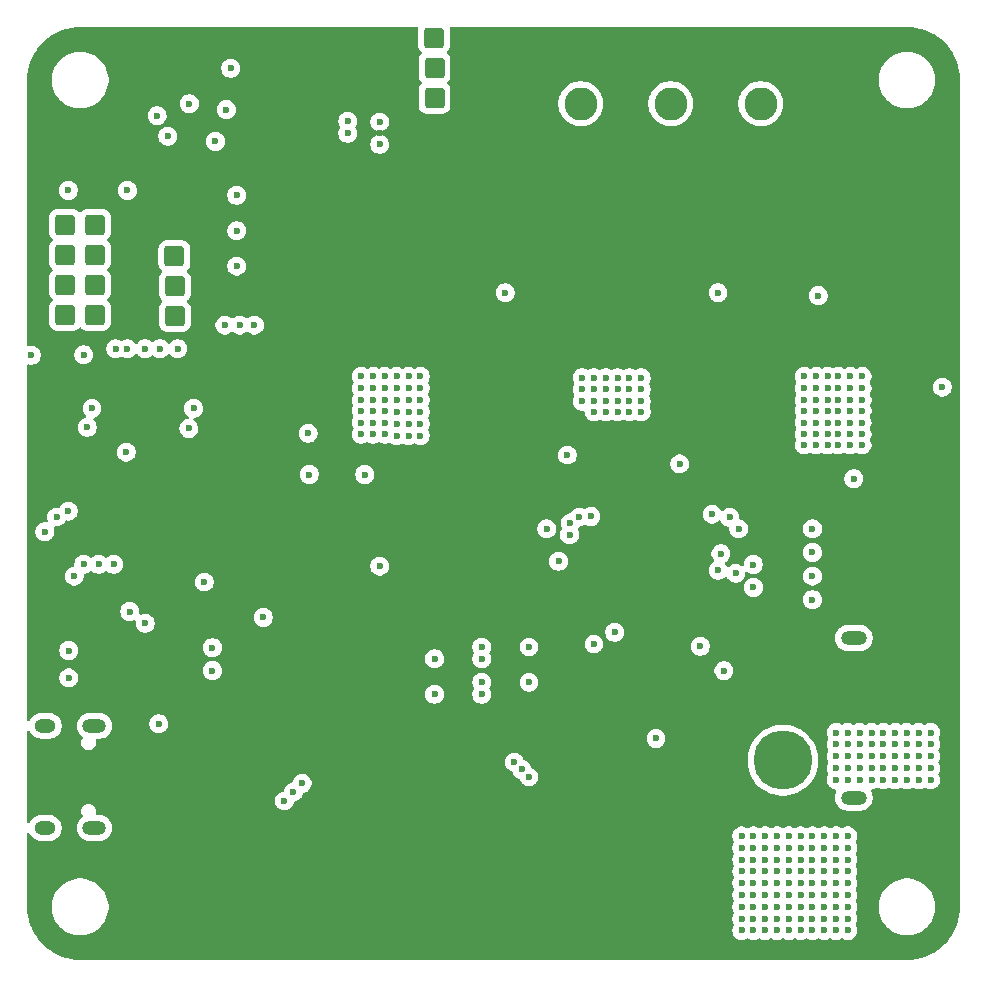
<source format=gbr>
%TF.GenerationSoftware,KiCad,Pcbnew,9.0.2-rc1*%
%TF.CreationDate,2025-08-19T16:09:16+10:00*%
%TF.ProjectId,BLDC_Version1_1_0,424c4443-5f56-4657-9273-696f6e315f31,rev?*%
%TF.SameCoordinates,Original*%
%TF.FileFunction,Copper,L2,Inr*%
%TF.FilePolarity,Positive*%
%FSLAX46Y46*%
G04 Gerber Fmt 4.6, Leading zero omitted, Abs format (unit mm)*
G04 Created by KiCad (PCBNEW 9.0.2-rc1) date 2025-08-19 16:09:16*
%MOMM*%
%LPD*%
G01*
G04 APERTURE LIST*
G04 Aperture macros list*
%AMRoundRect*
0 Rectangle with rounded corners*
0 $1 Rounding radius*
0 $2 $3 $4 $5 $6 $7 $8 $9 X,Y pos of 4 corners*
0 Add a 4 corners polygon primitive as box body*
4,1,4,$2,$3,$4,$5,$6,$7,$8,$9,$2,$3,0*
0 Add four circle primitives for the rounded corners*
1,1,$1+$1,$2,$3*
1,1,$1+$1,$4,$5*
1,1,$1+$1,$6,$7*
1,1,$1+$1,$8,$9*
0 Add four rect primitives between the rounded corners*
20,1,$1+$1,$2,$3,$4,$5,0*
20,1,$1+$1,$4,$5,$6,$7,0*
20,1,$1+$1,$6,$7,$8,$9,0*
20,1,$1+$1,$8,$9,$2,$3,0*%
G04 Aperture macros list end*
%TA.AperFunction,ComponentPad*%
%ADD10C,5.000000*%
%TD*%
%TA.AperFunction,ComponentPad*%
%ADD11O,2.200000X1.200000*%
%TD*%
%TA.AperFunction,HeatsinkPad*%
%ADD12C,0.550000*%
%TD*%
%TA.AperFunction,ComponentPad*%
%ADD13C,2.800000*%
%TD*%
%TA.AperFunction,ComponentPad*%
%ADD14RoundRect,0.255000X0.595000X0.595000X-0.595000X0.595000X-0.595000X-0.595000X0.595000X-0.595000X0*%
%TD*%
%TA.AperFunction,ComponentPad*%
%ADD15O,2.000000X1.200000*%
%TD*%
%TA.AperFunction,ComponentPad*%
%ADD16O,1.800000X1.200000*%
%TD*%
%TA.AperFunction,ComponentPad*%
%ADD17RoundRect,0.255000X-0.595000X-0.595000X0.595000X-0.595000X0.595000X0.595000X-0.595000X0.595000X0*%
%TD*%
%TA.AperFunction,ViaPad*%
%ADD18C,0.600000*%
%TD*%
G04 APERTURE END LIST*
D10*
%TO.N,GND*%
%TO.C,CN2*%
X174500000Y-115400120D03*
%TO.N,16.8V_BUS*%
X174500000Y-122600120D03*
D11*
%TO.N,unconnected-(CN2-Pad3)*%
X180500000Y-125750120D03*
%TO.N,unconnected-(CN2-Pad4)*%
X180500000Y-112250120D03*
%TD*%
D12*
%TO.N,GND*%
%TO.C,U3*%
X165275000Y-107750000D03*
X165275000Y-106625000D03*
X165275000Y-105500000D03*
X165275000Y-104375000D03*
X165275000Y-103250000D03*
X164150000Y-107750000D03*
X164150000Y-106625000D03*
X164150000Y-105500000D03*
X164150000Y-104375000D03*
X164150000Y-103250000D03*
X163025000Y-107750000D03*
X163025000Y-106625000D03*
X163025000Y-105500000D03*
X163025000Y-104375000D03*
X163025000Y-103250000D03*
X161900000Y-107750000D03*
X161900000Y-106625000D03*
X161900000Y-105500000D03*
X161900000Y-104375000D03*
X161900000Y-103250000D03*
X160775000Y-107750000D03*
X160775000Y-106625000D03*
X160775000Y-105500000D03*
X160775000Y-104375000D03*
X160775000Y-103250000D03*
%TD*%
D13*
%TO.N,W_SENSE*%
%TO.C,CN1*%
X172620000Y-67000000D03*
%TO.N,V_SENSE*%
X165000000Y-67000000D03*
%TO.N,U_SENSE*%
X157380000Y-67000000D03*
%TD*%
D14*
%TO.N,3.3V_BUS*%
%TO.C,U6*%
X123000000Y-85000000D03*
X123000000Y-82460000D03*
X122980000Y-79920000D03*
%TD*%
%TO.N,GND*%
%TO.C,U9*%
X187000000Y-109250000D03*
X187000000Y-106710000D03*
X186980000Y-104170000D03*
X186980000Y-101630000D03*
X187000000Y-99090000D03*
X187000000Y-96550000D03*
%TD*%
%TO.N,GPIO37*%
%TO.C,U8*%
X145000000Y-66500000D03*
%TO.N,GPIO36*%
X145000000Y-63960000D03*
%TO.N,GPIO35*%
X144980000Y-61420000D03*
%TD*%
D15*
%TO.N,N/C*%
%TO.C,J1*%
X116210000Y-119670000D03*
X116210000Y-128330000D03*
D16*
X112030000Y-128330000D03*
X112030000Y-119670000D03*
%TD*%
D17*
%TO.N,GPIO01*%
%TO.C,U7*%
X113710000Y-77250000D03*
%TO.N,GPIO16*%
X113710000Y-79790000D03*
%TO.N,GPIO17*%
X113730000Y-82330000D03*
%TO.N,GPIO18*%
X113730000Y-84870000D03*
%TO.N,GPIO43*%
X116250000Y-77250000D03*
%TO.N,GPIO44*%
X116250000Y-79790000D03*
%TO.N,GPIO47*%
X116250000Y-82330000D03*
%TO.N,GPIO48*%
X116250000Y-84870000D03*
%TD*%
D18*
%TO.N,DRIVER_W*%
X177500000Y-83250000D03*
X172000000Y-107962500D03*
%TO.N,DRIVER_V*%
X171981250Y-106018750D03*
X169000000Y-83000000D03*
%TO.N,GND*%
X140000000Y-138000000D03*
X140350000Y-69500000D03*
X183000000Y-109250000D03*
X180000000Y-115750000D03*
X182000000Y-116750000D03*
X119210000Y-102900000D03*
X183000000Y-107250000D03*
X163750000Y-95962500D03*
X147700000Y-91400000D03*
X181000000Y-103250000D03*
X165400000Y-91800000D03*
X147700000Y-92400000D03*
X185000000Y-115750000D03*
X181000000Y-108250000D03*
X146000000Y-138000000D03*
X185000000Y-106250000D03*
X156500000Y-115007500D03*
X181000000Y-110250000D03*
X149000000Y-138000000D03*
X180000000Y-113750000D03*
X187000000Y-116750000D03*
X162750000Y-137000000D03*
X183000000Y-110250000D03*
X149600000Y-95300000D03*
X135250000Y-129250000D03*
X169400000Y-96500000D03*
X184000000Y-114750000D03*
X131000000Y-138000000D03*
X168400000Y-90800000D03*
X163700000Y-61100000D03*
X145000000Y-138000000D03*
X184000000Y-110250000D03*
X185000000Y-109250000D03*
X120236000Y-117500000D03*
X180000000Y-117750000D03*
X126000000Y-138000000D03*
X142000000Y-138000000D03*
X184000000Y-106250000D03*
X129750000Y-68250000D03*
X128000000Y-138000000D03*
X157462500Y-123000000D03*
X186000000Y-114750000D03*
X152500000Y-95300000D03*
X185000000Y-105250000D03*
X182000000Y-115750000D03*
X167400000Y-90800000D03*
X117810000Y-100100000D03*
X186000000Y-117750000D03*
X148600000Y-90400000D03*
X184000000Y-107250000D03*
X165400000Y-90800000D03*
X183000000Y-103250000D03*
X169400000Y-95500000D03*
X137000000Y-138000000D03*
X168400000Y-95500000D03*
X168400000Y-91800000D03*
X162750000Y-135000000D03*
X171900000Y-61400000D03*
X155300000Y-61200000D03*
X186000000Y-116750000D03*
X117810000Y-102900000D03*
X166400000Y-93700000D03*
X182000000Y-102250000D03*
X183000000Y-108250000D03*
X135000000Y-138000000D03*
X145700000Y-91400000D03*
X184000000Y-109250000D03*
X138000000Y-138000000D03*
X164700000Y-61100000D03*
X165400000Y-92800000D03*
X186000000Y-113750000D03*
X146700000Y-95300000D03*
X166700000Y-61100000D03*
X161750000Y-136000000D03*
X173900000Y-61400000D03*
X149600000Y-91400000D03*
X163750000Y-136000000D03*
X146700000Y-92400000D03*
X179000000Y-115750000D03*
X150600000Y-95300000D03*
X134875000Y-74950000D03*
X146700000Y-93300000D03*
X160000000Y-115007500D03*
X119000000Y-71650000D03*
X182000000Y-117750000D03*
X166400000Y-90800000D03*
X120610000Y-100100000D03*
X185000000Y-108250000D03*
X183000000Y-102250000D03*
X166400000Y-92800000D03*
X129000000Y-120740000D03*
X184000000Y-117750000D03*
X161750000Y-137000000D03*
X156300000Y-61200000D03*
X129000000Y-138000000D03*
X168400000Y-93700000D03*
X122000000Y-138000000D03*
X182000000Y-103250000D03*
X184000000Y-105250000D03*
X149600000Y-94300000D03*
X147000000Y-138000000D03*
X181000000Y-106250000D03*
X149600000Y-90400000D03*
X146700000Y-91400000D03*
X185000000Y-110250000D03*
X130000000Y-138000000D03*
X165700000Y-61100000D03*
X183000000Y-106250000D03*
X125000000Y-138000000D03*
X183000000Y-113750000D03*
X181000000Y-105250000D03*
X152212500Y-105750000D03*
X170400000Y-96500000D03*
X167400000Y-93700000D03*
X143000000Y-138000000D03*
X148000000Y-138000000D03*
X114000000Y-71650000D03*
X134825000Y-77765000D03*
X134150000Y-109850000D03*
X147700000Y-95300000D03*
X172900000Y-61400000D03*
X131000000Y-129250000D03*
X187000000Y-115750000D03*
X145700000Y-94300000D03*
X145700000Y-92400000D03*
X111490000Y-111500000D03*
X117810000Y-101500000D03*
X184000000Y-104250000D03*
X187000000Y-114750000D03*
X145700000Y-93300000D03*
X184000000Y-116750000D03*
X120610000Y-102900000D03*
X187000000Y-113750000D03*
X167400000Y-91800000D03*
X181000000Y-117750000D03*
X119210000Y-100100000D03*
X123000000Y-138000000D03*
X167400000Y-92800000D03*
X182000000Y-113750000D03*
X111490000Y-110500000D03*
X162750000Y-136000000D03*
X158300000Y-61200000D03*
X154500000Y-115000000D03*
X153500000Y-95300000D03*
X125100000Y-69750000D03*
X147700000Y-94300000D03*
X184000000Y-115750000D03*
X149600000Y-92400000D03*
X183000000Y-105250000D03*
X171400000Y-94500000D03*
X169400000Y-94500000D03*
X149600000Y-93300000D03*
X148600000Y-93300000D03*
X185000000Y-104250000D03*
X127000000Y-138000000D03*
X120610000Y-101500000D03*
X120236000Y-116250000D03*
X182000000Y-109250000D03*
X147700000Y-93300000D03*
X183000000Y-117750000D03*
X179000000Y-113750000D03*
X145700000Y-95300000D03*
X124000000Y-138000000D03*
X151500000Y-95300000D03*
X168400000Y-94500000D03*
X186000000Y-115750000D03*
X184000000Y-103250000D03*
X182000000Y-106250000D03*
X148600000Y-91400000D03*
X183000000Y-116750000D03*
X181000000Y-114750000D03*
X185000000Y-113750000D03*
X144000000Y-138000000D03*
X185000000Y-114750000D03*
X150500000Y-103037500D03*
X181000000Y-104250000D03*
X146700000Y-90400000D03*
X145700000Y-90400000D03*
X180000000Y-116750000D03*
X183000000Y-104250000D03*
X181000000Y-115750000D03*
X141000000Y-138000000D03*
X163750000Y-137000000D03*
X147700000Y-90400000D03*
X180000000Y-114750000D03*
X182000000Y-107250000D03*
X133250000Y-129250000D03*
X160750000Y-136000000D03*
X168400000Y-92800000D03*
X161750000Y-95962500D03*
X148600000Y-95300000D03*
X185000000Y-102250000D03*
X134000000Y-138000000D03*
X139000000Y-138000000D03*
X179000000Y-117750000D03*
X184000000Y-102250000D03*
X135437500Y-91400000D03*
X161750000Y-135000000D03*
X121000000Y-138000000D03*
X133000000Y-138000000D03*
X183000000Y-115750000D03*
X148600000Y-92400000D03*
X185000000Y-107250000D03*
X160750000Y-135000000D03*
X136000000Y-138000000D03*
X171400000Y-95500000D03*
X134875000Y-72360000D03*
X182000000Y-105250000D03*
X181000000Y-116750000D03*
X167500000Y-115007500D03*
X160750000Y-137000000D03*
X184000000Y-108250000D03*
X182000000Y-108250000D03*
X174900000Y-61400000D03*
X183000000Y-114750000D03*
X182000000Y-104250000D03*
X170400000Y-95500000D03*
X185000000Y-103250000D03*
X128200000Y-115037500D03*
X187000000Y-117750000D03*
X182000000Y-110250000D03*
X181000000Y-107250000D03*
X182000000Y-114750000D03*
X185000000Y-117750000D03*
X119210000Y-101500000D03*
X184000000Y-113750000D03*
X152500000Y-103000000D03*
X167400000Y-94600000D03*
X170400000Y-94500000D03*
X132000000Y-138000000D03*
X166400000Y-91800000D03*
X146700000Y-94300000D03*
X179000000Y-114750000D03*
X157300000Y-61200000D03*
X163750000Y-135000000D03*
X185000000Y-116750000D03*
X181000000Y-102250000D03*
X179000000Y-116750000D03*
X148600000Y-94300000D03*
X181000000Y-109250000D03*
X171400000Y-96500000D03*
X181000000Y-113750000D03*
X118500000Y-128250000D03*
%TO.N,EN*%
X126200000Y-113060000D03*
X114500000Y-107000000D03*
%TO.N,CURRENT_U*%
X134300000Y-94900000D03*
X119200000Y-110000000D03*
%TO.N,BOOT*%
X124600000Y-92800000D03*
X140350000Y-106150000D03*
%TO.N,CURRENT_V*%
X125500000Y-107500000D03*
X139100000Y-98400000D03*
%TO.N,CURRENT_W*%
X130500000Y-110500000D03*
X134400000Y-98400000D03*
%TO.N,DRIVER_U*%
X151000000Y-83000000D03*
X170000000Y-102037500D03*
%TO.N,U_SENSE*%
X170750000Y-103000000D03*
%TO.N,W_SENSE*%
X170500000Y-106750000D03*
%TO.N,V_SENSE*%
X169000000Y-106500000D03*
%TO.N,16.8V_BUS*%
X153000000Y-124000000D03*
X180200000Y-95000000D03*
X176300000Y-91100000D03*
X180200000Y-91100000D03*
X173000000Y-136000000D03*
X184000000Y-123250000D03*
X157500000Y-90200000D03*
X178000000Y-129000000D03*
X176000000Y-133000000D03*
X139800000Y-92100000D03*
X157500000Y-92200000D03*
X141800000Y-94100000D03*
X159500000Y-93100000D03*
X177000000Y-133000000D03*
X171000000Y-129000000D03*
X179000000Y-124250000D03*
X181200000Y-93000000D03*
X171000000Y-133000000D03*
X180000000Y-120250000D03*
X139800000Y-90100000D03*
X171000000Y-134000000D03*
X178000000Y-134000000D03*
X177300000Y-93000000D03*
X143800000Y-95100000D03*
X187000000Y-124250000D03*
X169500000Y-115007500D03*
X179200000Y-90100000D03*
X183000000Y-120250000D03*
X143800000Y-92100000D03*
X171000000Y-132000000D03*
X187000000Y-122250000D03*
X161500000Y-92200000D03*
X175000000Y-137000000D03*
X181200000Y-95000000D03*
X172000000Y-134000000D03*
X138800000Y-93000000D03*
X178000000Y-133000000D03*
X180200000Y-90100000D03*
X172000000Y-131000000D03*
X141800000Y-91100000D03*
X161500000Y-91200000D03*
X138800000Y-95000000D03*
X138800000Y-91100000D03*
X161500000Y-93100000D03*
X162500000Y-92200000D03*
X160500000Y-92200000D03*
X177300000Y-92100000D03*
X181000000Y-121250000D03*
X186000000Y-122250000D03*
X172000000Y-137000000D03*
X139800000Y-94000000D03*
X181200000Y-90100000D03*
X178300000Y-95000000D03*
X179200000Y-95000000D03*
X160500000Y-91200000D03*
X180200000Y-92100000D03*
X173000000Y-131000000D03*
X184000000Y-122250000D03*
X140800000Y-91100000D03*
X178000000Y-136000000D03*
X138800000Y-90100000D03*
X186000000Y-120250000D03*
X179000000Y-134000000D03*
X181200000Y-94000000D03*
X175000000Y-130000000D03*
X162500000Y-90200000D03*
X178000000Y-135000000D03*
X178300000Y-90100000D03*
X176000000Y-136000000D03*
X179200000Y-92100000D03*
X158500000Y-90200000D03*
X179000000Y-131000000D03*
X176300000Y-94000000D03*
X186000000Y-123250000D03*
X180000000Y-130000000D03*
X179000000Y-129000000D03*
X159500000Y-90200000D03*
X173000000Y-134000000D03*
X158500000Y-92200000D03*
X142800000Y-90100000D03*
X174000000Y-131000000D03*
X172000000Y-130000000D03*
X184000000Y-120250000D03*
X177000000Y-129000000D03*
X174000000Y-129000000D03*
X173000000Y-132000000D03*
X174000000Y-136000000D03*
X179200000Y-91100000D03*
X160500000Y-90200000D03*
X142800000Y-91100000D03*
X142800000Y-93100000D03*
X180000000Y-131000000D03*
X139800000Y-93000000D03*
X178000000Y-132000000D03*
X183000000Y-123250000D03*
X157500000Y-91200000D03*
X176000000Y-137000000D03*
X186000000Y-124250000D03*
X175000000Y-134000000D03*
X179200000Y-93000000D03*
X181000000Y-122250000D03*
X176000000Y-129000000D03*
X167500000Y-112932500D03*
X185000000Y-123250000D03*
X185000000Y-122250000D03*
X176300000Y-95900000D03*
X180000000Y-124250000D03*
X183000000Y-122250000D03*
X179000000Y-132000000D03*
X140800000Y-92100000D03*
X174000000Y-130000000D03*
X173000000Y-135000000D03*
X177000000Y-134000000D03*
X162500000Y-93100000D03*
X182000000Y-120250000D03*
X180000000Y-132000000D03*
X172000000Y-132000000D03*
X178300000Y-94000000D03*
X159500000Y-92200000D03*
X183000000Y-121250000D03*
X138800000Y-92100000D03*
X177000000Y-130000000D03*
X140800000Y-95000000D03*
X175000000Y-135000000D03*
X176000000Y-132000000D03*
X161500000Y-90200000D03*
X171000000Y-130000000D03*
X141800000Y-95100000D03*
X187000000Y-121250000D03*
X184000000Y-121250000D03*
X159500000Y-91200000D03*
X185000000Y-120250000D03*
X141800000Y-92100000D03*
X175000000Y-133000000D03*
X139800000Y-95000000D03*
X180000000Y-137000000D03*
X187000000Y-120250000D03*
X179000000Y-136000000D03*
X171000000Y-137000000D03*
X174000000Y-135000000D03*
X174000000Y-133000000D03*
X178300000Y-93000000D03*
X174000000Y-134000000D03*
X178300000Y-91100000D03*
X177000000Y-135000000D03*
X179200000Y-94000000D03*
X143800000Y-94100000D03*
X183000000Y-124250000D03*
X179000000Y-137000000D03*
X176300000Y-92100000D03*
X141800000Y-93100000D03*
X141800000Y-90100000D03*
X180200000Y-93000000D03*
X176000000Y-131000000D03*
X171000000Y-135000000D03*
X140800000Y-90100000D03*
X176300000Y-93000000D03*
X177300000Y-95900000D03*
X179000000Y-120250000D03*
X152375000Y-123375000D03*
X175000000Y-136000000D03*
X180000000Y-134000000D03*
X178000000Y-130000000D03*
X172000000Y-133000000D03*
X177300000Y-91100000D03*
X140800000Y-93000000D03*
X172000000Y-136000000D03*
X181000000Y-120250000D03*
X180000000Y-135000000D03*
X181000000Y-123250000D03*
X175000000Y-129000000D03*
X158500000Y-91200000D03*
X179000000Y-135000000D03*
X182000000Y-123250000D03*
X176000000Y-134000000D03*
X179000000Y-130000000D03*
X179200000Y-95900000D03*
X138800000Y-94000000D03*
X177000000Y-137000000D03*
X171000000Y-131000000D03*
X172000000Y-135000000D03*
X182000000Y-122250000D03*
X142800000Y-95100000D03*
X181200000Y-91100000D03*
X185000000Y-124250000D03*
X177300000Y-90100000D03*
X178000000Y-131000000D03*
X177300000Y-95000000D03*
X178000000Y-137000000D03*
X187000000Y-123250000D03*
X139800000Y-91100000D03*
X182000000Y-121250000D03*
X178300000Y-95900000D03*
X181000000Y-124250000D03*
X176000000Y-135000000D03*
X143800000Y-90100000D03*
X180000000Y-123250000D03*
X172000000Y-129000000D03*
X177000000Y-136000000D03*
X182000000Y-124250000D03*
X180200000Y-94000000D03*
X142800000Y-94100000D03*
X174000000Y-132000000D03*
X142800000Y-92100000D03*
X181200000Y-92100000D03*
X143800000Y-91100000D03*
X179000000Y-121250000D03*
X181200000Y-95900000D03*
X186000000Y-121250000D03*
X180000000Y-121250000D03*
X180000000Y-133000000D03*
X151750000Y-122750000D03*
X177300000Y-94000000D03*
X180000000Y-136000000D03*
X184000000Y-124250000D03*
X175000000Y-132000000D03*
X173000000Y-130000000D03*
X173000000Y-133000000D03*
X177000000Y-131000000D03*
X180000000Y-129000000D03*
X180200000Y-95900000D03*
X160500000Y-93100000D03*
X171000000Y-136000000D03*
X179000000Y-123250000D03*
X179000000Y-122250000D03*
X175000000Y-131000000D03*
X180000000Y-122250000D03*
X173000000Y-129000000D03*
X140800000Y-94000000D03*
X162500000Y-91200000D03*
X174000000Y-137000000D03*
X185000000Y-121250000D03*
X179000000Y-133000000D03*
X176000000Y-130000000D03*
X158500000Y-93100000D03*
X176300000Y-90100000D03*
X143800000Y-93100000D03*
X176300000Y-95000000D03*
X173000000Y-137000000D03*
X178300000Y-92100000D03*
X177000000Y-132000000D03*
%TO.N,3.3V_BUS*%
X145000000Y-114000000D03*
X126200000Y-115000000D03*
X133035000Y-125285000D03*
X154500000Y-103000000D03*
X114037500Y-113300000D03*
X155500000Y-105750000D03*
X121650000Y-119500000D03*
X137650000Y-69500000D03*
X122400000Y-69750000D03*
X149000000Y-117000000D03*
X114037500Y-115620000D03*
X114000000Y-74350000D03*
X119000000Y-74350000D03*
X149000000Y-114000000D03*
X133785000Y-124535000D03*
X132285000Y-126035000D03*
X145000000Y-117000000D03*
X127750000Y-64000000D03*
%TO.N,DRIVER_CSN{slash}IDRV0*%
X177000000Y-103000000D03*
X149000000Y-113000000D03*
X158250000Y-101950000D03*
%TO.N,DRIVER_SCK{slash}IDRV1*%
X149000000Y-116000000D03*
X157250000Y-102000000D03*
X177000000Y-105000000D03*
%TO.N,DRIVER_SDI{slash}AMPL*%
X153000000Y-113000000D03*
X177000000Y-107000000D03*
X156500000Y-102500000D03*
%TO.N,DRIVER_SDO{slash}SINGLE*%
X156433058Y-103500000D03*
X177000000Y-109000000D03*
X153000000Y-116000000D03*
%TO.N,Net-(Q5-G)*%
X180500000Y-98750000D03*
X188000000Y-91000000D03*
%TO.N,V_HIGHSIDE_GATE*%
X165750000Y-97500000D03*
X169250000Y-105100000D03*
%TO.N,U_HIGHSIDE_GATE*%
X156250000Y-96750000D03*
X168500000Y-101750000D03*
%TO.N,GPIO48*%
X116000000Y-92800000D03*
%TO.N,GPIO36*%
X140350000Y-68550000D03*
X128500000Y-85750000D03*
%TO.N,STATUS_1*%
X116570000Y-106000000D03*
X128250000Y-77750000D03*
%TO.N,LIPO_FAULT*%
X128250000Y-74750000D03*
X115300000Y-106000000D03*
%TO.N,GPIO35*%
X137650000Y-68500000D03*
X129750000Y-85750000D03*
%TO.N,ENCODER_MISO*%
X127380000Y-67500000D03*
X121750000Y-87750000D03*
%TO.N,GPIO17*%
X113000000Y-102000000D03*
%TO.N,GPIO47*%
X115600000Y-94400000D03*
%TO.N,GPIO44*%
X118000000Y-87750000D03*
%TO.N,ENCODER_CSN*%
X121515000Y-68015000D03*
X119000000Y-87750000D03*
%TO.N,GPIO16*%
X112000000Y-103250000D03*
%TO.N,GPIO37*%
X140350000Y-70450000D03*
X127250000Y-85750000D03*
%TO.N,GPIO43*%
X115300000Y-88250000D03*
%TO.N,ENCODER_MOSI*%
X120500000Y-87750000D03*
X124250000Y-67000000D03*
%TO.N,ENCODER_CLK*%
X123250000Y-87750000D03*
X126450000Y-70200000D03*
%TO.N,STATUS_2*%
X128250000Y-80750000D03*
X117840000Y-106000000D03*
%TO.N,LIPO_VOLT_SENS*%
X120500000Y-111000000D03*
X163750000Y-120750000D03*
%TO.N,DRV_FAULT*%
X118900000Y-96500000D03*
X158500000Y-112750000D03*
%TO.N,GPIO18*%
X114000000Y-101500000D03*
%TO.N,GPIO01*%
X110850000Y-88300000D03*
%TO.N,DRV_ENABLE*%
X124200000Y-94500000D03*
X160250000Y-111750000D03*
%TD*%
%TA.AperFunction,Conductor*%
%TO.N,GND*%
G36*
X143591949Y-60520185D02*
G01*
X143637704Y-60572989D01*
X143647648Y-60642147D01*
X143642616Y-60663504D01*
X143640071Y-60671183D01*
X143629500Y-60774650D01*
X143629500Y-62065349D01*
X143640071Y-62168816D01*
X143695622Y-62336459D01*
X143695627Y-62336470D01*
X143788337Y-62486774D01*
X143788340Y-62486778D01*
X143913880Y-62612318D01*
X143947365Y-62673641D01*
X143942381Y-62743333D01*
X143913881Y-62787679D01*
X143808340Y-62893221D01*
X143808337Y-62893225D01*
X143715627Y-63043529D01*
X143715622Y-63043540D01*
X143660071Y-63211183D01*
X143649500Y-63314650D01*
X143649500Y-64605349D01*
X143660071Y-64708816D01*
X143715622Y-64876459D01*
X143715627Y-64876470D01*
X143808337Y-65026774D01*
X143808338Y-65026775D01*
X143808340Y-65026778D01*
X143881062Y-65099500D01*
X143923881Y-65142319D01*
X143957365Y-65203642D01*
X143952381Y-65273334D01*
X143923881Y-65317681D01*
X143808337Y-65433225D01*
X143715627Y-65583529D01*
X143715622Y-65583540D01*
X143660071Y-65751183D01*
X143649500Y-65854650D01*
X143649500Y-67145349D01*
X143660071Y-67248816D01*
X143715622Y-67416459D01*
X143715627Y-67416470D01*
X143808337Y-67566774D01*
X143808340Y-67566778D01*
X143933221Y-67691659D01*
X143933225Y-67691662D01*
X144083529Y-67784372D01*
X144083532Y-67784373D01*
X144083538Y-67784377D01*
X144251185Y-67839929D01*
X144354658Y-67850500D01*
X144354663Y-67850500D01*
X145645337Y-67850500D01*
X145645342Y-67850500D01*
X145748815Y-67839929D01*
X145916462Y-67784377D01*
X146066778Y-67691660D01*
X146191660Y-67566778D01*
X146284377Y-67416462D01*
X146339929Y-67248815D01*
X146350500Y-67145342D01*
X146350500Y-66875441D01*
X155479500Y-66875441D01*
X155479500Y-67124558D01*
X155479501Y-67124575D01*
X155512017Y-67371561D01*
X155576498Y-67612207D01*
X155671830Y-67842361D01*
X155671837Y-67842376D01*
X155796400Y-68058126D01*
X155948060Y-68255774D01*
X155948066Y-68255781D01*
X156124218Y-68431933D01*
X156124225Y-68431939D01*
X156321873Y-68583599D01*
X156537623Y-68708162D01*
X156537638Y-68708169D01*
X156636825Y-68749253D01*
X156767793Y-68803502D01*
X157008435Y-68867982D01*
X157255435Y-68900500D01*
X157255442Y-68900500D01*
X157504558Y-68900500D01*
X157504565Y-68900500D01*
X157751565Y-68867982D01*
X157992207Y-68803502D01*
X158222373Y-68708164D01*
X158438127Y-68583599D01*
X158635776Y-68431938D01*
X158811938Y-68255776D01*
X158963599Y-68058127D01*
X159088164Y-67842373D01*
X159183502Y-67612207D01*
X159247982Y-67371565D01*
X159280500Y-67124565D01*
X159280500Y-66875441D01*
X163099500Y-66875441D01*
X163099500Y-67124558D01*
X163099501Y-67124575D01*
X163132017Y-67371561D01*
X163196498Y-67612207D01*
X163291830Y-67842361D01*
X163291837Y-67842376D01*
X163416400Y-68058126D01*
X163568060Y-68255774D01*
X163568066Y-68255781D01*
X163744218Y-68431933D01*
X163744225Y-68431939D01*
X163941873Y-68583599D01*
X164157623Y-68708162D01*
X164157638Y-68708169D01*
X164256825Y-68749253D01*
X164387793Y-68803502D01*
X164628435Y-68867982D01*
X164875435Y-68900500D01*
X164875442Y-68900500D01*
X165124558Y-68900500D01*
X165124565Y-68900500D01*
X165371565Y-68867982D01*
X165612207Y-68803502D01*
X165842373Y-68708164D01*
X166058127Y-68583599D01*
X166255776Y-68431938D01*
X166431938Y-68255776D01*
X166583599Y-68058127D01*
X166708164Y-67842373D01*
X166803502Y-67612207D01*
X166867982Y-67371565D01*
X166900500Y-67124565D01*
X166900500Y-66875441D01*
X170719500Y-66875441D01*
X170719500Y-67124558D01*
X170719501Y-67124575D01*
X170752017Y-67371561D01*
X170816498Y-67612207D01*
X170911830Y-67842361D01*
X170911837Y-67842376D01*
X171036400Y-68058126D01*
X171188060Y-68255774D01*
X171188066Y-68255781D01*
X171364218Y-68431933D01*
X171364225Y-68431939D01*
X171561873Y-68583599D01*
X171777623Y-68708162D01*
X171777638Y-68708169D01*
X171876825Y-68749253D01*
X172007793Y-68803502D01*
X172248435Y-68867982D01*
X172495435Y-68900500D01*
X172495442Y-68900500D01*
X172744558Y-68900500D01*
X172744565Y-68900500D01*
X172991565Y-68867982D01*
X173232207Y-68803502D01*
X173462373Y-68708164D01*
X173678127Y-68583599D01*
X173875776Y-68431938D01*
X174051938Y-68255776D01*
X174203599Y-68058127D01*
X174328164Y-67842373D01*
X174423502Y-67612207D01*
X174487982Y-67371565D01*
X174520500Y-67124565D01*
X174520500Y-66875435D01*
X174487982Y-66628435D01*
X174423502Y-66387793D01*
X174358250Y-66230261D01*
X174328169Y-66157638D01*
X174328162Y-66157623D01*
X174203599Y-65941873D01*
X174051939Y-65744225D01*
X174051933Y-65744218D01*
X173875781Y-65568066D01*
X173875774Y-65568060D01*
X173678126Y-65416400D01*
X173462376Y-65291837D01*
X173462361Y-65291830D01*
X173232207Y-65196498D01*
X173001996Y-65134813D01*
X172991565Y-65132018D01*
X172991564Y-65132017D01*
X172991561Y-65132017D01*
X172744575Y-65099501D01*
X172744570Y-65099500D01*
X172744565Y-65099500D01*
X172495435Y-65099500D01*
X172495429Y-65099500D01*
X172495424Y-65099501D01*
X172248438Y-65132017D01*
X172007792Y-65196498D01*
X171777638Y-65291830D01*
X171777623Y-65291837D01*
X171561873Y-65416400D01*
X171364225Y-65568060D01*
X171364218Y-65568066D01*
X171188066Y-65744218D01*
X171188060Y-65744225D01*
X171036400Y-65941873D01*
X170911837Y-66157623D01*
X170911830Y-66157638D01*
X170816498Y-66387792D01*
X170752017Y-66628438D01*
X170719501Y-66875424D01*
X170719500Y-66875441D01*
X166900500Y-66875441D01*
X166900500Y-66875435D01*
X166867982Y-66628435D01*
X166803502Y-66387793D01*
X166738250Y-66230261D01*
X166708169Y-66157638D01*
X166708162Y-66157623D01*
X166583599Y-65941873D01*
X166431939Y-65744225D01*
X166431933Y-65744218D01*
X166255781Y-65568066D01*
X166255774Y-65568060D01*
X166058126Y-65416400D01*
X165842376Y-65291837D01*
X165842361Y-65291830D01*
X165612207Y-65196498D01*
X165381996Y-65134813D01*
X165371565Y-65132018D01*
X165371564Y-65132017D01*
X165371561Y-65132017D01*
X165124575Y-65099501D01*
X165124570Y-65099500D01*
X165124565Y-65099500D01*
X164875435Y-65099500D01*
X164875429Y-65099500D01*
X164875424Y-65099501D01*
X164628438Y-65132017D01*
X164387792Y-65196498D01*
X164157638Y-65291830D01*
X164157623Y-65291837D01*
X163941873Y-65416400D01*
X163744225Y-65568060D01*
X163744218Y-65568066D01*
X163568066Y-65744218D01*
X163568060Y-65744225D01*
X163416400Y-65941873D01*
X163291837Y-66157623D01*
X163291830Y-66157638D01*
X163196498Y-66387792D01*
X163132017Y-66628438D01*
X163099501Y-66875424D01*
X163099500Y-66875441D01*
X159280500Y-66875441D01*
X159280500Y-66875435D01*
X159247982Y-66628435D01*
X159183502Y-66387793D01*
X159118250Y-66230261D01*
X159088169Y-66157638D01*
X159088162Y-66157623D01*
X158963599Y-65941873D01*
X158811939Y-65744225D01*
X158811933Y-65744218D01*
X158635781Y-65568066D01*
X158635774Y-65568060D01*
X158438126Y-65416400D01*
X158222376Y-65291837D01*
X158222361Y-65291830D01*
X157992207Y-65196498D01*
X157761996Y-65134813D01*
X157751565Y-65132018D01*
X157751564Y-65132017D01*
X157751561Y-65132017D01*
X157504575Y-65099501D01*
X157504570Y-65099500D01*
X157504565Y-65099500D01*
X157255435Y-65099500D01*
X157255429Y-65099500D01*
X157255424Y-65099501D01*
X157008438Y-65132017D01*
X156767792Y-65196498D01*
X156537638Y-65291830D01*
X156537623Y-65291837D01*
X156321873Y-65416400D01*
X156124225Y-65568060D01*
X156124218Y-65568066D01*
X155948066Y-65744218D01*
X155948060Y-65744225D01*
X155796400Y-65941873D01*
X155671837Y-66157623D01*
X155671830Y-66157638D01*
X155576498Y-66387792D01*
X155512017Y-66628438D01*
X155479501Y-66875424D01*
X155479500Y-66875441D01*
X146350500Y-66875441D01*
X146350500Y-65854658D01*
X146339929Y-65751185D01*
X146284377Y-65583538D01*
X146284373Y-65583532D01*
X146284372Y-65583529D01*
X146191662Y-65433225D01*
X146191659Y-65433221D01*
X146076119Y-65317681D01*
X146042634Y-65256358D01*
X146047618Y-65186666D01*
X146076119Y-65142319D01*
X146118938Y-65099500D01*
X146191660Y-65026778D01*
X146284377Y-64876462D01*
X146288113Y-64865186D01*
X182599500Y-64865186D01*
X182599500Y-65134813D01*
X182629686Y-65402719D01*
X182629688Y-65402731D01*
X182689684Y-65665594D01*
X182689687Y-65665602D01*
X182778734Y-65920082D01*
X182895714Y-66162994D01*
X182895716Y-66162997D01*
X183039162Y-66391289D01*
X183207266Y-66602085D01*
X183397915Y-66792734D01*
X183608711Y-66960838D01*
X183837003Y-67104284D01*
X184079921Y-67221267D01*
X184271049Y-67288145D01*
X184334397Y-67310312D01*
X184334405Y-67310315D01*
X184334408Y-67310315D01*
X184334409Y-67310316D01*
X184597268Y-67370312D01*
X184865187Y-67400499D01*
X184865188Y-67400500D01*
X184865191Y-67400500D01*
X185134812Y-67400500D01*
X185134812Y-67400499D01*
X185402732Y-67370312D01*
X185665591Y-67310316D01*
X185920079Y-67221267D01*
X186162997Y-67104284D01*
X186391289Y-66960838D01*
X186602085Y-66792734D01*
X186792734Y-66602085D01*
X186960838Y-66391289D01*
X187104284Y-66162997D01*
X187221267Y-65920079D01*
X187310316Y-65665591D01*
X187370312Y-65402732D01*
X187400500Y-65134809D01*
X187400500Y-64865191D01*
X187370312Y-64597268D01*
X187310316Y-64334409D01*
X187221267Y-64079921D01*
X187104284Y-63837003D01*
X186960838Y-63608711D01*
X186792734Y-63397915D01*
X186602085Y-63207266D01*
X186391289Y-63039162D01*
X186162997Y-62895716D01*
X186162994Y-62895714D01*
X185920082Y-62778734D01*
X185665602Y-62689687D01*
X185665594Y-62689684D01*
X185433300Y-62636665D01*
X185402732Y-62629688D01*
X185402728Y-62629687D01*
X185402719Y-62629686D01*
X185134813Y-62599500D01*
X185134809Y-62599500D01*
X184865191Y-62599500D01*
X184865186Y-62599500D01*
X184597280Y-62629686D01*
X184597268Y-62629688D01*
X184334405Y-62689684D01*
X184334397Y-62689687D01*
X184079917Y-62778734D01*
X183837005Y-62895714D01*
X183608712Y-63039161D01*
X183397915Y-63207265D01*
X183207265Y-63397915D01*
X183039161Y-63608712D01*
X182895714Y-63837005D01*
X182778734Y-64079917D01*
X182689687Y-64334397D01*
X182689684Y-64334405D01*
X182629688Y-64597268D01*
X182629686Y-64597280D01*
X182599500Y-64865186D01*
X146288113Y-64865186D01*
X146339929Y-64708815D01*
X146350500Y-64605342D01*
X146350500Y-63314658D01*
X146339929Y-63211185D01*
X146284377Y-63043538D01*
X146284373Y-63043532D01*
X146284372Y-63043529D01*
X146191662Y-62893225D01*
X146191661Y-62893224D01*
X146191660Y-62893222D01*
X146066778Y-62768340D01*
X146066777Y-62768339D01*
X146066118Y-62767680D01*
X146032634Y-62706357D01*
X146037618Y-62636665D01*
X146066115Y-62592322D01*
X146171660Y-62486778D01*
X146264377Y-62336462D01*
X146319929Y-62168815D01*
X146330500Y-62065342D01*
X146330500Y-60774658D01*
X146319929Y-60671185D01*
X146317384Y-60663504D01*
X146314982Y-60593676D01*
X146350714Y-60533634D01*
X146413234Y-60502441D01*
X146435090Y-60500500D01*
X184934108Y-60500500D01*
X184997294Y-60500500D01*
X185002702Y-60500617D01*
X185386771Y-60517386D01*
X185397506Y-60518326D01*
X185775971Y-60568152D01*
X185786597Y-60570025D01*
X186159284Y-60652648D01*
X186169710Y-60655442D01*
X186533765Y-60770227D01*
X186543911Y-60773920D01*
X186896578Y-60920000D01*
X186906369Y-60924566D01*
X187244942Y-61100816D01*
X187254310Y-61106224D01*
X187576244Y-61311318D01*
X187585105Y-61317523D01*
X187887930Y-61549889D01*
X187896217Y-61556843D01*
X188177635Y-61814715D01*
X188185284Y-61822364D01*
X188443156Y-62103782D01*
X188450110Y-62112069D01*
X188682476Y-62414894D01*
X188688681Y-62423755D01*
X188893775Y-62745689D01*
X188899183Y-62755057D01*
X189075430Y-63093623D01*
X189080002Y-63103427D01*
X189226075Y-63456078D01*
X189229775Y-63466244D01*
X189344554Y-63830278D01*
X189347354Y-63840727D01*
X189429971Y-64213389D01*
X189431849Y-64224042D01*
X189481671Y-64602473D01*
X189482614Y-64613249D01*
X189499382Y-64997297D01*
X189499500Y-65002706D01*
X189499500Y-134997293D01*
X189499382Y-135002702D01*
X189482614Y-135386750D01*
X189481671Y-135397526D01*
X189431849Y-135775957D01*
X189429971Y-135786610D01*
X189347354Y-136159272D01*
X189344554Y-136169721D01*
X189229775Y-136533755D01*
X189226075Y-136543921D01*
X189080002Y-136896572D01*
X189075430Y-136906376D01*
X188899183Y-137244942D01*
X188893775Y-137254310D01*
X188688681Y-137576244D01*
X188682476Y-137585105D01*
X188450110Y-137887930D01*
X188443156Y-137896217D01*
X188185284Y-138177635D01*
X188177635Y-138185284D01*
X187896217Y-138443156D01*
X187887930Y-138450110D01*
X187585105Y-138682476D01*
X187576244Y-138688681D01*
X187254310Y-138893775D01*
X187244942Y-138899183D01*
X186906376Y-139075430D01*
X186896572Y-139080002D01*
X186543921Y-139226075D01*
X186533755Y-139229775D01*
X186169721Y-139344554D01*
X186159272Y-139347354D01*
X185786610Y-139429971D01*
X185775957Y-139431849D01*
X185397526Y-139481671D01*
X185386750Y-139482614D01*
X185002703Y-139499382D01*
X184997294Y-139499500D01*
X115002706Y-139499500D01*
X114997297Y-139499382D01*
X114613249Y-139482614D01*
X114602473Y-139481671D01*
X114224042Y-139431849D01*
X114213389Y-139429971D01*
X113840727Y-139347354D01*
X113830278Y-139344554D01*
X113466244Y-139229775D01*
X113456078Y-139226075D01*
X113103427Y-139080002D01*
X113093623Y-139075430D01*
X112755057Y-138899183D01*
X112745689Y-138893775D01*
X112423755Y-138688681D01*
X112414894Y-138682476D01*
X112112069Y-138450110D01*
X112103782Y-138443156D01*
X111822364Y-138185284D01*
X111814715Y-138177635D01*
X111556843Y-137896217D01*
X111549889Y-137887930D01*
X111317523Y-137585105D01*
X111311318Y-137576244D01*
X111106224Y-137254310D01*
X111100816Y-137244942D01*
X111088492Y-137221267D01*
X110924566Y-136906369D01*
X110919997Y-136896572D01*
X110876986Y-136792734D01*
X110773920Y-136543911D01*
X110770224Y-136533755D01*
X110760280Y-136502215D01*
X110655442Y-136169710D01*
X110652648Y-136159284D01*
X110570025Y-135786597D01*
X110568152Y-135775971D01*
X110518326Y-135397506D01*
X110517386Y-135386771D01*
X110500618Y-135002702D01*
X110500500Y-134997293D01*
X110500500Y-134865186D01*
X112599500Y-134865186D01*
X112599500Y-135134813D01*
X112629686Y-135402719D01*
X112629688Y-135402731D01*
X112689684Y-135665594D01*
X112689687Y-135665602D01*
X112778734Y-135920082D01*
X112895714Y-136162994D01*
X112899941Y-136169721D01*
X113039162Y-136391289D01*
X113207266Y-136602085D01*
X113397915Y-136792734D01*
X113608711Y-136960838D01*
X113837003Y-137104284D01*
X114079921Y-137221267D01*
X114271049Y-137288145D01*
X114334397Y-137310312D01*
X114334405Y-137310315D01*
X114334408Y-137310315D01*
X114334409Y-137310316D01*
X114597268Y-137370312D01*
X114865187Y-137400499D01*
X114865188Y-137400500D01*
X114865191Y-137400500D01*
X115134812Y-137400500D01*
X115134812Y-137400499D01*
X115402732Y-137370312D01*
X115665591Y-137310316D01*
X115920079Y-137221267D01*
X116162997Y-137104284D01*
X116391289Y-136960838D01*
X116602085Y-136792734D01*
X116792734Y-136602085D01*
X116960838Y-136391289D01*
X117104284Y-136162997D01*
X117221267Y-135920079D01*
X117310316Y-135665591D01*
X117370312Y-135402732D01*
X117400500Y-135134809D01*
X117400500Y-134865191D01*
X117370312Y-134597268D01*
X117310316Y-134334409D01*
X117221267Y-134079921D01*
X117104284Y-133837003D01*
X116960838Y-133608711D01*
X116792734Y-133397915D01*
X116602085Y-133207266D01*
X116391289Y-133039162D01*
X116162997Y-132895716D01*
X116162994Y-132895714D01*
X115920082Y-132778734D01*
X115665602Y-132689687D01*
X115665594Y-132689684D01*
X115468446Y-132644687D01*
X115402732Y-132629688D01*
X115402728Y-132629687D01*
X115402719Y-132629686D01*
X115134813Y-132599500D01*
X115134809Y-132599500D01*
X114865191Y-132599500D01*
X114865186Y-132599500D01*
X114597280Y-132629686D01*
X114597268Y-132629688D01*
X114334405Y-132689684D01*
X114334397Y-132689687D01*
X114079917Y-132778734D01*
X113837005Y-132895714D01*
X113608712Y-133039161D01*
X113397915Y-133207265D01*
X113207265Y-133397915D01*
X113039161Y-133608712D01*
X112895714Y-133837005D01*
X112778734Y-134079917D01*
X112689687Y-134334397D01*
X112689684Y-134334405D01*
X112629688Y-134597268D01*
X112629686Y-134597280D01*
X112599500Y-134865186D01*
X110500500Y-134865186D01*
X110500500Y-128857527D01*
X110520185Y-128790488D01*
X110572989Y-128744733D01*
X110642147Y-128734789D01*
X110705703Y-128763814D01*
X110734985Y-128801232D01*
X110788768Y-128906788D01*
X110890586Y-129046928D01*
X111013072Y-129169414D01*
X111153212Y-129271232D01*
X111307555Y-129349873D01*
X111472299Y-129403402D01*
X111643389Y-129430500D01*
X111643390Y-129430500D01*
X112416610Y-129430500D01*
X112416611Y-129430500D01*
X112587701Y-129403402D01*
X112752445Y-129349873D01*
X112906788Y-129271232D01*
X113046928Y-129169414D01*
X113169414Y-129046928D01*
X113271232Y-128906788D01*
X113349873Y-128752445D01*
X113403402Y-128587701D01*
X113430500Y-128416611D01*
X113430500Y-128243389D01*
X114709500Y-128243389D01*
X114709500Y-128416611D01*
X114736598Y-128587701D01*
X114790127Y-128752445D01*
X114868768Y-128906788D01*
X114970586Y-129046928D01*
X115093072Y-129169414D01*
X115233212Y-129271232D01*
X115387555Y-129349873D01*
X115552299Y-129403402D01*
X115723389Y-129430500D01*
X115723390Y-129430500D01*
X116696610Y-129430500D01*
X116696611Y-129430500D01*
X116867701Y-129403402D01*
X117032445Y-129349873D01*
X117186788Y-129271232D01*
X117326928Y-129169414D01*
X117449414Y-129046928D01*
X117540795Y-128921153D01*
X170199500Y-128921153D01*
X170199500Y-129078846D01*
X170230261Y-129233489D01*
X170230264Y-129233501D01*
X170290602Y-129379172D01*
X170290609Y-129379185D01*
X170325304Y-129431109D01*
X170346182Y-129497786D01*
X170327698Y-129565167D01*
X170325304Y-129568891D01*
X170290609Y-129620814D01*
X170290602Y-129620827D01*
X170230264Y-129766498D01*
X170230261Y-129766510D01*
X170199500Y-129921153D01*
X170199500Y-130078846D01*
X170230261Y-130233489D01*
X170230264Y-130233501D01*
X170290602Y-130379172D01*
X170290609Y-130379185D01*
X170325304Y-130431109D01*
X170346182Y-130497786D01*
X170327698Y-130565167D01*
X170325304Y-130568891D01*
X170290609Y-130620814D01*
X170290602Y-130620827D01*
X170230264Y-130766498D01*
X170230261Y-130766510D01*
X170199500Y-130921153D01*
X170199500Y-131078846D01*
X170230261Y-131233489D01*
X170230264Y-131233501D01*
X170290602Y-131379172D01*
X170290609Y-131379185D01*
X170325304Y-131431109D01*
X170346182Y-131497786D01*
X170327698Y-131565167D01*
X170325304Y-131568891D01*
X170290609Y-131620814D01*
X170290602Y-131620827D01*
X170230264Y-131766498D01*
X170230261Y-131766510D01*
X170199500Y-131921153D01*
X170199500Y-132078846D01*
X170230261Y-132233489D01*
X170230264Y-132233501D01*
X170290602Y-132379172D01*
X170290609Y-132379185D01*
X170325304Y-132431109D01*
X170346182Y-132497786D01*
X170327698Y-132565167D01*
X170325304Y-132568891D01*
X170290609Y-132620814D01*
X170290602Y-132620827D01*
X170230264Y-132766498D01*
X170230261Y-132766510D01*
X170199500Y-132921153D01*
X170199500Y-133078846D01*
X170230261Y-133233489D01*
X170230264Y-133233501D01*
X170290602Y-133379172D01*
X170290609Y-133379185D01*
X170325304Y-133431109D01*
X170346182Y-133497786D01*
X170327698Y-133565167D01*
X170325304Y-133568891D01*
X170290609Y-133620814D01*
X170290602Y-133620827D01*
X170230264Y-133766498D01*
X170230261Y-133766510D01*
X170199500Y-133921153D01*
X170199500Y-134078846D01*
X170230261Y-134233489D01*
X170230264Y-134233501D01*
X170290602Y-134379172D01*
X170290609Y-134379185D01*
X170325304Y-134431109D01*
X170346182Y-134497786D01*
X170327698Y-134565167D01*
X170325304Y-134568891D01*
X170290609Y-134620814D01*
X170290602Y-134620827D01*
X170230264Y-134766498D01*
X170230261Y-134766510D01*
X170199500Y-134921153D01*
X170199500Y-135078846D01*
X170230261Y-135233489D01*
X170230264Y-135233501D01*
X170290602Y-135379172D01*
X170290609Y-135379185D01*
X170325304Y-135431109D01*
X170346182Y-135497786D01*
X170327698Y-135565167D01*
X170325304Y-135568891D01*
X170290609Y-135620814D01*
X170290602Y-135620827D01*
X170230264Y-135766498D01*
X170230261Y-135766510D01*
X170199500Y-135921153D01*
X170199500Y-136078846D01*
X170230261Y-136233489D01*
X170230264Y-136233501D01*
X170290602Y-136379172D01*
X170290609Y-136379185D01*
X170325304Y-136431109D01*
X170346182Y-136497786D01*
X170327698Y-136565167D01*
X170325304Y-136568891D01*
X170290609Y-136620814D01*
X170290602Y-136620827D01*
X170230264Y-136766498D01*
X170230261Y-136766510D01*
X170199500Y-136921153D01*
X170199500Y-137078846D01*
X170230261Y-137233489D01*
X170230264Y-137233501D01*
X170290602Y-137379172D01*
X170290609Y-137379185D01*
X170378210Y-137510288D01*
X170378213Y-137510292D01*
X170489707Y-137621786D01*
X170489711Y-137621789D01*
X170620814Y-137709390D01*
X170620827Y-137709397D01*
X170766498Y-137769735D01*
X170766503Y-137769737D01*
X170921153Y-137800499D01*
X170921156Y-137800500D01*
X170921158Y-137800500D01*
X171078844Y-137800500D01*
X171078845Y-137800499D01*
X171233497Y-137769737D01*
X171379179Y-137709394D01*
X171431110Y-137674694D01*
X171497785Y-137653816D01*
X171565165Y-137672300D01*
X171568863Y-137674676D01*
X171620821Y-137709394D01*
X171620823Y-137709395D01*
X171620825Y-137709396D01*
X171766498Y-137769735D01*
X171766503Y-137769737D01*
X171921153Y-137800499D01*
X171921156Y-137800500D01*
X171921158Y-137800500D01*
X172078844Y-137800500D01*
X172078845Y-137800499D01*
X172233497Y-137769737D01*
X172379179Y-137709394D01*
X172431110Y-137674694D01*
X172497785Y-137653816D01*
X172565165Y-137672300D01*
X172568863Y-137674676D01*
X172620821Y-137709394D01*
X172620823Y-137709395D01*
X172620825Y-137709396D01*
X172766498Y-137769735D01*
X172766503Y-137769737D01*
X172921153Y-137800499D01*
X172921156Y-137800500D01*
X172921158Y-137800500D01*
X173078844Y-137800500D01*
X173078845Y-137800499D01*
X173233497Y-137769737D01*
X173379179Y-137709394D01*
X173431110Y-137674694D01*
X173497785Y-137653816D01*
X173565165Y-137672300D01*
X173568863Y-137674676D01*
X173620821Y-137709394D01*
X173620823Y-137709395D01*
X173620825Y-137709396D01*
X173766498Y-137769735D01*
X173766503Y-137769737D01*
X173921153Y-137800499D01*
X173921156Y-137800500D01*
X173921158Y-137800500D01*
X174078844Y-137800500D01*
X174078845Y-137800499D01*
X174233497Y-137769737D01*
X174379179Y-137709394D01*
X174431110Y-137674694D01*
X174497785Y-137653816D01*
X174565165Y-137672300D01*
X174568863Y-137674676D01*
X174620821Y-137709394D01*
X174620823Y-137709395D01*
X174620825Y-137709396D01*
X174766498Y-137769735D01*
X174766503Y-137769737D01*
X174921153Y-137800499D01*
X174921156Y-137800500D01*
X174921158Y-137800500D01*
X175078844Y-137800500D01*
X175078845Y-137800499D01*
X175233497Y-137769737D01*
X175379179Y-137709394D01*
X175431110Y-137674694D01*
X175497785Y-137653816D01*
X175565165Y-137672300D01*
X175568863Y-137674676D01*
X175620821Y-137709394D01*
X175620823Y-137709395D01*
X175620825Y-137709396D01*
X175766498Y-137769735D01*
X175766503Y-137769737D01*
X175921153Y-137800499D01*
X175921156Y-137800500D01*
X175921158Y-137800500D01*
X176078844Y-137800500D01*
X176078845Y-137800499D01*
X176233497Y-137769737D01*
X176379179Y-137709394D01*
X176431110Y-137674694D01*
X176497785Y-137653816D01*
X176565165Y-137672300D01*
X176568863Y-137674676D01*
X176620821Y-137709394D01*
X176620823Y-137709395D01*
X176620825Y-137709396D01*
X176766498Y-137769735D01*
X176766503Y-137769737D01*
X176921153Y-137800499D01*
X176921156Y-137800500D01*
X176921158Y-137800500D01*
X177078844Y-137800500D01*
X177078845Y-137800499D01*
X177233497Y-137769737D01*
X177379179Y-137709394D01*
X177431110Y-137674694D01*
X177497785Y-137653816D01*
X177565165Y-137672300D01*
X177568863Y-137674676D01*
X177620821Y-137709394D01*
X177620823Y-137709395D01*
X177620825Y-137709396D01*
X177766498Y-137769735D01*
X177766503Y-137769737D01*
X177921153Y-137800499D01*
X177921156Y-137800500D01*
X177921158Y-137800500D01*
X178078844Y-137800500D01*
X178078845Y-137800499D01*
X178233497Y-137769737D01*
X178379179Y-137709394D01*
X178431110Y-137674694D01*
X178497785Y-137653816D01*
X178565165Y-137672300D01*
X178568863Y-137674676D01*
X178620821Y-137709394D01*
X178620823Y-137709395D01*
X178620825Y-137709396D01*
X178766498Y-137769735D01*
X178766503Y-137769737D01*
X178921153Y-137800499D01*
X178921156Y-137800500D01*
X178921158Y-137800500D01*
X179078844Y-137800500D01*
X179078845Y-137800499D01*
X179233497Y-137769737D01*
X179379179Y-137709394D01*
X179431110Y-137674694D01*
X179497785Y-137653816D01*
X179565165Y-137672300D01*
X179568863Y-137674676D01*
X179620821Y-137709394D01*
X179620823Y-137709395D01*
X179620825Y-137709396D01*
X179766498Y-137769735D01*
X179766503Y-137769737D01*
X179921153Y-137800499D01*
X179921156Y-137800500D01*
X179921158Y-137800500D01*
X180078844Y-137800500D01*
X180078845Y-137800499D01*
X180233497Y-137769737D01*
X180379179Y-137709394D01*
X180510289Y-137621789D01*
X180621789Y-137510289D01*
X180709394Y-137379179D01*
X180769737Y-137233497D01*
X180800500Y-137078842D01*
X180800500Y-136921158D01*
X180800500Y-136921155D01*
X180800499Y-136921153D01*
X180796604Y-136901571D01*
X180769737Y-136766503D01*
X180769735Y-136766498D01*
X180709396Y-136620825D01*
X180709394Y-136620822D01*
X180709394Y-136620821D01*
X180674694Y-136568889D01*
X180653816Y-136502215D01*
X180672300Y-136434835D01*
X180674676Y-136431136D01*
X180709394Y-136379179D01*
X180769737Y-136233497D01*
X180800500Y-136078842D01*
X180800500Y-135921158D01*
X180800500Y-135921155D01*
X180800499Y-135921153D01*
X180800285Y-135920079D01*
X180769737Y-135766503D01*
X180769735Y-135766498D01*
X180709396Y-135620825D01*
X180709394Y-135620822D01*
X180709394Y-135620821D01*
X180674694Y-135568889D01*
X180653816Y-135502215D01*
X180672300Y-135434835D01*
X180674676Y-135431136D01*
X180709394Y-135379179D01*
X180769737Y-135233497D01*
X180800500Y-135078842D01*
X180800500Y-134921158D01*
X180800500Y-134921155D01*
X180800499Y-134921153D01*
X180793488Y-134885903D01*
X180789367Y-134865186D01*
X182599500Y-134865186D01*
X182599500Y-135134813D01*
X182629686Y-135402719D01*
X182629688Y-135402731D01*
X182689684Y-135665594D01*
X182689687Y-135665602D01*
X182778734Y-135920082D01*
X182895714Y-136162994D01*
X182899941Y-136169721D01*
X183039162Y-136391289D01*
X183207266Y-136602085D01*
X183397915Y-136792734D01*
X183608711Y-136960838D01*
X183837003Y-137104284D01*
X184079921Y-137221267D01*
X184271049Y-137288145D01*
X184334397Y-137310312D01*
X184334405Y-137310315D01*
X184334408Y-137310315D01*
X184334409Y-137310316D01*
X184597268Y-137370312D01*
X184865187Y-137400499D01*
X184865188Y-137400500D01*
X184865191Y-137400500D01*
X185134812Y-137400500D01*
X185134812Y-137400499D01*
X185402732Y-137370312D01*
X185665591Y-137310316D01*
X185920079Y-137221267D01*
X186162997Y-137104284D01*
X186391289Y-136960838D01*
X186602085Y-136792734D01*
X186792734Y-136602085D01*
X186960838Y-136391289D01*
X187104284Y-136162997D01*
X187221267Y-135920079D01*
X187310316Y-135665591D01*
X187370312Y-135402732D01*
X187400500Y-135134809D01*
X187400500Y-134865191D01*
X187370312Y-134597268D01*
X187310316Y-134334409D01*
X187221267Y-134079921D01*
X187104284Y-133837003D01*
X186960838Y-133608711D01*
X186792734Y-133397915D01*
X186602085Y-133207266D01*
X186391289Y-133039162D01*
X186162997Y-132895716D01*
X186162994Y-132895714D01*
X185920082Y-132778734D01*
X185665602Y-132689687D01*
X185665594Y-132689684D01*
X185468446Y-132644687D01*
X185402732Y-132629688D01*
X185402728Y-132629687D01*
X185402719Y-132629686D01*
X185134813Y-132599500D01*
X185134809Y-132599500D01*
X184865191Y-132599500D01*
X184865186Y-132599500D01*
X184597280Y-132629686D01*
X184597268Y-132629688D01*
X184334405Y-132689684D01*
X184334397Y-132689687D01*
X184079917Y-132778734D01*
X183837005Y-132895714D01*
X183608712Y-133039161D01*
X183397915Y-133207265D01*
X183207265Y-133397915D01*
X183039161Y-133608712D01*
X182895714Y-133837005D01*
X182778734Y-134079917D01*
X182689687Y-134334397D01*
X182689684Y-134334405D01*
X182629688Y-134597268D01*
X182629686Y-134597280D01*
X182599500Y-134865186D01*
X180789367Y-134865186D01*
X180769738Y-134766508D01*
X180769737Y-134766507D01*
X180769737Y-134766503D01*
X180769735Y-134766498D01*
X180709396Y-134620825D01*
X180709394Y-134620822D01*
X180709394Y-134620821D01*
X180674694Y-134568889D01*
X180653816Y-134502215D01*
X180672300Y-134434835D01*
X180674676Y-134431136D01*
X180709394Y-134379179D01*
X180769737Y-134233497D01*
X180800500Y-134078842D01*
X180800500Y-133921158D01*
X180800500Y-133921155D01*
X180800499Y-133921153D01*
X180769738Y-133766510D01*
X180769737Y-133766503D01*
X180769735Y-133766498D01*
X180709396Y-133620825D01*
X180709394Y-133620822D01*
X180709394Y-133620821D01*
X180674694Y-133568889D01*
X180653816Y-133502215D01*
X180672300Y-133434835D01*
X180674676Y-133431136D01*
X180709394Y-133379179D01*
X180769737Y-133233497D01*
X180800500Y-133078842D01*
X180800500Y-132921158D01*
X180800500Y-132921155D01*
X180800499Y-132921153D01*
X180772170Y-132778734D01*
X180769737Y-132766503D01*
X180713066Y-132629686D01*
X180709396Y-132620825D01*
X180709394Y-132620822D01*
X180709394Y-132620821D01*
X180674694Y-132568889D01*
X180653816Y-132502215D01*
X180672300Y-132434835D01*
X180674676Y-132431136D01*
X180709394Y-132379179D01*
X180769737Y-132233497D01*
X180800500Y-132078842D01*
X180800500Y-131921158D01*
X180800500Y-131921155D01*
X180800499Y-131921153D01*
X180769738Y-131766510D01*
X180769737Y-131766503D01*
X180769735Y-131766498D01*
X180709396Y-131620825D01*
X180709394Y-131620822D01*
X180709394Y-131620821D01*
X180674694Y-131568889D01*
X180653816Y-131502215D01*
X180672300Y-131434835D01*
X180674676Y-131431136D01*
X180709394Y-131379179D01*
X180769737Y-131233497D01*
X180800500Y-131078842D01*
X180800500Y-130921158D01*
X180800500Y-130921155D01*
X180800499Y-130921153D01*
X180769738Y-130766510D01*
X180769737Y-130766503D01*
X180769735Y-130766498D01*
X180709396Y-130620825D01*
X180709394Y-130620822D01*
X180709394Y-130620821D01*
X180674694Y-130568889D01*
X180653816Y-130502215D01*
X180672300Y-130434835D01*
X180674676Y-130431136D01*
X180709394Y-130379179D01*
X180769737Y-130233497D01*
X180800500Y-130078842D01*
X180800500Y-129921158D01*
X180800500Y-129921155D01*
X180800499Y-129921153D01*
X180769738Y-129766510D01*
X180769737Y-129766503D01*
X180769735Y-129766498D01*
X180709396Y-129620825D01*
X180709394Y-129620822D01*
X180709394Y-129620821D01*
X180674694Y-129568889D01*
X180653816Y-129502215D01*
X180672300Y-129434835D01*
X180674676Y-129431136D01*
X180709394Y-129379179D01*
X180769737Y-129233497D01*
X180800500Y-129078842D01*
X180800500Y-128921158D01*
X180800500Y-128921155D01*
X180800499Y-128921153D01*
X180769738Y-128766510D01*
X180769737Y-128766503D01*
X180756601Y-128734789D01*
X180709397Y-128620827D01*
X180709390Y-128620814D01*
X180621789Y-128489711D01*
X180621786Y-128489707D01*
X180510292Y-128378213D01*
X180510288Y-128378210D01*
X180379185Y-128290609D01*
X180379172Y-128290602D01*
X180233501Y-128230264D01*
X180233489Y-128230261D01*
X180078845Y-128199500D01*
X180078842Y-128199500D01*
X179921158Y-128199500D01*
X179921155Y-128199500D01*
X179766510Y-128230261D01*
X179766498Y-128230264D01*
X179620827Y-128290602D01*
X179620814Y-128290609D01*
X179568891Y-128325304D01*
X179502214Y-128346182D01*
X179434833Y-128327698D01*
X179431109Y-128325304D01*
X179379185Y-128290609D01*
X179379172Y-128290602D01*
X179233501Y-128230264D01*
X179233489Y-128230261D01*
X179078845Y-128199500D01*
X179078842Y-128199500D01*
X178921158Y-128199500D01*
X178921155Y-128199500D01*
X178766510Y-128230261D01*
X178766498Y-128230264D01*
X178620827Y-128290602D01*
X178620814Y-128290609D01*
X178568891Y-128325304D01*
X178502214Y-128346182D01*
X178434833Y-128327698D01*
X178431109Y-128325304D01*
X178379185Y-128290609D01*
X178379172Y-128290602D01*
X178233501Y-128230264D01*
X178233489Y-128230261D01*
X178078845Y-128199500D01*
X178078842Y-128199500D01*
X177921158Y-128199500D01*
X177921155Y-128199500D01*
X177766510Y-128230261D01*
X177766498Y-128230264D01*
X177620827Y-128290602D01*
X177620814Y-128290609D01*
X177568891Y-128325304D01*
X177502214Y-128346182D01*
X177434833Y-128327698D01*
X177431109Y-128325304D01*
X177379185Y-128290609D01*
X177379172Y-128290602D01*
X177233501Y-128230264D01*
X177233489Y-128230261D01*
X177078845Y-128199500D01*
X177078842Y-128199500D01*
X176921158Y-128199500D01*
X176921155Y-128199500D01*
X176766510Y-128230261D01*
X176766498Y-128230264D01*
X176620827Y-128290602D01*
X176620814Y-128290609D01*
X176568891Y-128325304D01*
X176502214Y-128346182D01*
X176434833Y-128327698D01*
X176431109Y-128325304D01*
X176379185Y-128290609D01*
X176379172Y-128290602D01*
X176233501Y-128230264D01*
X176233489Y-128230261D01*
X176078845Y-128199500D01*
X176078842Y-128199500D01*
X175921158Y-128199500D01*
X175921155Y-128199500D01*
X175766510Y-128230261D01*
X175766498Y-128230264D01*
X175620827Y-128290602D01*
X175620814Y-128290609D01*
X175568891Y-128325304D01*
X175502214Y-128346182D01*
X175434833Y-128327698D01*
X175431109Y-128325304D01*
X175379185Y-128290609D01*
X175379172Y-128290602D01*
X175233501Y-128230264D01*
X175233489Y-128230261D01*
X175078845Y-128199500D01*
X175078842Y-128199500D01*
X174921158Y-128199500D01*
X174921155Y-128199500D01*
X174766510Y-128230261D01*
X174766498Y-128230264D01*
X174620827Y-128290602D01*
X174620814Y-128290609D01*
X174568891Y-128325304D01*
X174502214Y-128346182D01*
X174434833Y-128327698D01*
X174431109Y-128325304D01*
X174379185Y-128290609D01*
X174379172Y-128290602D01*
X174233501Y-128230264D01*
X174233489Y-128230261D01*
X174078845Y-128199500D01*
X174078842Y-128199500D01*
X173921158Y-128199500D01*
X173921155Y-128199500D01*
X173766510Y-128230261D01*
X173766498Y-128230264D01*
X173620827Y-128290602D01*
X173620814Y-128290609D01*
X173568891Y-128325304D01*
X173502214Y-128346182D01*
X173434833Y-128327698D01*
X173431109Y-128325304D01*
X173379185Y-128290609D01*
X173379172Y-128290602D01*
X173233501Y-128230264D01*
X173233489Y-128230261D01*
X173078845Y-128199500D01*
X173078842Y-128199500D01*
X172921158Y-128199500D01*
X172921155Y-128199500D01*
X172766510Y-128230261D01*
X172766498Y-128230264D01*
X172620827Y-128290602D01*
X172620814Y-128290609D01*
X172568891Y-128325304D01*
X172502214Y-128346182D01*
X172434833Y-128327698D01*
X172431109Y-128325304D01*
X172379185Y-128290609D01*
X172379172Y-128290602D01*
X172233501Y-128230264D01*
X172233489Y-128230261D01*
X172078845Y-128199500D01*
X172078842Y-128199500D01*
X171921158Y-128199500D01*
X171921155Y-128199500D01*
X171766510Y-128230261D01*
X171766498Y-128230264D01*
X171620827Y-128290602D01*
X171620814Y-128290609D01*
X171568891Y-128325304D01*
X171502214Y-128346182D01*
X171434833Y-128327698D01*
X171431109Y-128325304D01*
X171379185Y-128290609D01*
X171379172Y-128290602D01*
X171233501Y-128230264D01*
X171233489Y-128230261D01*
X171078845Y-128199500D01*
X171078842Y-128199500D01*
X170921158Y-128199500D01*
X170921155Y-128199500D01*
X170766510Y-128230261D01*
X170766498Y-128230264D01*
X170620827Y-128290602D01*
X170620814Y-128290609D01*
X170489711Y-128378210D01*
X170489707Y-128378213D01*
X170378213Y-128489707D01*
X170378210Y-128489711D01*
X170290609Y-128620814D01*
X170290602Y-128620827D01*
X170230264Y-128766498D01*
X170230261Y-128766510D01*
X170199500Y-128921153D01*
X117540795Y-128921153D01*
X117551232Y-128906788D01*
X117629873Y-128752445D01*
X117683402Y-128587701D01*
X117710500Y-128416611D01*
X117710500Y-128243389D01*
X117683402Y-128072299D01*
X117629873Y-127907555D01*
X117551232Y-127753212D01*
X117449414Y-127613072D01*
X117326928Y-127490586D01*
X117186788Y-127388768D01*
X117032445Y-127310127D01*
X116867701Y-127256598D01*
X116867699Y-127256597D01*
X116867698Y-127256597D01*
X116736271Y-127235781D01*
X116696611Y-127229500D01*
X116696610Y-127229500D01*
X116433308Y-127229500D01*
X116366269Y-127209815D01*
X116320514Y-127157011D01*
X116310570Y-127087853D01*
X116311690Y-127081310D01*
X116335500Y-126961604D01*
X116335500Y-126838393D01*
X116335499Y-126838389D01*
X116328805Y-126804735D01*
X116311463Y-126717548D01*
X116264311Y-126603714D01*
X116264310Y-126603713D01*
X116264307Y-126603707D01*
X116195858Y-126501267D01*
X116195855Y-126501263D01*
X116108736Y-126414144D01*
X116108732Y-126414141D01*
X116006292Y-126345692D01*
X116006283Y-126345687D01*
X115892454Y-126298538D01*
X115892455Y-126298538D01*
X115892452Y-126298537D01*
X115892448Y-126298536D01*
X115892444Y-126298535D01*
X115771610Y-126274500D01*
X115771606Y-126274500D01*
X115648394Y-126274500D01*
X115648389Y-126274500D01*
X115527555Y-126298535D01*
X115527545Y-126298538D01*
X115413716Y-126345687D01*
X115413707Y-126345692D01*
X115311267Y-126414141D01*
X115311263Y-126414144D01*
X115224144Y-126501263D01*
X115224141Y-126501267D01*
X115155692Y-126603707D01*
X115155687Y-126603716D01*
X115108538Y-126717545D01*
X115108535Y-126717555D01*
X115084500Y-126838389D01*
X115084500Y-126961610D01*
X115108535Y-127082444D01*
X115108538Y-127082454D01*
X115155687Y-127196283D01*
X115155692Y-127196292D01*
X115201367Y-127264649D01*
X115222245Y-127331327D01*
X115203760Y-127398707D01*
X115171151Y-127433858D01*
X115093070Y-127490587D01*
X114970588Y-127613069D01*
X114970588Y-127613070D01*
X114970586Y-127613072D01*
X114926859Y-127673256D01*
X114868768Y-127753211D01*
X114790128Y-127907552D01*
X114790127Y-127907554D01*
X114790127Y-127907555D01*
X114763362Y-127989927D01*
X114736597Y-128072302D01*
X114716451Y-128199500D01*
X114709500Y-128243389D01*
X113430500Y-128243389D01*
X113403402Y-128072299D01*
X113349873Y-127907555D01*
X113271232Y-127753212D01*
X113169414Y-127613072D01*
X113046928Y-127490586D01*
X112906788Y-127388768D01*
X112752445Y-127310127D01*
X112587701Y-127256598D01*
X112587699Y-127256597D01*
X112587698Y-127256597D01*
X112456271Y-127235781D01*
X112416611Y-127229500D01*
X111643389Y-127229500D01*
X111603728Y-127235781D01*
X111472302Y-127256597D01*
X111307552Y-127310128D01*
X111153211Y-127388768D01*
X111091151Y-127433858D01*
X111013072Y-127490586D01*
X111013070Y-127490588D01*
X111013069Y-127490588D01*
X110890588Y-127613069D01*
X110890588Y-127613070D01*
X110890586Y-127613072D01*
X110846859Y-127673256D01*
X110788768Y-127753211D01*
X110734985Y-127858767D01*
X110687010Y-127909563D01*
X110619189Y-127926358D01*
X110553054Y-127903821D01*
X110509603Y-127849105D01*
X110500500Y-127802472D01*
X110500500Y-125956153D01*
X131484500Y-125956153D01*
X131484500Y-126113846D01*
X131515261Y-126268489D01*
X131515264Y-126268501D01*
X131575602Y-126414172D01*
X131575609Y-126414185D01*
X131663210Y-126545288D01*
X131663213Y-126545292D01*
X131774707Y-126656786D01*
X131774711Y-126656789D01*
X131905814Y-126744390D01*
X131905827Y-126744397D01*
X132051498Y-126804735D01*
X132051503Y-126804737D01*
X132206153Y-126835499D01*
X132206156Y-126835500D01*
X132206158Y-126835500D01*
X132363844Y-126835500D01*
X132363845Y-126835499D01*
X132518497Y-126804737D01*
X132664179Y-126744394D01*
X132795289Y-126656789D01*
X132906789Y-126545289D01*
X132994394Y-126414179D01*
X132994409Y-126414144D01*
X133022764Y-126345687D01*
X133054737Y-126268497D01*
X133074038Y-126171460D01*
X133106422Y-126109553D01*
X133167138Y-126074979D01*
X133171400Y-126074050D01*
X133268497Y-126054737D01*
X133414179Y-125994394D01*
X133545289Y-125906789D01*
X133656789Y-125795289D01*
X133744394Y-125664179D01*
X133747854Y-125655827D01*
X133786350Y-125562887D01*
X133804737Y-125518497D01*
X133824038Y-125421460D01*
X133856422Y-125359553D01*
X133917138Y-125324979D01*
X133921400Y-125324050D01*
X134018497Y-125304737D01*
X134160396Y-125245961D01*
X134164172Y-125244397D01*
X134164172Y-125244396D01*
X134164179Y-125244394D01*
X134295289Y-125156789D01*
X134406789Y-125045289D01*
X134494394Y-124914179D01*
X134497854Y-124905827D01*
X134552163Y-124774711D01*
X134554737Y-124768497D01*
X134585500Y-124613842D01*
X134585500Y-124456158D01*
X134585500Y-124456155D01*
X134585499Y-124456153D01*
X134554738Y-124301510D01*
X134554738Y-124301508D01*
X134554737Y-124301503D01*
X134495903Y-124159463D01*
X134494397Y-124155827D01*
X134494390Y-124155814D01*
X134406789Y-124024711D01*
X134406786Y-124024707D01*
X134295292Y-123913213D01*
X134295288Y-123913210D01*
X134164185Y-123825609D01*
X134164172Y-123825602D01*
X134018501Y-123765264D01*
X134018489Y-123765261D01*
X133863845Y-123734500D01*
X133863842Y-123734500D01*
X133706158Y-123734500D01*
X133706155Y-123734500D01*
X133551510Y-123765261D01*
X133551498Y-123765264D01*
X133405827Y-123825602D01*
X133405814Y-123825609D01*
X133274711Y-123913210D01*
X133274707Y-123913213D01*
X133163213Y-124024707D01*
X133163210Y-124024711D01*
X133075609Y-124155814D01*
X133075602Y-124155827D01*
X133015264Y-124301498D01*
X133015261Y-124301508D01*
X132995961Y-124398536D01*
X132963576Y-124460447D01*
X132902860Y-124495021D01*
X132898536Y-124495961D01*
X132801508Y-124515261D01*
X132801498Y-124515264D01*
X132655827Y-124575602D01*
X132655814Y-124575609D01*
X132524711Y-124663210D01*
X132524707Y-124663213D01*
X132413213Y-124774707D01*
X132413210Y-124774711D01*
X132325609Y-124905814D01*
X132325602Y-124905827D01*
X132265264Y-125051498D01*
X132265261Y-125051508D01*
X132245961Y-125148536D01*
X132213576Y-125210447D01*
X132152860Y-125245021D01*
X132148536Y-125245961D01*
X132051508Y-125265261D01*
X132051498Y-125265264D01*
X131905827Y-125325602D01*
X131905814Y-125325609D01*
X131774711Y-125413210D01*
X131774707Y-125413213D01*
X131663213Y-125524707D01*
X131663210Y-125524711D01*
X131575609Y-125655814D01*
X131575602Y-125655827D01*
X131515264Y-125801498D01*
X131515261Y-125801510D01*
X131484500Y-125956153D01*
X110500500Y-125956153D01*
X110500500Y-122671153D01*
X150949500Y-122671153D01*
X150949500Y-122828846D01*
X150980261Y-122983489D01*
X150980264Y-122983501D01*
X151040602Y-123129172D01*
X151040609Y-123129185D01*
X151128210Y-123260288D01*
X151128213Y-123260292D01*
X151239707Y-123371786D01*
X151239711Y-123371789D01*
X151370814Y-123459390D01*
X151370827Y-123459397D01*
X151444013Y-123489711D01*
X151516503Y-123519737D01*
X151516510Y-123519738D01*
X151521185Y-123521157D01*
X151579621Y-123559458D01*
X151603840Y-123603810D01*
X151605260Y-123608492D01*
X151665602Y-123754172D01*
X151665609Y-123754185D01*
X151753210Y-123885288D01*
X151753213Y-123885292D01*
X151864707Y-123996786D01*
X151864711Y-123996789D01*
X151995814Y-124084390D01*
X151995827Y-124084397D01*
X152083230Y-124120599D01*
X152141503Y-124144737D01*
X152141510Y-124144738D01*
X152146185Y-124146157D01*
X152204621Y-124184458D01*
X152228840Y-124228810D01*
X152230260Y-124233492D01*
X152290602Y-124379172D01*
X152290609Y-124379185D01*
X152378210Y-124510288D01*
X152378213Y-124510292D01*
X152489707Y-124621786D01*
X152489711Y-124621789D01*
X152620814Y-124709390D01*
X152620827Y-124709397D01*
X152763490Y-124768489D01*
X152766503Y-124769737D01*
X152921153Y-124800499D01*
X152921156Y-124800500D01*
X152921158Y-124800500D01*
X153078844Y-124800500D01*
X153078845Y-124800499D01*
X153233497Y-124769737D01*
X153379179Y-124709394D01*
X153510289Y-124621789D01*
X153621789Y-124510289D01*
X153709394Y-124379179D01*
X153769737Y-124233497D01*
X153800500Y-124078842D01*
X153800500Y-123921158D01*
X153800500Y-123921155D01*
X153800499Y-123921153D01*
X153781493Y-123825606D01*
X153769737Y-123766503D01*
X153756481Y-123734500D01*
X153709397Y-123620827D01*
X153709390Y-123620814D01*
X153621789Y-123489711D01*
X153621786Y-123489707D01*
X153510292Y-123378213D01*
X153510288Y-123378210D01*
X153379185Y-123290609D01*
X153379172Y-123290602D01*
X153233492Y-123230260D01*
X153228810Y-123228840D01*
X153170375Y-123190538D01*
X153146157Y-123146185D01*
X153144738Y-123141510D01*
X153144737Y-123141503D01*
X153092959Y-123016498D01*
X153084397Y-122995827D01*
X153084390Y-122995814D01*
X152996789Y-122864711D01*
X152996786Y-122864707D01*
X152885292Y-122753213D01*
X152885288Y-122753210D01*
X152754185Y-122665609D01*
X152754172Y-122665602D01*
X152608492Y-122605260D01*
X152603810Y-122603840D01*
X152601434Y-122602283D01*
X152598599Y-122602132D01*
X152572395Y-122583249D01*
X152545375Y-122565538D01*
X152543516Y-122562437D01*
X152541914Y-122561283D01*
X152536160Y-122550168D01*
X152524440Y-122530619D01*
X152520610Y-122520895D01*
X152519737Y-122516503D01*
X152484573Y-122431611D01*
X171499500Y-122431611D01*
X171499500Y-122768628D01*
X171537231Y-123103501D01*
X171537233Y-123103517D01*
X171612223Y-123432073D01*
X171612227Y-123432085D01*
X171723532Y-123750174D01*
X171869752Y-124053803D01*
X171869754Y-124053806D01*
X172049054Y-124339159D01*
X172164163Y-124483501D01*
X172237610Y-124575602D01*
X172259175Y-124602643D01*
X172497477Y-124840945D01*
X172760961Y-125051066D01*
X173046314Y-125230366D01*
X173349949Y-125376589D01*
X173588848Y-125460183D01*
X173668034Y-125487892D01*
X173668046Y-125487896D01*
X173996606Y-125562887D01*
X174331492Y-125600619D01*
X174331493Y-125600620D01*
X174331496Y-125600620D01*
X174668507Y-125600620D01*
X174668507Y-125600619D01*
X175003394Y-125562887D01*
X175331954Y-125487896D01*
X175650051Y-125376589D01*
X175953686Y-125230366D01*
X176239039Y-125051066D01*
X176502523Y-124840945D01*
X176740825Y-124602643D01*
X176950946Y-124339159D01*
X177130246Y-124053806D01*
X177276469Y-123750171D01*
X177387776Y-123432074D01*
X177462767Y-123103514D01*
X177500500Y-122768624D01*
X177500500Y-122431616D01*
X177462767Y-122096726D01*
X177387776Y-121768166D01*
X177381419Y-121750000D01*
X177339142Y-121629179D01*
X177276469Y-121450069D01*
X177130246Y-121146434D01*
X176950946Y-120861081D01*
X176740825Y-120597597D01*
X176502523Y-120359295D01*
X176266600Y-120171153D01*
X178199500Y-120171153D01*
X178199500Y-120328846D01*
X178230261Y-120483489D01*
X178230264Y-120483501D01*
X178290602Y-120629172D01*
X178290609Y-120629185D01*
X178325304Y-120681109D01*
X178346182Y-120747786D01*
X178327698Y-120815167D01*
X178325304Y-120818891D01*
X178290609Y-120870814D01*
X178290602Y-120870827D01*
X178230264Y-121016498D01*
X178230261Y-121016510D01*
X178199500Y-121171153D01*
X178199500Y-121328846D01*
X178230261Y-121483489D01*
X178230264Y-121483501D01*
X178290602Y-121629172D01*
X178290609Y-121629185D01*
X178325304Y-121681109D01*
X178346182Y-121747786D01*
X178327698Y-121815167D01*
X178325304Y-121818891D01*
X178290609Y-121870814D01*
X178290602Y-121870827D01*
X178230264Y-122016498D01*
X178230261Y-122016510D01*
X178199500Y-122171153D01*
X178199500Y-122328846D01*
X178230261Y-122483489D01*
X178230264Y-122483501D01*
X178290602Y-122629172D01*
X178290609Y-122629185D01*
X178325304Y-122681109D01*
X178346182Y-122747786D01*
X178327698Y-122815167D01*
X178325304Y-122818891D01*
X178290609Y-122870814D01*
X178290602Y-122870827D01*
X178230264Y-123016498D01*
X178230261Y-123016510D01*
X178199500Y-123171153D01*
X178199500Y-123328846D01*
X178230261Y-123483489D01*
X178230264Y-123483501D01*
X178290602Y-123629172D01*
X178290609Y-123629185D01*
X178325304Y-123681109D01*
X178346182Y-123747786D01*
X178327698Y-123815167D01*
X178325304Y-123818891D01*
X178290609Y-123870814D01*
X178290602Y-123870827D01*
X178230264Y-124016498D01*
X178230261Y-124016510D01*
X178199500Y-124171153D01*
X178199500Y-124328846D01*
X178230261Y-124483489D01*
X178230264Y-124483501D01*
X178290602Y-124629172D01*
X178290609Y-124629185D01*
X178378210Y-124760288D01*
X178378213Y-124760292D01*
X178489707Y-124871786D01*
X178489711Y-124871789D01*
X178620814Y-124959390D01*
X178620827Y-124959397D01*
X178766498Y-125019735D01*
X178766503Y-125019737D01*
X178921158Y-125050500D01*
X178921163Y-125050500D01*
X178927218Y-125051097D01*
X178927044Y-125052860D01*
X178986044Y-125070185D01*
X179031799Y-125122989D01*
X179041743Y-125192147D01*
X179029490Y-125230791D01*
X179022559Y-125244397D01*
X178980128Y-125327672D01*
X178980127Y-125327674D01*
X178980127Y-125327675D01*
X178969769Y-125359553D01*
X178926597Y-125492422D01*
X178899500Y-125663509D01*
X178899500Y-125836730D01*
X178924470Y-125994390D01*
X178926598Y-126007821D01*
X178980127Y-126172565D01*
X179058768Y-126326908D01*
X179160586Y-126467048D01*
X179283072Y-126589534D01*
X179423212Y-126691352D01*
X179577555Y-126769993D01*
X179742299Y-126823522D01*
X179913389Y-126850620D01*
X179913390Y-126850620D01*
X181086610Y-126850620D01*
X181086611Y-126850620D01*
X181257701Y-126823522D01*
X181422445Y-126769993D01*
X181576788Y-126691352D01*
X181716928Y-126589534D01*
X181839414Y-126467048D01*
X181941232Y-126326908D01*
X182019873Y-126172565D01*
X182073402Y-126007821D01*
X182100500Y-125836731D01*
X182100500Y-125663509D01*
X182073402Y-125492419D01*
X182019873Y-125327675D01*
X182008185Y-125304735D01*
X181970511Y-125230794D01*
X181957615Y-125162125D01*
X181983892Y-125097385D01*
X182040998Y-125057128D01*
X182072856Y-125051848D01*
X182072782Y-125051097D01*
X182078836Y-125050500D01*
X182078842Y-125050500D01*
X182233497Y-125019737D01*
X182379179Y-124959394D01*
X182431110Y-124924694D01*
X182497785Y-124903816D01*
X182565165Y-124922300D01*
X182568863Y-124924676D01*
X182620821Y-124959394D01*
X182620823Y-124959395D01*
X182620825Y-124959396D01*
X182766498Y-125019735D01*
X182766503Y-125019737D01*
X182894956Y-125045288D01*
X182921153Y-125050499D01*
X182921156Y-125050500D01*
X182921158Y-125050500D01*
X183078844Y-125050500D01*
X183078845Y-125050499D01*
X183233497Y-125019737D01*
X183379179Y-124959394D01*
X183431110Y-124924694D01*
X183497785Y-124903816D01*
X183565165Y-124922300D01*
X183568863Y-124924676D01*
X183620821Y-124959394D01*
X183620823Y-124959395D01*
X183620825Y-124959396D01*
X183766498Y-125019735D01*
X183766503Y-125019737D01*
X183894956Y-125045288D01*
X183921153Y-125050499D01*
X183921156Y-125050500D01*
X183921158Y-125050500D01*
X184078844Y-125050500D01*
X184078845Y-125050499D01*
X184233497Y-125019737D01*
X184379179Y-124959394D01*
X184431110Y-124924694D01*
X184497785Y-124903816D01*
X184565165Y-124922300D01*
X184568863Y-124924676D01*
X184620821Y-124959394D01*
X184620823Y-124959395D01*
X184620825Y-124959396D01*
X184766498Y-125019735D01*
X184766503Y-125019737D01*
X184894956Y-125045288D01*
X184921153Y-125050499D01*
X184921156Y-125050500D01*
X184921158Y-125050500D01*
X185078844Y-125050500D01*
X185078845Y-125050499D01*
X185233497Y-125019737D01*
X185379179Y-124959394D01*
X185431110Y-124924694D01*
X185497785Y-124903816D01*
X185565165Y-124922300D01*
X185568863Y-124924676D01*
X185620821Y-124959394D01*
X185620823Y-124959395D01*
X185620825Y-124959396D01*
X185766498Y-125019735D01*
X185766503Y-125019737D01*
X185894956Y-125045288D01*
X185921153Y-125050499D01*
X185921156Y-125050500D01*
X185921158Y-125050500D01*
X186078844Y-125050500D01*
X186078845Y-125050499D01*
X186233497Y-125019737D01*
X186379179Y-124959394D01*
X186431110Y-124924694D01*
X186497785Y-124903816D01*
X186565165Y-124922300D01*
X186568863Y-124924676D01*
X186620821Y-124959394D01*
X186620823Y-124959395D01*
X186620825Y-124959396D01*
X186766498Y-125019735D01*
X186766503Y-125019737D01*
X186894956Y-125045288D01*
X186921153Y-125050499D01*
X186921156Y-125050500D01*
X186921158Y-125050500D01*
X187078844Y-125050500D01*
X187078845Y-125050499D01*
X187233497Y-125019737D01*
X187379179Y-124959394D01*
X187510289Y-124871789D01*
X187621789Y-124760289D01*
X187709394Y-124629179D01*
X187720386Y-124602643D01*
X187764574Y-124495961D01*
X187769737Y-124483497D01*
X187800500Y-124328842D01*
X187800500Y-124171158D01*
X187800500Y-124171155D01*
X187800499Y-124171153D01*
X187795527Y-124146157D01*
X187769737Y-124016503D01*
X187726953Y-123913213D01*
X187709396Y-123870825D01*
X187709394Y-123870822D01*
X187709394Y-123870821D01*
X187674694Y-123818889D01*
X187653816Y-123752215D01*
X187672300Y-123684835D01*
X187674676Y-123681136D01*
X187709394Y-123629179D01*
X187769737Y-123483497D01*
X187800500Y-123328842D01*
X187800500Y-123171158D01*
X187800500Y-123171155D01*
X187800499Y-123171153D01*
X187769737Y-123016503D01*
X187761170Y-122995821D01*
X187709396Y-122870825D01*
X187709394Y-122870822D01*
X187709394Y-122870821D01*
X187674694Y-122818889D01*
X187653816Y-122752215D01*
X187672300Y-122684835D01*
X187674676Y-122681136D01*
X187709394Y-122629179D01*
X187769737Y-122483497D01*
X187800500Y-122328842D01*
X187800500Y-122171158D01*
X187800500Y-122171155D01*
X187800499Y-122171153D01*
X187785694Y-122096726D01*
X187769737Y-122016503D01*
X187769735Y-122016498D01*
X187709396Y-121870825D01*
X187709394Y-121870822D01*
X187709394Y-121870821D01*
X187674694Y-121818889D01*
X187653816Y-121752215D01*
X187672300Y-121684835D01*
X187674676Y-121681136D01*
X187709394Y-121629179D01*
X187769737Y-121483497D01*
X187800500Y-121328842D01*
X187800500Y-121171158D01*
X187800500Y-121171155D01*
X187800499Y-121171153D01*
X187792148Y-121129172D01*
X187769737Y-121016503D01*
X187728748Y-120917545D01*
X187709396Y-120870825D01*
X187709394Y-120870822D01*
X187709394Y-120870821D01*
X187674694Y-120818889D01*
X187653816Y-120752215D01*
X187672300Y-120684835D01*
X187674676Y-120681136D01*
X187709394Y-120629179D01*
X187769737Y-120483497D01*
X187800500Y-120328842D01*
X187800500Y-120171158D01*
X187800500Y-120171155D01*
X187800499Y-120171153D01*
X187774531Y-120040606D01*
X187769737Y-120016503D01*
X187767163Y-120010288D01*
X187709397Y-119870827D01*
X187709390Y-119870814D01*
X187621789Y-119739711D01*
X187621786Y-119739707D01*
X187510292Y-119628213D01*
X187510288Y-119628210D01*
X187379185Y-119540609D01*
X187379172Y-119540602D01*
X187233501Y-119480264D01*
X187233489Y-119480261D01*
X187078845Y-119449500D01*
X187078842Y-119449500D01*
X186921158Y-119449500D01*
X186921155Y-119449500D01*
X186766510Y-119480261D01*
X186766498Y-119480264D01*
X186620827Y-119540602D01*
X186620814Y-119540609D01*
X186568891Y-119575304D01*
X186502214Y-119596182D01*
X186434833Y-119577698D01*
X186431109Y-119575304D01*
X186379185Y-119540609D01*
X186379172Y-119540602D01*
X186233501Y-119480264D01*
X186233489Y-119480261D01*
X186078845Y-119449500D01*
X186078842Y-119449500D01*
X185921158Y-119449500D01*
X185921155Y-119449500D01*
X185766510Y-119480261D01*
X185766498Y-119480264D01*
X185620827Y-119540602D01*
X185620814Y-119540609D01*
X185568891Y-119575304D01*
X185502214Y-119596182D01*
X185434833Y-119577698D01*
X185431109Y-119575304D01*
X185379185Y-119540609D01*
X185379172Y-119540602D01*
X185233501Y-119480264D01*
X185233489Y-119480261D01*
X185078845Y-119449500D01*
X185078842Y-119449500D01*
X184921158Y-119449500D01*
X184921155Y-119449500D01*
X184766510Y-119480261D01*
X184766498Y-119480264D01*
X184620827Y-119540602D01*
X184620814Y-119540609D01*
X184568891Y-119575304D01*
X184502214Y-119596182D01*
X184434833Y-119577698D01*
X184431109Y-119575304D01*
X184379185Y-119540609D01*
X184379172Y-119540602D01*
X184233501Y-119480264D01*
X184233489Y-119480261D01*
X184078845Y-119449500D01*
X184078842Y-119449500D01*
X183921158Y-119449500D01*
X183921155Y-119449500D01*
X183766510Y-119480261D01*
X183766498Y-119480264D01*
X183620827Y-119540602D01*
X183620814Y-119540609D01*
X183568891Y-119575304D01*
X183502214Y-119596182D01*
X183434833Y-119577698D01*
X183431109Y-119575304D01*
X183379185Y-119540609D01*
X183379172Y-119540602D01*
X183233501Y-119480264D01*
X183233489Y-119480261D01*
X183078845Y-119449500D01*
X183078842Y-119449500D01*
X182921158Y-119449500D01*
X182921155Y-119449500D01*
X182766510Y-119480261D01*
X182766498Y-119480264D01*
X182620827Y-119540602D01*
X182620814Y-119540609D01*
X182568891Y-119575304D01*
X182502214Y-119596182D01*
X182434833Y-119577698D01*
X182431109Y-119575304D01*
X182379185Y-119540609D01*
X182379172Y-119540602D01*
X182233501Y-119480264D01*
X182233489Y-119480261D01*
X182078845Y-119449500D01*
X182078842Y-119449500D01*
X181921158Y-119449500D01*
X181921155Y-119449500D01*
X181766510Y-119480261D01*
X181766498Y-119480264D01*
X181620827Y-119540602D01*
X181620814Y-119540609D01*
X181568891Y-119575304D01*
X181502214Y-119596182D01*
X181434833Y-119577698D01*
X181431109Y-119575304D01*
X181379185Y-119540609D01*
X181379172Y-119540602D01*
X181233501Y-119480264D01*
X181233489Y-119480261D01*
X181078845Y-119449500D01*
X181078842Y-119449500D01*
X180921158Y-119449500D01*
X180921155Y-119449500D01*
X180766510Y-119480261D01*
X180766498Y-119480264D01*
X180620827Y-119540602D01*
X180620814Y-119540609D01*
X180568891Y-119575304D01*
X180502214Y-119596182D01*
X180434833Y-119577698D01*
X180431109Y-119575304D01*
X180379185Y-119540609D01*
X180379172Y-119540602D01*
X180233501Y-119480264D01*
X180233489Y-119480261D01*
X180078845Y-119449500D01*
X180078842Y-119449500D01*
X179921158Y-119449500D01*
X179921155Y-119449500D01*
X179766510Y-119480261D01*
X179766498Y-119480264D01*
X179620827Y-119540602D01*
X179620814Y-119540609D01*
X179568891Y-119575304D01*
X179502214Y-119596182D01*
X179434833Y-119577698D01*
X179431109Y-119575304D01*
X179379185Y-119540609D01*
X179379172Y-119540602D01*
X179233501Y-119480264D01*
X179233489Y-119480261D01*
X179078845Y-119449500D01*
X179078842Y-119449500D01*
X178921158Y-119449500D01*
X178921155Y-119449500D01*
X178766510Y-119480261D01*
X178766498Y-119480264D01*
X178620827Y-119540602D01*
X178620814Y-119540609D01*
X178489711Y-119628210D01*
X178489707Y-119628213D01*
X178378213Y-119739707D01*
X178378210Y-119739711D01*
X178290609Y-119870814D01*
X178290602Y-119870827D01*
X178230264Y-120016498D01*
X178230261Y-120016510D01*
X178199500Y-120171153D01*
X176266600Y-120171153D01*
X176239039Y-120149174D01*
X175953686Y-119969874D01*
X175953683Y-119969872D01*
X175650054Y-119823652D01*
X175331965Y-119712347D01*
X175331953Y-119712343D01*
X175003397Y-119637353D01*
X175003381Y-119637351D01*
X174668508Y-119599620D01*
X174668504Y-119599620D01*
X174331496Y-119599620D01*
X174331491Y-119599620D01*
X173996618Y-119637351D01*
X173996602Y-119637353D01*
X173668046Y-119712343D01*
X173668034Y-119712347D01*
X173349945Y-119823652D01*
X173046316Y-119969872D01*
X172760962Y-120149173D01*
X172497477Y-120359294D01*
X172259174Y-120597597D01*
X172049053Y-120861082D01*
X171869752Y-121146436D01*
X171723532Y-121450065D01*
X171612227Y-121768154D01*
X171612223Y-121768166D01*
X171537233Y-122096722D01*
X171537231Y-122096738D01*
X171499500Y-122431611D01*
X152484573Y-122431611D01*
X152477572Y-122414709D01*
X152459397Y-122370827D01*
X152459390Y-122370814D01*
X152371789Y-122239711D01*
X152371786Y-122239707D01*
X152260292Y-122128213D01*
X152260288Y-122128210D01*
X152129185Y-122040609D01*
X152129172Y-122040602D01*
X151983501Y-121980264D01*
X151983489Y-121980261D01*
X151828845Y-121949500D01*
X151828842Y-121949500D01*
X151671158Y-121949500D01*
X151671155Y-121949500D01*
X151516510Y-121980261D01*
X151516498Y-121980264D01*
X151370827Y-122040602D01*
X151370814Y-122040609D01*
X151239711Y-122128210D01*
X151239707Y-122128213D01*
X151128213Y-122239707D01*
X151128210Y-122239711D01*
X151040609Y-122370814D01*
X151040602Y-122370827D01*
X150980264Y-122516498D01*
X150980261Y-122516510D01*
X150949500Y-122671153D01*
X110500500Y-122671153D01*
X110500500Y-120197527D01*
X110520185Y-120130488D01*
X110572989Y-120084733D01*
X110642147Y-120074789D01*
X110705703Y-120103814D01*
X110734985Y-120141232D01*
X110785160Y-120239707D01*
X110788768Y-120246788D01*
X110890586Y-120386928D01*
X111013072Y-120509414D01*
X111153212Y-120611232D01*
X111307555Y-120689873D01*
X111472299Y-120743402D01*
X111643389Y-120770500D01*
X111643390Y-120770500D01*
X112416610Y-120770500D01*
X112416611Y-120770500D01*
X112587701Y-120743402D01*
X112752445Y-120689873D01*
X112906788Y-120611232D01*
X113046928Y-120509414D01*
X113169414Y-120386928D01*
X113271232Y-120246788D01*
X113349873Y-120092445D01*
X113403402Y-119927701D01*
X113430500Y-119756611D01*
X113430500Y-119583389D01*
X114709500Y-119583389D01*
X114709500Y-119756611D01*
X114736598Y-119927701D01*
X114787621Y-120084733D01*
X114790128Y-120092447D01*
X114865160Y-120239707D01*
X114868768Y-120246788D01*
X114970586Y-120386928D01*
X115093072Y-120509414D01*
X115171150Y-120566141D01*
X115213816Y-120621471D01*
X115219795Y-120691084D01*
X115201368Y-120735349D01*
X115155691Y-120803709D01*
X115155687Y-120803716D01*
X115108538Y-120917545D01*
X115108535Y-120917555D01*
X115084500Y-121038389D01*
X115084500Y-121161610D01*
X115108535Y-121282444D01*
X115108538Y-121282454D01*
X115155687Y-121396283D01*
X115155692Y-121396292D01*
X115224141Y-121498732D01*
X115224144Y-121498736D01*
X115311263Y-121585855D01*
X115311267Y-121585858D01*
X115413707Y-121654307D01*
X115413713Y-121654310D01*
X115413714Y-121654311D01*
X115527548Y-121701463D01*
X115648389Y-121725499D01*
X115648393Y-121725500D01*
X115648394Y-121725500D01*
X115771607Y-121725500D01*
X115771608Y-121725499D01*
X115892452Y-121701463D01*
X116006286Y-121654311D01*
X116108733Y-121585858D01*
X116195858Y-121498733D01*
X116264311Y-121396286D01*
X116311463Y-121282452D01*
X116335500Y-121161606D01*
X116335500Y-121038394D01*
X116311690Y-120918689D01*
X116317919Y-120849099D01*
X116360782Y-120793922D01*
X116426672Y-120770678D01*
X116433308Y-120770500D01*
X116696610Y-120770500D01*
X116696611Y-120770500D01*
X116867701Y-120743402D01*
X117032445Y-120689873D01*
X117069185Y-120671153D01*
X162949500Y-120671153D01*
X162949500Y-120828846D01*
X162980261Y-120983489D01*
X162980264Y-120983501D01*
X163040602Y-121129172D01*
X163040609Y-121129185D01*
X163128210Y-121260288D01*
X163128213Y-121260292D01*
X163239707Y-121371786D01*
X163239711Y-121371789D01*
X163370814Y-121459390D01*
X163370827Y-121459397D01*
X163516498Y-121519735D01*
X163516503Y-121519737D01*
X163671153Y-121550499D01*
X163671156Y-121550500D01*
X163671158Y-121550500D01*
X163828844Y-121550500D01*
X163828845Y-121550499D01*
X163983497Y-121519737D01*
X164129179Y-121459394D01*
X164260289Y-121371789D01*
X164371789Y-121260289D01*
X164459394Y-121129179D01*
X164519737Y-120983497D01*
X164550500Y-120828842D01*
X164550500Y-120671158D01*
X164550500Y-120671155D01*
X164550499Y-120671153D01*
X164542148Y-120629172D01*
X164519737Y-120516503D01*
X164519735Y-120516498D01*
X164459397Y-120370827D01*
X164459390Y-120370814D01*
X164371789Y-120239711D01*
X164371786Y-120239707D01*
X164260292Y-120128213D01*
X164260288Y-120128210D01*
X164129185Y-120040609D01*
X164129172Y-120040602D01*
X163983501Y-119980264D01*
X163983489Y-119980261D01*
X163828845Y-119949500D01*
X163828842Y-119949500D01*
X163671158Y-119949500D01*
X163671155Y-119949500D01*
X163516510Y-119980261D01*
X163516498Y-119980264D01*
X163370827Y-120040602D01*
X163370814Y-120040609D01*
X163239711Y-120128210D01*
X163239707Y-120128213D01*
X163128213Y-120239707D01*
X163128210Y-120239711D01*
X163040609Y-120370814D01*
X163040602Y-120370827D01*
X162980264Y-120516498D01*
X162980261Y-120516510D01*
X162949500Y-120671153D01*
X117069185Y-120671153D01*
X117186788Y-120611232D01*
X117326928Y-120509414D01*
X117449414Y-120386928D01*
X117551232Y-120246788D01*
X117629873Y-120092445D01*
X117683402Y-119927701D01*
X117710500Y-119756611D01*
X117710500Y-119583389D01*
X117710500Y-119583388D01*
X117686913Y-119434463D01*
X117684804Y-119421153D01*
X120849500Y-119421153D01*
X120849500Y-119578846D01*
X120880261Y-119733489D01*
X120880264Y-119733501D01*
X120940602Y-119879172D01*
X120940609Y-119879185D01*
X121028210Y-120010288D01*
X121028213Y-120010292D01*
X121139707Y-120121786D01*
X121139711Y-120121789D01*
X121270814Y-120209390D01*
X121270827Y-120209397D01*
X121397855Y-120262013D01*
X121416503Y-120269737D01*
X121571153Y-120300499D01*
X121571156Y-120300500D01*
X121571158Y-120300500D01*
X121728844Y-120300500D01*
X121728845Y-120300499D01*
X121883497Y-120269737D01*
X122029179Y-120209394D01*
X122160289Y-120121789D01*
X122271789Y-120010289D01*
X122359394Y-119879179D01*
X122362854Y-119870827D01*
X122417163Y-119739711D01*
X122419737Y-119733497D01*
X122450500Y-119578842D01*
X122450500Y-119421158D01*
X122450500Y-119421155D01*
X122450499Y-119421153D01*
X122419738Y-119266510D01*
X122419737Y-119266503D01*
X122387678Y-119189105D01*
X122359397Y-119120827D01*
X122359390Y-119120814D01*
X122271789Y-118989711D01*
X122271786Y-118989707D01*
X122160292Y-118878213D01*
X122160288Y-118878210D01*
X122029185Y-118790609D01*
X122029172Y-118790602D01*
X121883501Y-118730264D01*
X121883489Y-118730261D01*
X121728845Y-118699500D01*
X121728842Y-118699500D01*
X121571158Y-118699500D01*
X121571155Y-118699500D01*
X121416510Y-118730261D01*
X121416498Y-118730264D01*
X121270827Y-118790602D01*
X121270814Y-118790609D01*
X121139711Y-118878210D01*
X121139707Y-118878213D01*
X121028213Y-118989707D01*
X121028210Y-118989711D01*
X120940609Y-119120814D01*
X120940602Y-119120827D01*
X120880264Y-119266498D01*
X120880261Y-119266510D01*
X120849500Y-119421153D01*
X117684804Y-119421153D01*
X117683402Y-119412301D01*
X117683402Y-119412299D01*
X117629873Y-119247555D01*
X117551232Y-119093212D01*
X117449414Y-118953072D01*
X117326928Y-118830586D01*
X117186788Y-118728768D01*
X117032445Y-118650127D01*
X116867701Y-118596598D01*
X116867699Y-118596597D01*
X116867698Y-118596597D01*
X116736271Y-118575781D01*
X116696611Y-118569500D01*
X115723389Y-118569500D01*
X115683728Y-118575781D01*
X115552302Y-118596597D01*
X115387552Y-118650128D01*
X115233211Y-118728768D01*
X115153256Y-118786859D01*
X115093072Y-118830586D01*
X115093070Y-118830588D01*
X115093069Y-118830588D01*
X114970588Y-118953069D01*
X114970588Y-118953070D01*
X114970586Y-118953072D01*
X114943969Y-118989707D01*
X114868768Y-119093211D01*
X114790128Y-119247552D01*
X114790127Y-119247554D01*
X114790127Y-119247555D01*
X114783972Y-119266498D01*
X114736597Y-119412302D01*
X114725833Y-119480264D01*
X114709500Y-119583389D01*
X113430500Y-119583389D01*
X113403402Y-119412299D01*
X113349873Y-119247555D01*
X113271232Y-119093212D01*
X113169414Y-118953072D01*
X113046928Y-118830586D01*
X112906788Y-118728768D01*
X112752445Y-118650127D01*
X112587701Y-118596598D01*
X112587699Y-118596597D01*
X112587698Y-118596597D01*
X112456271Y-118575781D01*
X112416611Y-118569500D01*
X111643389Y-118569500D01*
X111603728Y-118575781D01*
X111472302Y-118596597D01*
X111307552Y-118650128D01*
X111153211Y-118728768D01*
X111073256Y-118786859D01*
X111013072Y-118830586D01*
X111013070Y-118830588D01*
X111013069Y-118830588D01*
X110890588Y-118953069D01*
X110890588Y-118953070D01*
X110890586Y-118953072D01*
X110863969Y-118989707D01*
X110788768Y-119093211D01*
X110734985Y-119198767D01*
X110687010Y-119249563D01*
X110619189Y-119266358D01*
X110553054Y-119243821D01*
X110509603Y-119189105D01*
X110500500Y-119142472D01*
X110500500Y-116921153D01*
X144199500Y-116921153D01*
X144199500Y-117078846D01*
X144230261Y-117233489D01*
X144230264Y-117233501D01*
X144290602Y-117379172D01*
X144290609Y-117379185D01*
X144378210Y-117510288D01*
X144378213Y-117510292D01*
X144489707Y-117621786D01*
X144489711Y-117621789D01*
X144620814Y-117709390D01*
X144620827Y-117709397D01*
X144766498Y-117769735D01*
X144766503Y-117769737D01*
X144921153Y-117800499D01*
X144921156Y-117800500D01*
X144921158Y-117800500D01*
X145078844Y-117800500D01*
X145078845Y-117800499D01*
X145233497Y-117769737D01*
X145379179Y-117709394D01*
X145510289Y-117621789D01*
X145621789Y-117510289D01*
X145709394Y-117379179D01*
X145769737Y-117233497D01*
X145800500Y-117078842D01*
X145800500Y-116921158D01*
X145800500Y-116921155D01*
X145800499Y-116921153D01*
X145769738Y-116766510D01*
X145769737Y-116766503D01*
X145709794Y-116621786D01*
X145709397Y-116620827D01*
X145709390Y-116620814D01*
X145621789Y-116489711D01*
X145621786Y-116489707D01*
X145510292Y-116378213D01*
X145510288Y-116378210D01*
X145379185Y-116290609D01*
X145379172Y-116290602D01*
X145233501Y-116230264D01*
X145233489Y-116230261D01*
X145078845Y-116199500D01*
X145078842Y-116199500D01*
X144921158Y-116199500D01*
X144921155Y-116199500D01*
X144766510Y-116230261D01*
X144766498Y-116230264D01*
X144620827Y-116290602D01*
X144620814Y-116290609D01*
X144489711Y-116378210D01*
X144489707Y-116378213D01*
X144378213Y-116489707D01*
X144378210Y-116489711D01*
X144290609Y-116620814D01*
X144290602Y-116620827D01*
X144230264Y-116766498D01*
X144230261Y-116766510D01*
X144199500Y-116921153D01*
X110500500Y-116921153D01*
X110500500Y-115541153D01*
X113237000Y-115541153D01*
X113237000Y-115698846D01*
X113267761Y-115853489D01*
X113267764Y-115853501D01*
X113328102Y-115999172D01*
X113328109Y-115999185D01*
X113415710Y-116130288D01*
X113415713Y-116130292D01*
X113527207Y-116241786D01*
X113527211Y-116241789D01*
X113658314Y-116329390D01*
X113658327Y-116329397D01*
X113778528Y-116379185D01*
X113804003Y-116389737D01*
X113958653Y-116420499D01*
X113958656Y-116420500D01*
X113958658Y-116420500D01*
X114116344Y-116420500D01*
X114116345Y-116420499D01*
X114270997Y-116389737D01*
X114416679Y-116329394D01*
X114547789Y-116241789D01*
X114659289Y-116130289D01*
X114746894Y-115999179D01*
X114779213Y-115921153D01*
X148199500Y-115921153D01*
X148199500Y-116078846D01*
X148230261Y-116233489D01*
X148230264Y-116233501D01*
X148290602Y-116379172D01*
X148290609Y-116379185D01*
X148325304Y-116431109D01*
X148346182Y-116497786D01*
X148327698Y-116565167D01*
X148325304Y-116568891D01*
X148290609Y-116620814D01*
X148290602Y-116620827D01*
X148230264Y-116766498D01*
X148230261Y-116766510D01*
X148199500Y-116921153D01*
X148199500Y-117078846D01*
X148230261Y-117233489D01*
X148230264Y-117233501D01*
X148290602Y-117379172D01*
X148290609Y-117379185D01*
X148378210Y-117510288D01*
X148378213Y-117510292D01*
X148489707Y-117621786D01*
X148489711Y-117621789D01*
X148620814Y-117709390D01*
X148620827Y-117709397D01*
X148766498Y-117769735D01*
X148766503Y-117769737D01*
X148921153Y-117800499D01*
X148921156Y-117800500D01*
X148921158Y-117800500D01*
X149078844Y-117800500D01*
X149078845Y-117800499D01*
X149233497Y-117769737D01*
X149379179Y-117709394D01*
X149510289Y-117621789D01*
X149621789Y-117510289D01*
X149709394Y-117379179D01*
X149769737Y-117233497D01*
X149800500Y-117078842D01*
X149800500Y-116921158D01*
X149800500Y-116921155D01*
X149800499Y-116921153D01*
X149769738Y-116766510D01*
X149769737Y-116766503D01*
X149709794Y-116621786D01*
X149709396Y-116620825D01*
X149709394Y-116620822D01*
X149709394Y-116620821D01*
X149674694Y-116568889D01*
X149653816Y-116502215D01*
X149672300Y-116434835D01*
X149674676Y-116431136D01*
X149709394Y-116379179D01*
X149769737Y-116233497D01*
X149800500Y-116078842D01*
X149800500Y-115921158D01*
X149800500Y-115921155D01*
X149800499Y-115921153D01*
X152199500Y-115921153D01*
X152199500Y-116078846D01*
X152230261Y-116233489D01*
X152230264Y-116233501D01*
X152290602Y-116379172D01*
X152290609Y-116379185D01*
X152378210Y-116510288D01*
X152378213Y-116510292D01*
X152489707Y-116621786D01*
X152489711Y-116621789D01*
X152620814Y-116709390D01*
X152620827Y-116709397D01*
X152758683Y-116766498D01*
X152766503Y-116769737D01*
X152921153Y-116800499D01*
X152921156Y-116800500D01*
X152921158Y-116800500D01*
X153078844Y-116800500D01*
X153078845Y-116800499D01*
X153233497Y-116769737D01*
X153379179Y-116709394D01*
X153510289Y-116621789D01*
X153621789Y-116510289D01*
X153709394Y-116379179D01*
X153769737Y-116233497D01*
X153800500Y-116078842D01*
X153800500Y-115921158D01*
X153800500Y-115921155D01*
X153800499Y-115921153D01*
X153771872Y-115777237D01*
X153769737Y-115766503D01*
X153749190Y-115716897D01*
X153709397Y-115620827D01*
X153709390Y-115620814D01*
X153621789Y-115489711D01*
X153621786Y-115489707D01*
X153510292Y-115378213D01*
X153510288Y-115378210D01*
X153379185Y-115290609D01*
X153379172Y-115290602D01*
X153233501Y-115230264D01*
X153233489Y-115230261D01*
X153078845Y-115199500D01*
X153078842Y-115199500D01*
X152921158Y-115199500D01*
X152921155Y-115199500D01*
X152766510Y-115230261D01*
X152766498Y-115230264D01*
X152620827Y-115290602D01*
X152620814Y-115290609D01*
X152489711Y-115378210D01*
X152489707Y-115378213D01*
X152378213Y-115489707D01*
X152378210Y-115489711D01*
X152290609Y-115620814D01*
X152290602Y-115620827D01*
X152230264Y-115766498D01*
X152230261Y-115766510D01*
X152199500Y-115921153D01*
X149800499Y-115921153D01*
X149771872Y-115777237D01*
X149769737Y-115766503D01*
X149749190Y-115716897D01*
X149709397Y-115620827D01*
X149709390Y-115620814D01*
X149621789Y-115489711D01*
X149621786Y-115489707D01*
X149510292Y-115378213D01*
X149510288Y-115378210D01*
X149379185Y-115290609D01*
X149379172Y-115290602D01*
X149233501Y-115230264D01*
X149233489Y-115230261D01*
X149078845Y-115199500D01*
X149078842Y-115199500D01*
X148921158Y-115199500D01*
X148921155Y-115199500D01*
X148766510Y-115230261D01*
X148766498Y-115230264D01*
X148620827Y-115290602D01*
X148620814Y-115290609D01*
X148489711Y-115378210D01*
X148489707Y-115378213D01*
X148378213Y-115489707D01*
X148378210Y-115489711D01*
X148290609Y-115620814D01*
X148290602Y-115620827D01*
X148230264Y-115766498D01*
X148230261Y-115766510D01*
X148199500Y-115921153D01*
X114779213Y-115921153D01*
X114807237Y-115853497D01*
X114838000Y-115698842D01*
X114838000Y-115541158D01*
X114838000Y-115541155D01*
X114837999Y-115541153D01*
X114831860Y-115510289D01*
X114807237Y-115386503D01*
X114804203Y-115379179D01*
X114746897Y-115240827D01*
X114746890Y-115240814D01*
X114659289Y-115109711D01*
X114659286Y-115109707D01*
X114547792Y-114998213D01*
X114547788Y-114998210D01*
X114432465Y-114921153D01*
X125399500Y-114921153D01*
X125399500Y-115078846D01*
X125430261Y-115233489D01*
X125430264Y-115233501D01*
X125490602Y-115379172D01*
X125490609Y-115379185D01*
X125578210Y-115510288D01*
X125578213Y-115510292D01*
X125689707Y-115621786D01*
X125689711Y-115621789D01*
X125820814Y-115709390D01*
X125820827Y-115709397D01*
X125958683Y-115766498D01*
X125966503Y-115769737D01*
X126121153Y-115800499D01*
X126121156Y-115800500D01*
X126121158Y-115800500D01*
X126278844Y-115800500D01*
X126278845Y-115800499D01*
X126289179Y-115798443D01*
X126314287Y-115793450D01*
X126314292Y-115793449D01*
X126399800Y-115776439D01*
X126433497Y-115769737D01*
X126579179Y-115709394D01*
X126710289Y-115621789D01*
X126821789Y-115510289D01*
X126909394Y-115379179D01*
X126969737Y-115233497D01*
X127000500Y-115078842D01*
X127000500Y-114928653D01*
X168699500Y-114928653D01*
X168699500Y-115086346D01*
X168730261Y-115240989D01*
X168730264Y-115241001D01*
X168790602Y-115386672D01*
X168790609Y-115386685D01*
X168878210Y-115517788D01*
X168878213Y-115517792D01*
X168989707Y-115629286D01*
X168989711Y-115629289D01*
X169120814Y-115716890D01*
X169120827Y-115716897D01*
X169266498Y-115777235D01*
X169266503Y-115777237D01*
X169421153Y-115807999D01*
X169421156Y-115808000D01*
X169421158Y-115808000D01*
X169578844Y-115808000D01*
X169578845Y-115807999D01*
X169733497Y-115777237D01*
X169879179Y-115716894D01*
X170010289Y-115629289D01*
X170121789Y-115517789D01*
X170209394Y-115386679D01*
X170212504Y-115379172D01*
X170269735Y-115241001D01*
X170269737Y-115240997D01*
X170300500Y-115086342D01*
X170300500Y-114928658D01*
X170300500Y-114928655D01*
X170300499Y-114928653D01*
X170278787Y-114819500D01*
X170269737Y-114774003D01*
X170266633Y-114766510D01*
X170209397Y-114628327D01*
X170209390Y-114628314D01*
X170121789Y-114497211D01*
X170121786Y-114497207D01*
X170010292Y-114385713D01*
X170010288Y-114385710D01*
X169879185Y-114298109D01*
X169879172Y-114298102D01*
X169733501Y-114237764D01*
X169733489Y-114237761D01*
X169578845Y-114207000D01*
X169578842Y-114207000D01*
X169421158Y-114207000D01*
X169421155Y-114207000D01*
X169266510Y-114237761D01*
X169266498Y-114237764D01*
X169120827Y-114298102D01*
X169120814Y-114298109D01*
X168989711Y-114385710D01*
X168989707Y-114385713D01*
X168878213Y-114497207D01*
X168878210Y-114497211D01*
X168790609Y-114628314D01*
X168790602Y-114628327D01*
X168730264Y-114773998D01*
X168730261Y-114774010D01*
X168699500Y-114928653D01*
X127000500Y-114928653D01*
X127000500Y-114921158D01*
X127000500Y-114921155D01*
X127000499Y-114921153D01*
X126986398Y-114850263D01*
X126969737Y-114766503D01*
X126946080Y-114709390D01*
X126909397Y-114620827D01*
X126909390Y-114620814D01*
X126821789Y-114489711D01*
X126821786Y-114489707D01*
X126710292Y-114378213D01*
X126710288Y-114378210D01*
X126579185Y-114290609D01*
X126579172Y-114290602D01*
X126433501Y-114230264D01*
X126433489Y-114230261D01*
X126278845Y-114199500D01*
X126278842Y-114199500D01*
X126121158Y-114199500D01*
X126121155Y-114199500D01*
X125966510Y-114230261D01*
X125966498Y-114230264D01*
X125820827Y-114290602D01*
X125820814Y-114290609D01*
X125689711Y-114378210D01*
X125689707Y-114378213D01*
X125578213Y-114489707D01*
X125578210Y-114489711D01*
X125490609Y-114620814D01*
X125490602Y-114620827D01*
X125430264Y-114766498D01*
X125430261Y-114766510D01*
X125399500Y-114921153D01*
X114432465Y-114921153D01*
X114416685Y-114910609D01*
X114416672Y-114910602D01*
X114271001Y-114850264D01*
X114270989Y-114850261D01*
X114116345Y-114819500D01*
X114116342Y-114819500D01*
X113958658Y-114819500D01*
X113958655Y-114819500D01*
X113804010Y-114850261D01*
X113803998Y-114850264D01*
X113658327Y-114910602D01*
X113658314Y-114910609D01*
X113527211Y-114998210D01*
X113527207Y-114998213D01*
X113415713Y-115109707D01*
X113415710Y-115109711D01*
X113328109Y-115240814D01*
X113328102Y-115240827D01*
X113267764Y-115386498D01*
X113267761Y-115386510D01*
X113237000Y-115541153D01*
X110500500Y-115541153D01*
X110500500Y-113221153D01*
X113237000Y-113221153D01*
X113237000Y-113378846D01*
X113267761Y-113533489D01*
X113267764Y-113533501D01*
X113328102Y-113679172D01*
X113328109Y-113679185D01*
X113415710Y-113810288D01*
X113415713Y-113810292D01*
X113527207Y-113921786D01*
X113527211Y-113921789D01*
X113658314Y-114009390D01*
X113658327Y-114009397D01*
X113803998Y-114069735D01*
X113804003Y-114069737D01*
X113958653Y-114100499D01*
X113958656Y-114100500D01*
X113958658Y-114100500D01*
X114116344Y-114100500D01*
X114116345Y-114100499D01*
X114270997Y-114069737D01*
X114416679Y-114009394D01*
X114547789Y-113921789D01*
X114548425Y-113921153D01*
X144199500Y-113921153D01*
X144199500Y-114078846D01*
X144230261Y-114233489D01*
X144230264Y-114233501D01*
X144290602Y-114379172D01*
X144290609Y-114379185D01*
X144378210Y-114510288D01*
X144378213Y-114510292D01*
X144489707Y-114621786D01*
X144489711Y-114621789D01*
X144620814Y-114709390D01*
X144620827Y-114709397D01*
X144758683Y-114766498D01*
X144766503Y-114769737D01*
X144921153Y-114800499D01*
X144921156Y-114800500D01*
X144921158Y-114800500D01*
X145078844Y-114800500D01*
X145078845Y-114800499D01*
X145233497Y-114769737D01*
X145379179Y-114709394D01*
X145510289Y-114621789D01*
X145621789Y-114510289D01*
X145709394Y-114379179D01*
X145769737Y-114233497D01*
X145800500Y-114078842D01*
X145800500Y-113921158D01*
X145800500Y-113921155D01*
X145800499Y-113921153D01*
X145782315Y-113829737D01*
X145769737Y-113766503D01*
X145743118Y-113702238D01*
X145709397Y-113620827D01*
X145709390Y-113620814D01*
X145621789Y-113489711D01*
X145621786Y-113489707D01*
X145510292Y-113378213D01*
X145510288Y-113378210D01*
X145379185Y-113290609D01*
X145379172Y-113290602D01*
X145233501Y-113230264D01*
X145233489Y-113230261D01*
X145078845Y-113199500D01*
X145078842Y-113199500D01*
X144921158Y-113199500D01*
X144921155Y-113199500D01*
X144766510Y-113230261D01*
X144766498Y-113230264D01*
X144620827Y-113290602D01*
X144620814Y-113290609D01*
X144489711Y-113378210D01*
X144489707Y-113378213D01*
X144378213Y-113489707D01*
X144378210Y-113489711D01*
X144290609Y-113620814D01*
X144290602Y-113620827D01*
X144230264Y-113766498D01*
X144230261Y-113766510D01*
X144199500Y-113921153D01*
X114548425Y-113921153D01*
X114659289Y-113810289D01*
X114746894Y-113679179D01*
X114807237Y-113533497D01*
X114838000Y-113378842D01*
X114838000Y-113221158D01*
X114838000Y-113221155D01*
X114837999Y-113221153D01*
X114832071Y-113191351D01*
X114807237Y-113066503D01*
X114771884Y-112981153D01*
X125399500Y-112981153D01*
X125399500Y-113138846D01*
X125430261Y-113293489D01*
X125430264Y-113293501D01*
X125490602Y-113439172D01*
X125490609Y-113439185D01*
X125578210Y-113570288D01*
X125578213Y-113570292D01*
X125689707Y-113681786D01*
X125689711Y-113681789D01*
X125820814Y-113769390D01*
X125820827Y-113769397D01*
X125919558Y-113810292D01*
X125966503Y-113829737D01*
X126121153Y-113860499D01*
X126121156Y-113860500D01*
X126121158Y-113860500D01*
X126278844Y-113860500D01*
X126278845Y-113860499D01*
X126433497Y-113829737D01*
X126480449Y-113810289D01*
X126504071Y-113800505D01*
X126579172Y-113769397D01*
X126579172Y-113769396D01*
X126579179Y-113769394D01*
X126710289Y-113681789D01*
X126821789Y-113570289D01*
X126909394Y-113439179D01*
X126969737Y-113293497D01*
X127000500Y-113138842D01*
X127000500Y-112981158D01*
X127000500Y-112981155D01*
X127000499Y-112981153D01*
X126992166Y-112939257D01*
X126988565Y-112921153D01*
X148199500Y-112921153D01*
X148199500Y-113078846D01*
X148230261Y-113233489D01*
X148230264Y-113233501D01*
X148290602Y-113379172D01*
X148290609Y-113379185D01*
X148325304Y-113431109D01*
X148346182Y-113497786D01*
X148327698Y-113565167D01*
X148325304Y-113568891D01*
X148290609Y-113620814D01*
X148290602Y-113620827D01*
X148230264Y-113766498D01*
X148230261Y-113766510D01*
X148199500Y-113921153D01*
X148199500Y-114078846D01*
X148230261Y-114233489D01*
X148230264Y-114233501D01*
X148290602Y-114379172D01*
X148290609Y-114379185D01*
X148378210Y-114510288D01*
X148378213Y-114510292D01*
X148489707Y-114621786D01*
X148489711Y-114621789D01*
X148620814Y-114709390D01*
X148620827Y-114709397D01*
X148758683Y-114766498D01*
X148766503Y-114769737D01*
X148921153Y-114800499D01*
X148921156Y-114800500D01*
X148921158Y-114800500D01*
X149078844Y-114800500D01*
X149078844Y-114800499D01*
X149233497Y-114769737D01*
X149379179Y-114709394D01*
X149510289Y-114621789D01*
X149621789Y-114510289D01*
X149709394Y-114379179D01*
X149769737Y-114233497D01*
X149800500Y-114078842D01*
X149800500Y-113921158D01*
X149800500Y-113921155D01*
X149800499Y-113921153D01*
X149782315Y-113829737D01*
X149769737Y-113766503D01*
X149743118Y-113702238D01*
X149709396Y-113620825D01*
X149709394Y-113620822D01*
X149709394Y-113620821D01*
X149674694Y-113568889D01*
X149653816Y-113502215D01*
X149672300Y-113434835D01*
X149674676Y-113431136D01*
X149709394Y-113379179D01*
X149769737Y-113233497D01*
X149800500Y-113078842D01*
X149800500Y-112921158D01*
X149800500Y-112921155D01*
X149800499Y-112921153D01*
X152199500Y-112921153D01*
X152199500Y-113078846D01*
X152230261Y-113233489D01*
X152230264Y-113233501D01*
X152290602Y-113379172D01*
X152290609Y-113379185D01*
X152378210Y-113510288D01*
X152378213Y-113510292D01*
X152489707Y-113621786D01*
X152489711Y-113621789D01*
X152620814Y-113709390D01*
X152620827Y-113709397D01*
X152677811Y-113733000D01*
X152766503Y-113769737D01*
X152921153Y-113800499D01*
X152921156Y-113800500D01*
X152921158Y-113800500D01*
X153078844Y-113800500D01*
X153078845Y-113800499D01*
X153233497Y-113769737D01*
X153379179Y-113709394D01*
X153510289Y-113621789D01*
X153621789Y-113510289D01*
X153709394Y-113379179D01*
X153769737Y-113233497D01*
X153800500Y-113078842D01*
X153800500Y-112921158D01*
X153800500Y-112921155D01*
X153800499Y-112921153D01*
X153774353Y-112789711D01*
X153769737Y-112766503D01*
X153730242Y-112671153D01*
X157699500Y-112671153D01*
X157699500Y-112828846D01*
X157730261Y-112983489D01*
X157730264Y-112983501D01*
X157790602Y-113129172D01*
X157790609Y-113129185D01*
X157878210Y-113260288D01*
X157878213Y-113260292D01*
X157989707Y-113371786D01*
X157989711Y-113371789D01*
X158120814Y-113459390D01*
X158120827Y-113459397D01*
X158266498Y-113519735D01*
X158266503Y-113519737D01*
X158421153Y-113550499D01*
X158421156Y-113550500D01*
X158421158Y-113550500D01*
X158578844Y-113550500D01*
X158578845Y-113550499D01*
X158733497Y-113519737D01*
X158879179Y-113459394D01*
X159010289Y-113371789D01*
X159121789Y-113260289D01*
X159209394Y-113129179D01*
X159269737Y-112983497D01*
X159295565Y-112853653D01*
X166699500Y-112853653D01*
X166699500Y-113011346D01*
X166730261Y-113165989D01*
X166730264Y-113166001D01*
X166790602Y-113311672D01*
X166790609Y-113311685D01*
X166878210Y-113442788D01*
X166878213Y-113442792D01*
X166989707Y-113554286D01*
X166989711Y-113554289D01*
X167120814Y-113641890D01*
X167120827Y-113641897D01*
X167266498Y-113702235D01*
X167266503Y-113702237D01*
X167421153Y-113732999D01*
X167421156Y-113733000D01*
X167421158Y-113733000D01*
X167578844Y-113733000D01*
X167578845Y-113732999D01*
X167733497Y-113702237D01*
X167879179Y-113641894D01*
X168010289Y-113554289D01*
X168121789Y-113442789D01*
X168209394Y-113311679D01*
X168216929Y-113293489D01*
X168246891Y-113221153D01*
X168269737Y-113165997D01*
X168300500Y-113011342D01*
X168300500Y-112853658D01*
X168300500Y-112853655D01*
X168300499Y-112853653D01*
X168269737Y-112699003D01*
X168237356Y-112620827D01*
X168209397Y-112553327D01*
X168209390Y-112553314D01*
X168121789Y-112422211D01*
X168121786Y-112422207D01*
X168010292Y-112310713D01*
X168010288Y-112310710D01*
X167936998Y-112261739D01*
X167879185Y-112223109D01*
X167879172Y-112223102D01*
X167735300Y-112163509D01*
X178899500Y-112163509D01*
X178899500Y-112336730D01*
X178923729Y-112489711D01*
X178926598Y-112507821D01*
X178980127Y-112672565D01*
X179058768Y-112826908D01*
X179160586Y-112967048D01*
X179283072Y-113089534D01*
X179423212Y-113191352D01*
X179577555Y-113269993D01*
X179742299Y-113323522D01*
X179913389Y-113350620D01*
X179913390Y-113350620D01*
X181086610Y-113350620D01*
X181086611Y-113350620D01*
X181257701Y-113323522D01*
X181422445Y-113269993D01*
X181576788Y-113191352D01*
X181716928Y-113089534D01*
X181839414Y-112967048D01*
X181941232Y-112826908D01*
X182019873Y-112672565D01*
X182073402Y-112507821D01*
X182100500Y-112336731D01*
X182100500Y-112163509D01*
X182073402Y-111992419D01*
X182019873Y-111827675D01*
X181941232Y-111673332D01*
X181839414Y-111533192D01*
X181716928Y-111410706D01*
X181576788Y-111308888D01*
X181422445Y-111230247D01*
X181257701Y-111176718D01*
X181257699Y-111176717D01*
X181257698Y-111176717D01*
X181126271Y-111155901D01*
X181086611Y-111149620D01*
X179913389Y-111149620D01*
X179873728Y-111155901D01*
X179742302Y-111176717D01*
X179577552Y-111230248D01*
X179423211Y-111308888D01*
X179343256Y-111366979D01*
X179283072Y-111410706D01*
X179283070Y-111410708D01*
X179283069Y-111410708D01*
X179160588Y-111533189D01*
X179160588Y-111533190D01*
X179160586Y-111533192D01*
X179128478Y-111577385D01*
X179058768Y-111673331D01*
X178980128Y-111827672D01*
X178926597Y-111992422D01*
X178899500Y-112163509D01*
X167735300Y-112163509D01*
X167733501Y-112162764D01*
X167733489Y-112162761D01*
X167578845Y-112132000D01*
X167578842Y-112132000D01*
X167421158Y-112132000D01*
X167421155Y-112132000D01*
X167266510Y-112162761D01*
X167266498Y-112162764D01*
X167120827Y-112223102D01*
X167120814Y-112223109D01*
X166989711Y-112310710D01*
X166989707Y-112310713D01*
X166878213Y-112422207D01*
X166878210Y-112422211D01*
X166790609Y-112553314D01*
X166790602Y-112553327D01*
X166730264Y-112698998D01*
X166730261Y-112699010D01*
X166699500Y-112853653D01*
X159295565Y-112853653D01*
X159300500Y-112828842D01*
X159300500Y-112671158D01*
X159300500Y-112671155D01*
X159300499Y-112671153D01*
X159290486Y-112620814D01*
X159269737Y-112516503D01*
X159262694Y-112499500D01*
X159209397Y-112370827D01*
X159209390Y-112370814D01*
X159121789Y-112239711D01*
X159121786Y-112239707D01*
X159010292Y-112128213D01*
X159010288Y-112128210D01*
X158879185Y-112040609D01*
X158879172Y-112040602D01*
X158733501Y-111980264D01*
X158733489Y-111980261D01*
X158578845Y-111949500D01*
X158578842Y-111949500D01*
X158421158Y-111949500D01*
X158421155Y-111949500D01*
X158266510Y-111980261D01*
X158266498Y-111980264D01*
X158120827Y-112040602D01*
X158120814Y-112040609D01*
X157989711Y-112128210D01*
X157989707Y-112128213D01*
X157878213Y-112239707D01*
X157878210Y-112239711D01*
X157790609Y-112370814D01*
X157790602Y-112370827D01*
X157730264Y-112516498D01*
X157730261Y-112516510D01*
X157699500Y-112671153D01*
X153730242Y-112671153D01*
X153729933Y-112670408D01*
X153709397Y-112620827D01*
X153709390Y-112620814D01*
X153621789Y-112489711D01*
X153621786Y-112489707D01*
X153510292Y-112378213D01*
X153510288Y-112378210D01*
X153379185Y-112290609D01*
X153379172Y-112290602D01*
X153233501Y-112230264D01*
X153233489Y-112230261D01*
X153078845Y-112199500D01*
X153078842Y-112199500D01*
X152921158Y-112199500D01*
X152921155Y-112199500D01*
X152766510Y-112230261D01*
X152766498Y-112230264D01*
X152620827Y-112290602D01*
X152620814Y-112290609D01*
X152489711Y-112378210D01*
X152489707Y-112378213D01*
X152378213Y-112489707D01*
X152378210Y-112489711D01*
X152290609Y-112620814D01*
X152290602Y-112620827D01*
X152230264Y-112766498D01*
X152230261Y-112766510D01*
X152199500Y-112921153D01*
X149800499Y-112921153D01*
X149774353Y-112789711D01*
X149769737Y-112766503D01*
X149769735Y-112766498D01*
X149709397Y-112620827D01*
X149709390Y-112620814D01*
X149621789Y-112489711D01*
X149621786Y-112489707D01*
X149510292Y-112378213D01*
X149510288Y-112378210D01*
X149379185Y-112290609D01*
X149379172Y-112290602D01*
X149233501Y-112230264D01*
X149233489Y-112230261D01*
X149078845Y-112199500D01*
X149078842Y-112199500D01*
X148921158Y-112199500D01*
X148921155Y-112199500D01*
X148766510Y-112230261D01*
X148766498Y-112230264D01*
X148620827Y-112290602D01*
X148620814Y-112290609D01*
X148489711Y-112378210D01*
X148489707Y-112378213D01*
X148378213Y-112489707D01*
X148378210Y-112489711D01*
X148290609Y-112620814D01*
X148290602Y-112620827D01*
X148230264Y-112766498D01*
X148230261Y-112766510D01*
X148199500Y-112921153D01*
X126988565Y-112921153D01*
X126969738Y-112826508D01*
X126969737Y-112826507D01*
X126969737Y-112826503D01*
X126969735Y-112826498D01*
X126909397Y-112680827D01*
X126909390Y-112680814D01*
X126821789Y-112549711D01*
X126821786Y-112549707D01*
X126710292Y-112438213D01*
X126710288Y-112438210D01*
X126579185Y-112350609D01*
X126579172Y-112350602D01*
X126433501Y-112290264D01*
X126433489Y-112290261D01*
X126278845Y-112259500D01*
X126278842Y-112259500D01*
X126121158Y-112259500D01*
X126121155Y-112259500D01*
X125966510Y-112290261D01*
X125966498Y-112290264D01*
X125820827Y-112350602D01*
X125820814Y-112350609D01*
X125689711Y-112438210D01*
X125689707Y-112438213D01*
X125578213Y-112549707D01*
X125578210Y-112549711D01*
X125490609Y-112680814D01*
X125490602Y-112680827D01*
X125430264Y-112826498D01*
X125430261Y-112826510D01*
X125399500Y-112981153D01*
X114771884Y-112981153D01*
X114766042Y-112967048D01*
X114746897Y-112920827D01*
X114746890Y-112920814D01*
X114659289Y-112789711D01*
X114659286Y-112789707D01*
X114547792Y-112678213D01*
X114547788Y-112678210D01*
X114416685Y-112590609D01*
X114416672Y-112590602D01*
X114271001Y-112530264D01*
X114270989Y-112530261D01*
X114116345Y-112499500D01*
X114116342Y-112499500D01*
X113958658Y-112499500D01*
X113958655Y-112499500D01*
X113804010Y-112530261D01*
X113803998Y-112530264D01*
X113658327Y-112590602D01*
X113658314Y-112590609D01*
X113527211Y-112678210D01*
X113527207Y-112678213D01*
X113415713Y-112789707D01*
X113415710Y-112789711D01*
X113328109Y-112920814D01*
X113328102Y-112920827D01*
X113267764Y-113066498D01*
X113267761Y-113066510D01*
X113237000Y-113221153D01*
X110500500Y-113221153D01*
X110500500Y-109921153D01*
X118399500Y-109921153D01*
X118399500Y-110078846D01*
X118430261Y-110233489D01*
X118430264Y-110233501D01*
X118490602Y-110379172D01*
X118490609Y-110379185D01*
X118578210Y-110510288D01*
X118578213Y-110510292D01*
X118689707Y-110621786D01*
X118689711Y-110621789D01*
X118820814Y-110709390D01*
X118820827Y-110709397D01*
X118915594Y-110748650D01*
X118966503Y-110769737D01*
X119121153Y-110800499D01*
X119121156Y-110800500D01*
X119121158Y-110800500D01*
X119278844Y-110800500D01*
X119278845Y-110800499D01*
X119433497Y-110769737D01*
X119485933Y-110748017D01*
X119541880Y-110724844D01*
X119611349Y-110717375D01*
X119673828Y-110748650D01*
X119709480Y-110808739D01*
X119710949Y-110863596D01*
X119699500Y-110921153D01*
X119699500Y-111078846D01*
X119730261Y-111233489D01*
X119730264Y-111233501D01*
X119790602Y-111379172D01*
X119790609Y-111379185D01*
X119878210Y-111510288D01*
X119878213Y-111510292D01*
X119989707Y-111621786D01*
X119989711Y-111621789D01*
X120120814Y-111709390D01*
X120120827Y-111709397D01*
X120266498Y-111769735D01*
X120266503Y-111769737D01*
X120421153Y-111800499D01*
X120421156Y-111800500D01*
X120421158Y-111800500D01*
X120578844Y-111800500D01*
X120578845Y-111800499D01*
X120733497Y-111769737D01*
X120879179Y-111709394D01*
X120936411Y-111671153D01*
X159449500Y-111671153D01*
X159449500Y-111828846D01*
X159480261Y-111983489D01*
X159480264Y-111983501D01*
X159540602Y-112129172D01*
X159540609Y-112129185D01*
X159628210Y-112260288D01*
X159628213Y-112260292D01*
X159739707Y-112371786D01*
X159739711Y-112371789D01*
X159870814Y-112459390D01*
X159870827Y-112459397D01*
X159944013Y-112489711D01*
X160016503Y-112519737D01*
X160171153Y-112550499D01*
X160171156Y-112550500D01*
X160171158Y-112550500D01*
X160328844Y-112550500D01*
X160328845Y-112550499D01*
X160483497Y-112519737D01*
X160629179Y-112459394D01*
X160760289Y-112371789D01*
X160871789Y-112260289D01*
X160959394Y-112129179D01*
X161019737Y-111983497D01*
X161050500Y-111828842D01*
X161050500Y-111671158D01*
X161050500Y-111671155D01*
X161050499Y-111671153D01*
X161031847Y-111577385D01*
X161019737Y-111516503D01*
X160975915Y-111410706D01*
X160959397Y-111370827D01*
X160959390Y-111370814D01*
X160871789Y-111239711D01*
X160871786Y-111239707D01*
X160760292Y-111128213D01*
X160760288Y-111128210D01*
X160629185Y-111040609D01*
X160629172Y-111040602D01*
X160483501Y-110980264D01*
X160483489Y-110980261D01*
X160328845Y-110949500D01*
X160328842Y-110949500D01*
X160171158Y-110949500D01*
X160171155Y-110949500D01*
X160016510Y-110980261D01*
X160016498Y-110980264D01*
X159870827Y-111040602D01*
X159870814Y-111040609D01*
X159739711Y-111128210D01*
X159739707Y-111128213D01*
X159628213Y-111239707D01*
X159628210Y-111239711D01*
X159540609Y-111370814D01*
X159540602Y-111370827D01*
X159480264Y-111516498D01*
X159480261Y-111516510D01*
X159449500Y-111671153D01*
X120936411Y-111671153D01*
X121010289Y-111621789D01*
X121010292Y-111621786D01*
X121054694Y-111577385D01*
X121121786Y-111510292D01*
X121121789Y-111510289D01*
X121209394Y-111379179D01*
X121212854Y-111370827D01*
X121241984Y-111300499D01*
X121269737Y-111233497D01*
X121300500Y-111078842D01*
X121300500Y-110921158D01*
X121300500Y-110921155D01*
X121300499Y-110921153D01*
X121269738Y-110766510D01*
X121269737Y-110766503D01*
X121256062Y-110733489D01*
X121209397Y-110620827D01*
X121209390Y-110620814D01*
X121121790Y-110489712D01*
X121121784Y-110489705D01*
X121053232Y-110421153D01*
X129699500Y-110421153D01*
X129699500Y-110578846D01*
X129730261Y-110733489D01*
X129730264Y-110733501D01*
X129790602Y-110879172D01*
X129790609Y-110879185D01*
X129878210Y-111010288D01*
X129878213Y-111010292D01*
X129989707Y-111121786D01*
X129989711Y-111121789D01*
X130120814Y-111209390D01*
X130120827Y-111209397D01*
X130194013Y-111239711D01*
X130266503Y-111269737D01*
X130421153Y-111300499D01*
X130421156Y-111300500D01*
X130421158Y-111300500D01*
X130578844Y-111300500D01*
X130578845Y-111300499D01*
X130733497Y-111269737D01*
X130879179Y-111209394D01*
X131010289Y-111121789D01*
X131121789Y-111010289D01*
X131209394Y-110879179D01*
X131269737Y-110733497D01*
X131300500Y-110578842D01*
X131300500Y-110421158D01*
X131300500Y-110421155D01*
X131300499Y-110421153D01*
X131274531Y-110290606D01*
X131269737Y-110266503D01*
X131256062Y-110233489D01*
X131209397Y-110120827D01*
X131209390Y-110120814D01*
X131121789Y-109989711D01*
X131121786Y-109989707D01*
X131010292Y-109878213D01*
X131010288Y-109878210D01*
X130879185Y-109790609D01*
X130879172Y-109790602D01*
X130733501Y-109730264D01*
X130733489Y-109730261D01*
X130578845Y-109699500D01*
X130578842Y-109699500D01*
X130421158Y-109699500D01*
X130421155Y-109699500D01*
X130266510Y-109730261D01*
X130266498Y-109730264D01*
X130120827Y-109790602D01*
X130120814Y-109790609D01*
X129989711Y-109878210D01*
X129989707Y-109878213D01*
X129878213Y-109989707D01*
X129878210Y-109989711D01*
X129790609Y-110120814D01*
X129790602Y-110120827D01*
X129730264Y-110266498D01*
X129730261Y-110266510D01*
X129699500Y-110421153D01*
X121053232Y-110421153D01*
X121010292Y-110378213D01*
X121010288Y-110378210D01*
X120879185Y-110290609D01*
X120879172Y-110290602D01*
X120733501Y-110230264D01*
X120733489Y-110230261D01*
X120578845Y-110199500D01*
X120578842Y-110199500D01*
X120421158Y-110199500D01*
X120421155Y-110199500D01*
X120266510Y-110230261D01*
X120266503Y-110230263D01*
X120158118Y-110275156D01*
X120088649Y-110282623D01*
X120026170Y-110251348D01*
X119990518Y-110191258D01*
X119989050Y-110136404D01*
X120000500Y-110078842D01*
X120000500Y-109921158D01*
X120000500Y-109921155D01*
X120000499Y-109921153D01*
X119974531Y-109790606D01*
X119969737Y-109766503D01*
X119969735Y-109766498D01*
X119909397Y-109620827D01*
X119909390Y-109620814D01*
X119821789Y-109489711D01*
X119821786Y-109489707D01*
X119710292Y-109378213D01*
X119710288Y-109378210D01*
X119579185Y-109290609D01*
X119579172Y-109290602D01*
X119433501Y-109230264D01*
X119433489Y-109230261D01*
X119278845Y-109199500D01*
X119278842Y-109199500D01*
X119121158Y-109199500D01*
X119121155Y-109199500D01*
X118966510Y-109230261D01*
X118966498Y-109230264D01*
X118820827Y-109290602D01*
X118820814Y-109290609D01*
X118689711Y-109378210D01*
X118689707Y-109378213D01*
X118578213Y-109489707D01*
X118578210Y-109489711D01*
X118490609Y-109620814D01*
X118490602Y-109620827D01*
X118430264Y-109766498D01*
X118430261Y-109766510D01*
X118399500Y-109921153D01*
X110500500Y-109921153D01*
X110500500Y-108921153D01*
X176199500Y-108921153D01*
X176199500Y-109078846D01*
X176230261Y-109233489D01*
X176230264Y-109233501D01*
X176290602Y-109379172D01*
X176290609Y-109379185D01*
X176378210Y-109510288D01*
X176378213Y-109510292D01*
X176489707Y-109621786D01*
X176489711Y-109621789D01*
X176620814Y-109709390D01*
X176620827Y-109709397D01*
X176758683Y-109766498D01*
X176766503Y-109769737D01*
X176921153Y-109800499D01*
X176921156Y-109800500D01*
X176921158Y-109800500D01*
X177078844Y-109800500D01*
X177078845Y-109800499D01*
X177233497Y-109769737D01*
X177379179Y-109709394D01*
X177510289Y-109621789D01*
X177621789Y-109510289D01*
X177709394Y-109379179D01*
X177769737Y-109233497D01*
X177800500Y-109078842D01*
X177800500Y-108921158D01*
X177800500Y-108921155D01*
X177800499Y-108921153D01*
X177769738Y-108766510D01*
X177769737Y-108766503D01*
X177755543Y-108732235D01*
X177709397Y-108620827D01*
X177709390Y-108620814D01*
X177621789Y-108489711D01*
X177621786Y-108489707D01*
X177510292Y-108378213D01*
X177510288Y-108378210D01*
X177379185Y-108290609D01*
X177379172Y-108290602D01*
X177233501Y-108230264D01*
X177233489Y-108230261D01*
X177078845Y-108199500D01*
X177078842Y-108199500D01*
X176921158Y-108199500D01*
X176921155Y-108199500D01*
X176766510Y-108230261D01*
X176766498Y-108230264D01*
X176620827Y-108290602D01*
X176620814Y-108290609D01*
X176489711Y-108378210D01*
X176489707Y-108378213D01*
X176378213Y-108489707D01*
X176378210Y-108489711D01*
X176290609Y-108620814D01*
X176290602Y-108620827D01*
X176230264Y-108766498D01*
X176230261Y-108766510D01*
X176199500Y-108921153D01*
X110500500Y-108921153D01*
X110500500Y-106921153D01*
X113699500Y-106921153D01*
X113699500Y-107078846D01*
X113730261Y-107233489D01*
X113730264Y-107233501D01*
X113790602Y-107379172D01*
X113790609Y-107379185D01*
X113878210Y-107510288D01*
X113878213Y-107510292D01*
X113989707Y-107621786D01*
X113989711Y-107621789D01*
X114120814Y-107709390D01*
X114120827Y-107709397D01*
X114266498Y-107769735D01*
X114266503Y-107769737D01*
X114421153Y-107800499D01*
X114421156Y-107800500D01*
X114421158Y-107800500D01*
X114578844Y-107800500D01*
X114578845Y-107800499D01*
X114733497Y-107769737D01*
X114879179Y-107709394D01*
X115010289Y-107621789D01*
X115121789Y-107510289D01*
X115181348Y-107421153D01*
X124699500Y-107421153D01*
X124699500Y-107578846D01*
X124730261Y-107733489D01*
X124730264Y-107733501D01*
X124790602Y-107879172D01*
X124790609Y-107879185D01*
X124878210Y-108010288D01*
X124878213Y-108010292D01*
X124989707Y-108121786D01*
X124989711Y-108121789D01*
X125120814Y-108209390D01*
X125120827Y-108209397D01*
X125266498Y-108269735D01*
X125266503Y-108269737D01*
X125421153Y-108300499D01*
X125421156Y-108300500D01*
X125421158Y-108300500D01*
X125578844Y-108300500D01*
X125578845Y-108300499D01*
X125733497Y-108269737D01*
X125879179Y-108209394D01*
X126010289Y-108121789D01*
X126121789Y-108010289D01*
X126206405Y-107883653D01*
X171199500Y-107883653D01*
X171199500Y-108041346D01*
X171230261Y-108195989D01*
X171230264Y-108196001D01*
X171290602Y-108341672D01*
X171290609Y-108341685D01*
X171378210Y-108472788D01*
X171378213Y-108472792D01*
X171489707Y-108584286D01*
X171489711Y-108584289D01*
X171620814Y-108671890D01*
X171620827Y-108671897D01*
X171766498Y-108732235D01*
X171766503Y-108732237D01*
X171921153Y-108762999D01*
X171921156Y-108763000D01*
X171921158Y-108763000D01*
X172078844Y-108763000D01*
X172078845Y-108762999D01*
X172233497Y-108732237D01*
X172379179Y-108671894D01*
X172510289Y-108584289D01*
X172621789Y-108472789D01*
X172709394Y-108341679D01*
X172769737Y-108195997D01*
X172800500Y-108041342D01*
X172800500Y-107883658D01*
X172800500Y-107883655D01*
X172800499Y-107883653D01*
X172783959Y-107800500D01*
X172769737Y-107729003D01*
X172725327Y-107621786D01*
X172709397Y-107583327D01*
X172709390Y-107583314D01*
X172621789Y-107452211D01*
X172621786Y-107452207D01*
X172510292Y-107340713D01*
X172510288Y-107340710D01*
X172379185Y-107253109D01*
X172379172Y-107253102D01*
X172233501Y-107192764D01*
X172233489Y-107192761D01*
X172078845Y-107162000D01*
X172078842Y-107162000D01*
X171921158Y-107162000D01*
X171921155Y-107162000D01*
X171766510Y-107192761D01*
X171766498Y-107192764D01*
X171620827Y-107253102D01*
X171620814Y-107253109D01*
X171489711Y-107340710D01*
X171489707Y-107340713D01*
X171378213Y-107452207D01*
X171378210Y-107452211D01*
X171290609Y-107583314D01*
X171290602Y-107583327D01*
X171230264Y-107728998D01*
X171230261Y-107729010D01*
X171199500Y-107883653D01*
X126206405Y-107883653D01*
X126209394Y-107879179D01*
X126269737Y-107733497D01*
X126300500Y-107578842D01*
X126300500Y-107421158D01*
X126300500Y-107421155D01*
X126300499Y-107421153D01*
X126269738Y-107266510D01*
X126269737Y-107266503D01*
X126239193Y-107192763D01*
X126209397Y-107120827D01*
X126209390Y-107120814D01*
X126121789Y-106989711D01*
X126121786Y-106989707D01*
X126010292Y-106878213D01*
X126010288Y-106878210D01*
X125879185Y-106790609D01*
X125879172Y-106790602D01*
X125733501Y-106730264D01*
X125733489Y-106730261D01*
X125578845Y-106699500D01*
X125578842Y-106699500D01*
X125421158Y-106699500D01*
X125421155Y-106699500D01*
X125266510Y-106730261D01*
X125266498Y-106730264D01*
X125120827Y-106790602D01*
X125120814Y-106790609D01*
X124989711Y-106878210D01*
X124989707Y-106878213D01*
X124878213Y-106989707D01*
X124878210Y-106989711D01*
X124790609Y-107120814D01*
X124790602Y-107120827D01*
X124730264Y-107266498D01*
X124730261Y-107266510D01*
X124699500Y-107421153D01*
X115181348Y-107421153D01*
X115209394Y-107379179D01*
X115269737Y-107233497D01*
X115300500Y-107078842D01*
X115300500Y-106921158D01*
X115300500Y-106917847D01*
X115320185Y-106850808D01*
X115372989Y-106805053D01*
X115400309Y-106796230D01*
X115428602Y-106790602D01*
X115533497Y-106769737D01*
X115679179Y-106709394D01*
X115810289Y-106621789D01*
X115811264Y-106620814D01*
X115847319Y-106584760D01*
X115908642Y-106551275D01*
X115978334Y-106556259D01*
X116022681Y-106584760D01*
X116059707Y-106621786D01*
X116059711Y-106621789D01*
X116190814Y-106709390D01*
X116190827Y-106709397D01*
X116309683Y-106758628D01*
X116336503Y-106769737D01*
X116491153Y-106800499D01*
X116491156Y-106800500D01*
X116491158Y-106800500D01*
X116648844Y-106800500D01*
X116648845Y-106800499D01*
X116803497Y-106769737D01*
X116949179Y-106709394D01*
X117080289Y-106621789D01*
X117081264Y-106620814D01*
X117117319Y-106584760D01*
X117178642Y-106551275D01*
X117248334Y-106556259D01*
X117292681Y-106584760D01*
X117329707Y-106621786D01*
X117329711Y-106621789D01*
X117460814Y-106709390D01*
X117460827Y-106709397D01*
X117579683Y-106758628D01*
X117606503Y-106769737D01*
X117761153Y-106800499D01*
X117761156Y-106800500D01*
X117761158Y-106800500D01*
X117918844Y-106800500D01*
X117918845Y-106800499D01*
X118073497Y-106769737D01*
X118219179Y-106709394D01*
X118350289Y-106621789D01*
X118461789Y-106510289D01*
X118549394Y-106379179D01*
X118609737Y-106233497D01*
X118640500Y-106078842D01*
X118640500Y-106071153D01*
X139549500Y-106071153D01*
X139549500Y-106228846D01*
X139580261Y-106383489D01*
X139580264Y-106383501D01*
X139640602Y-106529172D01*
X139640609Y-106529185D01*
X139728210Y-106660288D01*
X139728213Y-106660292D01*
X139839707Y-106771786D01*
X139839711Y-106771789D01*
X139970814Y-106859390D01*
X139970827Y-106859397D01*
X140111940Y-106917847D01*
X140116503Y-106919737D01*
X140271153Y-106950499D01*
X140271156Y-106950500D01*
X140271158Y-106950500D01*
X140428844Y-106950500D01*
X140428845Y-106950499D01*
X140583497Y-106919737D01*
X140729179Y-106859394D01*
X140860289Y-106771789D01*
X140971789Y-106660289D01*
X141059394Y-106529179D01*
X141059453Y-106529038D01*
X141104139Y-106421153D01*
X141119737Y-106383497D01*
X141150500Y-106228842D01*
X141150500Y-106071158D01*
X141150500Y-106071155D01*
X141150499Y-106071153D01*
X141130271Y-105969463D01*
X141119737Y-105916503D01*
X141083427Y-105828842D01*
X141059397Y-105770827D01*
X141059390Y-105770814D01*
X141034763Y-105733957D01*
X140992798Y-105671153D01*
X154699500Y-105671153D01*
X154699500Y-105828846D01*
X154730261Y-105983489D01*
X154730264Y-105983501D01*
X154790602Y-106129172D01*
X154790609Y-106129185D01*
X154878210Y-106260288D01*
X154878213Y-106260292D01*
X154989707Y-106371786D01*
X154989711Y-106371789D01*
X155120814Y-106459390D01*
X155120827Y-106459397D01*
X155258695Y-106516503D01*
X155266503Y-106519737D01*
X155421153Y-106550499D01*
X155421156Y-106550500D01*
X155421158Y-106550500D01*
X155578844Y-106550500D01*
X155578845Y-106550499D01*
X155733497Y-106519737D01*
X155879179Y-106459394D01*
X155936411Y-106421153D01*
X168199500Y-106421153D01*
X168199500Y-106578846D01*
X168230261Y-106733489D01*
X168230264Y-106733501D01*
X168290602Y-106879172D01*
X168290609Y-106879185D01*
X168378210Y-107010288D01*
X168378213Y-107010292D01*
X168489707Y-107121786D01*
X168489711Y-107121789D01*
X168620814Y-107209390D01*
X168620827Y-107209397D01*
X168758683Y-107266498D01*
X168766503Y-107269737D01*
X168921153Y-107300499D01*
X168921156Y-107300500D01*
X168921158Y-107300500D01*
X169078844Y-107300500D01*
X169078845Y-107300499D01*
X169233497Y-107269737D01*
X169379179Y-107209394D01*
X169510289Y-107121789D01*
X169575115Y-107056962D01*
X169636436Y-107023479D01*
X169706128Y-107028463D01*
X169762062Y-107070334D01*
X169777356Y-107097191D01*
X169790606Y-107129179D01*
X169790609Y-107129185D01*
X169878210Y-107260288D01*
X169878213Y-107260292D01*
X169989707Y-107371786D01*
X169989711Y-107371789D01*
X170120814Y-107459390D01*
X170120827Y-107459397D01*
X170266498Y-107519735D01*
X170266503Y-107519737D01*
X170421153Y-107550499D01*
X170421156Y-107550500D01*
X170421158Y-107550500D01*
X170578844Y-107550500D01*
X170578845Y-107550499D01*
X170733497Y-107519737D01*
X170879179Y-107459394D01*
X171010289Y-107371789D01*
X171121789Y-107260289D01*
X171209394Y-107129179D01*
X171212854Y-107120827D01*
X171239306Y-107056964D01*
X171269737Y-106983497D01*
X171282138Y-106921153D01*
X176199500Y-106921153D01*
X176199500Y-107078846D01*
X176230261Y-107233489D01*
X176230264Y-107233501D01*
X176290602Y-107379172D01*
X176290609Y-107379185D01*
X176378210Y-107510288D01*
X176378213Y-107510292D01*
X176489707Y-107621786D01*
X176489711Y-107621789D01*
X176620814Y-107709390D01*
X176620827Y-107709397D01*
X176766498Y-107769735D01*
X176766503Y-107769737D01*
X176921153Y-107800499D01*
X176921156Y-107800500D01*
X176921158Y-107800500D01*
X177078844Y-107800500D01*
X177078845Y-107800499D01*
X177233497Y-107769737D01*
X177379179Y-107709394D01*
X177510289Y-107621789D01*
X177621789Y-107510289D01*
X177709394Y-107379179D01*
X177769737Y-107233497D01*
X177800500Y-107078842D01*
X177800500Y-106921158D01*
X177800500Y-106921155D01*
X177800499Y-106921153D01*
X177775097Y-106793449D01*
X177769737Y-106766503D01*
X177756062Y-106733489D01*
X177709397Y-106620827D01*
X177709390Y-106620814D01*
X177621789Y-106489711D01*
X177621786Y-106489707D01*
X177510292Y-106378213D01*
X177510288Y-106378210D01*
X177379185Y-106290609D01*
X177379172Y-106290602D01*
X177233501Y-106230264D01*
X177233489Y-106230261D01*
X177078845Y-106199500D01*
X177078842Y-106199500D01*
X176921158Y-106199500D01*
X176921155Y-106199500D01*
X176766510Y-106230261D01*
X176766498Y-106230264D01*
X176620827Y-106290602D01*
X176620814Y-106290609D01*
X176489711Y-106378210D01*
X176489707Y-106378213D01*
X176378213Y-106489707D01*
X176378210Y-106489711D01*
X176290609Y-106620814D01*
X176290602Y-106620827D01*
X176230264Y-106766498D01*
X176230261Y-106766510D01*
X176199500Y-106921153D01*
X171282138Y-106921153D01*
X171300500Y-106828842D01*
X171300500Y-106758628D01*
X171320185Y-106691589D01*
X171372989Y-106645834D01*
X171442147Y-106635890D01*
X171493390Y-106655525D01*
X171602071Y-106728144D01*
X171602073Y-106728145D01*
X171602077Y-106728147D01*
X171707440Y-106771789D01*
X171747753Y-106788487D01*
X171902403Y-106819249D01*
X171902406Y-106819250D01*
X171902408Y-106819250D01*
X172060094Y-106819250D01*
X172189803Y-106793449D01*
X172189803Y-106793448D01*
X172214747Y-106788487D01*
X172360429Y-106728144D01*
X172491539Y-106640539D01*
X172603039Y-106529039D01*
X172690644Y-106397929D01*
X172750987Y-106252247D01*
X172781750Y-106097592D01*
X172781750Y-105939908D01*
X172781750Y-105939905D01*
X172781749Y-105939903D01*
X172769478Y-105878213D01*
X172750987Y-105785253D01*
X172744559Y-105769735D01*
X172690647Y-105639577D01*
X172690640Y-105639564D01*
X172603039Y-105508461D01*
X172603036Y-105508457D01*
X172491542Y-105396963D01*
X172491538Y-105396960D01*
X172360435Y-105309359D01*
X172360422Y-105309352D01*
X172214751Y-105249014D01*
X172214739Y-105249011D01*
X172060095Y-105218250D01*
X172060092Y-105218250D01*
X171902408Y-105218250D01*
X171902405Y-105218250D01*
X171747760Y-105249011D01*
X171747748Y-105249014D01*
X171602077Y-105309352D01*
X171602064Y-105309359D01*
X171470961Y-105396960D01*
X171470957Y-105396963D01*
X171359463Y-105508457D01*
X171359460Y-105508461D01*
X171271859Y-105639564D01*
X171271852Y-105639577D01*
X171211514Y-105785248D01*
X171211511Y-105785260D01*
X171180750Y-105939903D01*
X171180750Y-106010121D01*
X171161065Y-106077160D01*
X171108261Y-106122915D01*
X171039103Y-106132859D01*
X170987859Y-106113223D01*
X170879185Y-106040609D01*
X170879172Y-106040602D01*
X170733501Y-105980264D01*
X170733489Y-105980261D01*
X170578845Y-105949500D01*
X170578842Y-105949500D01*
X170421158Y-105949500D01*
X170421155Y-105949500D01*
X170266510Y-105980261D01*
X170266498Y-105980264D01*
X170120827Y-106040602D01*
X170120814Y-106040609D01*
X169989711Y-106128210D01*
X169924885Y-106193036D01*
X169863561Y-106226520D01*
X169793870Y-106221535D01*
X169737936Y-106179664D01*
X169732056Y-106171080D01*
X169726589Y-106162334D01*
X169709394Y-106120821D01*
X169621789Y-105989711D01*
X169613514Y-105981436D01*
X169606030Y-105969463D01*
X169600261Y-105948866D01*
X169590012Y-105930095D01*
X169591027Y-105915892D01*
X169587188Y-105902182D01*
X169593470Y-105881738D01*
X169594996Y-105860403D01*
X169603529Y-105849003D01*
X169607712Y-105835394D01*
X169624050Y-105821591D01*
X169636868Y-105804470D01*
X169642266Y-105800648D01*
X169760289Y-105721789D01*
X169871789Y-105610289D01*
X169959394Y-105479179D01*
X170019737Y-105333497D01*
X170050500Y-105178842D01*
X170050500Y-105021158D01*
X170050500Y-105021155D01*
X170034209Y-104939258D01*
X170034209Y-104939257D01*
X170030608Y-104921153D01*
X176199500Y-104921153D01*
X176199500Y-105078846D01*
X176230261Y-105233489D01*
X176230264Y-105233501D01*
X176290602Y-105379172D01*
X176290609Y-105379185D01*
X176378210Y-105510288D01*
X176378213Y-105510292D01*
X176489707Y-105621786D01*
X176489711Y-105621789D01*
X176620814Y-105709390D01*
X176620827Y-105709397D01*
X176758683Y-105766498D01*
X176766503Y-105769737D01*
X176915447Y-105799364D01*
X176921153Y-105800499D01*
X176921156Y-105800500D01*
X176921158Y-105800500D01*
X177078844Y-105800500D01*
X177078845Y-105800499D01*
X177233497Y-105769737D01*
X177379179Y-105709394D01*
X177510289Y-105621789D01*
X177621789Y-105510289D01*
X177709394Y-105379179D01*
X177712854Y-105370827D01*
X177738317Y-105309352D01*
X177769737Y-105233497D01*
X177800500Y-105078842D01*
X177800500Y-104921158D01*
X177800500Y-104921155D01*
X177800499Y-104921153D01*
X177769738Y-104766510D01*
X177769737Y-104766503D01*
X177750812Y-104720814D01*
X177709397Y-104620827D01*
X177709390Y-104620814D01*
X177621789Y-104489711D01*
X177621786Y-104489707D01*
X177510292Y-104378213D01*
X177510288Y-104378210D01*
X177379185Y-104290609D01*
X177379172Y-104290602D01*
X177233501Y-104230264D01*
X177233489Y-104230261D01*
X177078845Y-104199500D01*
X177078842Y-104199500D01*
X176921158Y-104199500D01*
X176921155Y-104199500D01*
X176766510Y-104230261D01*
X176766498Y-104230264D01*
X176620827Y-104290602D01*
X176620814Y-104290609D01*
X176489711Y-104378210D01*
X176489707Y-104378213D01*
X176378213Y-104489707D01*
X176378210Y-104489711D01*
X176290609Y-104620814D01*
X176290602Y-104620827D01*
X176230264Y-104766498D01*
X176230261Y-104766510D01*
X176199500Y-104921153D01*
X170030608Y-104921153D01*
X170019738Y-104866510D01*
X170019737Y-104866503D01*
X169978314Y-104766498D01*
X169959397Y-104720827D01*
X169959390Y-104720814D01*
X169871789Y-104589711D01*
X169871786Y-104589707D01*
X169760292Y-104478213D01*
X169760288Y-104478210D01*
X169629185Y-104390609D01*
X169629172Y-104390602D01*
X169483501Y-104330264D01*
X169483489Y-104330261D01*
X169328845Y-104299500D01*
X169328842Y-104299500D01*
X169171158Y-104299500D01*
X169171155Y-104299500D01*
X169016510Y-104330261D01*
X169016498Y-104330264D01*
X168870827Y-104390602D01*
X168870814Y-104390609D01*
X168739711Y-104478210D01*
X168739707Y-104478213D01*
X168628213Y-104589707D01*
X168628210Y-104589711D01*
X168540609Y-104720814D01*
X168540602Y-104720827D01*
X168480264Y-104866498D01*
X168480261Y-104866510D01*
X168449500Y-105021153D01*
X168449500Y-105178846D01*
X168480261Y-105333489D01*
X168480264Y-105333501D01*
X168540602Y-105479172D01*
X168540609Y-105479185D01*
X168628210Y-105610288D01*
X168632076Y-105614999D01*
X168630646Y-105616171D01*
X168659987Y-105669904D01*
X168655003Y-105739596D01*
X168613131Y-105795529D01*
X168607712Y-105799364D01*
X168489711Y-105878210D01*
X168489707Y-105878213D01*
X168378213Y-105989707D01*
X168378210Y-105989711D01*
X168290609Y-106120814D01*
X168290602Y-106120827D01*
X168230264Y-106266498D01*
X168230261Y-106266510D01*
X168199500Y-106421153D01*
X155936411Y-106421153D01*
X156010289Y-106371789D01*
X156011257Y-106370821D01*
X156054694Y-106327385D01*
X156121786Y-106260292D01*
X156121789Y-106260289D01*
X156209394Y-106129179D01*
X156212854Y-106120827D01*
X156233429Y-106071153D01*
X156269737Y-105983497D01*
X156300500Y-105828842D01*
X156300500Y-105671158D01*
X156300500Y-105671155D01*
X156300499Y-105671153D01*
X156294217Y-105639571D01*
X156269737Y-105516503D01*
X156266404Y-105508457D01*
X156209397Y-105370827D01*
X156209390Y-105370814D01*
X156121789Y-105239711D01*
X156121786Y-105239707D01*
X156010292Y-105128213D01*
X156010288Y-105128210D01*
X155879185Y-105040609D01*
X155879172Y-105040602D01*
X155733501Y-104980264D01*
X155733489Y-104980261D01*
X155578845Y-104949500D01*
X155578842Y-104949500D01*
X155421158Y-104949500D01*
X155421155Y-104949500D01*
X155266510Y-104980261D01*
X155266498Y-104980264D01*
X155120827Y-105040602D01*
X155120814Y-105040609D01*
X154989711Y-105128210D01*
X154989707Y-105128213D01*
X154878213Y-105239707D01*
X154878210Y-105239711D01*
X154790609Y-105370814D01*
X154790602Y-105370827D01*
X154730264Y-105516498D01*
X154730261Y-105516510D01*
X154699500Y-105671153D01*
X140992798Y-105671153D01*
X140971789Y-105639711D01*
X140971786Y-105639707D01*
X140860292Y-105528213D01*
X140860288Y-105528210D01*
X140729185Y-105440609D01*
X140729172Y-105440602D01*
X140583501Y-105380264D01*
X140583489Y-105380261D01*
X140428845Y-105349500D01*
X140428842Y-105349500D01*
X140271158Y-105349500D01*
X140271155Y-105349500D01*
X140116510Y-105380261D01*
X140116498Y-105380264D01*
X139970827Y-105440602D01*
X139970814Y-105440609D01*
X139839711Y-105528210D01*
X139839707Y-105528213D01*
X139728213Y-105639707D01*
X139728210Y-105639711D01*
X139640609Y-105770814D01*
X139640602Y-105770827D01*
X139580264Y-105916498D01*
X139580261Y-105916510D01*
X139549500Y-106071153D01*
X118640500Y-106071153D01*
X118640500Y-105921158D01*
X118640500Y-105921155D01*
X118640499Y-105921153D01*
X118620695Y-105821591D01*
X118609737Y-105766503D01*
X118569725Y-105669904D01*
X118549397Y-105620827D01*
X118549390Y-105620814D01*
X118461789Y-105489711D01*
X118461786Y-105489707D01*
X118350292Y-105378213D01*
X118350288Y-105378210D01*
X118219185Y-105290609D01*
X118219172Y-105290602D01*
X118073501Y-105230264D01*
X118073489Y-105230261D01*
X117918845Y-105199500D01*
X117918842Y-105199500D01*
X117761158Y-105199500D01*
X117761155Y-105199500D01*
X117606510Y-105230261D01*
X117606498Y-105230264D01*
X117460827Y-105290602D01*
X117460814Y-105290609D01*
X117329711Y-105378210D01*
X117329707Y-105378213D01*
X117292681Y-105415240D01*
X117231358Y-105448725D01*
X117161666Y-105443741D01*
X117117319Y-105415240D01*
X117080292Y-105378213D01*
X117080288Y-105378210D01*
X116949185Y-105290609D01*
X116949172Y-105290602D01*
X116803501Y-105230264D01*
X116803489Y-105230261D01*
X116648845Y-105199500D01*
X116648842Y-105199500D01*
X116491158Y-105199500D01*
X116491155Y-105199500D01*
X116336510Y-105230261D01*
X116336498Y-105230264D01*
X116190827Y-105290602D01*
X116190814Y-105290609D01*
X116059711Y-105378210D01*
X116059707Y-105378213D01*
X116022681Y-105415240D01*
X115961358Y-105448725D01*
X115891666Y-105443741D01*
X115847319Y-105415240D01*
X115810292Y-105378213D01*
X115810288Y-105378210D01*
X115679185Y-105290609D01*
X115679172Y-105290602D01*
X115533501Y-105230264D01*
X115533489Y-105230261D01*
X115378845Y-105199500D01*
X115378842Y-105199500D01*
X115221158Y-105199500D01*
X115221155Y-105199500D01*
X115066510Y-105230261D01*
X115066498Y-105230264D01*
X114920827Y-105290602D01*
X114920814Y-105290609D01*
X114789711Y-105378210D01*
X114789707Y-105378213D01*
X114678213Y-105489707D01*
X114678210Y-105489711D01*
X114590609Y-105620814D01*
X114590602Y-105620827D01*
X114530264Y-105766498D01*
X114530261Y-105766510D01*
X114499500Y-105921153D01*
X114499500Y-106082152D01*
X114479815Y-106149191D01*
X114427011Y-106194946D01*
X114399692Y-106203769D01*
X114266508Y-106230261D01*
X114266498Y-106230264D01*
X114120827Y-106290602D01*
X114120814Y-106290609D01*
X113989711Y-106378210D01*
X113989707Y-106378213D01*
X113878213Y-106489707D01*
X113878210Y-106489711D01*
X113790609Y-106620814D01*
X113790602Y-106620827D01*
X113730264Y-106766498D01*
X113730261Y-106766510D01*
X113699500Y-106921153D01*
X110500500Y-106921153D01*
X110500500Y-103171153D01*
X111199500Y-103171153D01*
X111199500Y-103328846D01*
X111230261Y-103483489D01*
X111230264Y-103483501D01*
X111290602Y-103629172D01*
X111290609Y-103629185D01*
X111378210Y-103760288D01*
X111378213Y-103760292D01*
X111489707Y-103871786D01*
X111489711Y-103871789D01*
X111620814Y-103959390D01*
X111620827Y-103959397D01*
X111766498Y-104019735D01*
X111766503Y-104019737D01*
X111921153Y-104050499D01*
X111921156Y-104050500D01*
X111921158Y-104050500D01*
X112078844Y-104050500D01*
X112078845Y-104050499D01*
X112233497Y-104019737D01*
X112379179Y-103959394D01*
X112510289Y-103871789D01*
X112621789Y-103760289D01*
X112709394Y-103629179D01*
X112769737Y-103483497D01*
X112800500Y-103328842D01*
X112800500Y-103171158D01*
X112800500Y-103171155D01*
X112800499Y-103171153D01*
X112776859Y-103052309D01*
X112769737Y-103016503D01*
X112767163Y-103010289D01*
X112747414Y-102962609D01*
X112742957Y-102921153D01*
X153699500Y-102921153D01*
X153699500Y-103078846D01*
X153730261Y-103233489D01*
X153730264Y-103233501D01*
X153790602Y-103379172D01*
X153790609Y-103379185D01*
X153878210Y-103510288D01*
X153878213Y-103510292D01*
X153989707Y-103621786D01*
X153989711Y-103621789D01*
X154120814Y-103709390D01*
X154120827Y-103709397D01*
X154266498Y-103769735D01*
X154266503Y-103769737D01*
X154421153Y-103800499D01*
X154421156Y-103800500D01*
X154421158Y-103800500D01*
X154578844Y-103800500D01*
X154578845Y-103800499D01*
X154733497Y-103769737D01*
X154879179Y-103709394D01*
X155010289Y-103621789D01*
X155121789Y-103510289D01*
X155181348Y-103421153D01*
X155632558Y-103421153D01*
X155632558Y-103578846D01*
X155663319Y-103733489D01*
X155663322Y-103733501D01*
X155723660Y-103879172D01*
X155723667Y-103879185D01*
X155811268Y-104010288D01*
X155811271Y-104010292D01*
X155922765Y-104121786D01*
X155922769Y-104121789D01*
X156053872Y-104209390D01*
X156053885Y-104209397D01*
X156199556Y-104269735D01*
X156199561Y-104269737D01*
X156349189Y-104299500D01*
X156354211Y-104300499D01*
X156354214Y-104300500D01*
X156354216Y-104300500D01*
X156511902Y-104300500D01*
X156511903Y-104300499D01*
X156666555Y-104269737D01*
X156812237Y-104209394D01*
X156943347Y-104121789D01*
X157054847Y-104010289D01*
X157142452Y-103879179D01*
X157202795Y-103733497D01*
X157233558Y-103578842D01*
X157233558Y-103421158D01*
X157233558Y-103421155D01*
X157233557Y-103421153D01*
X157202796Y-103266510D01*
X157202795Y-103266503D01*
X157142452Y-103120821D01*
X157141224Y-103118983D01*
X157140876Y-103117874D01*
X157139583Y-103115454D01*
X157140042Y-103115208D01*
X157135593Y-103101002D01*
X157125389Y-103085163D01*
X157125369Y-103068352D01*
X157120346Y-103052309D01*
X157125330Y-103034137D01*
X157125309Y-103015294D01*
X157137895Y-102988332D01*
X157138829Y-102984929D01*
X157139934Y-102983172D01*
X157140547Y-102982214D01*
X157209394Y-102879179D01*
X157214497Y-102866858D01*
X157220446Y-102857579D01*
X157238835Y-102841607D01*
X157254115Y-102822646D01*
X157264740Y-102819108D01*
X157273198Y-102811764D01*
X157297301Y-102808270D01*
X157320408Y-102800579D01*
X157324838Y-102800500D01*
X157328844Y-102800500D01*
X157328845Y-102800499D01*
X157483497Y-102769737D01*
X157629179Y-102709394D01*
X157718524Y-102649695D01*
X157785199Y-102628817D01*
X157852579Y-102647301D01*
X157856306Y-102649696D01*
X157870813Y-102659389D01*
X157870815Y-102659390D01*
X157870821Y-102659394D01*
X157870823Y-102659395D01*
X157870827Y-102659397D01*
X158016498Y-102719735D01*
X158016503Y-102719737D01*
X158153030Y-102746894D01*
X158171153Y-102750499D01*
X158171156Y-102750500D01*
X158171158Y-102750500D01*
X158328844Y-102750500D01*
X158328845Y-102750499D01*
X158483497Y-102719737D01*
X158629179Y-102659394D01*
X158760289Y-102571789D01*
X158871789Y-102460289D01*
X158959394Y-102329179D01*
X159019737Y-102183497D01*
X159050500Y-102028842D01*
X159050500Y-101871158D01*
X159050500Y-101871155D01*
X159050499Y-101871153D01*
X159019737Y-101716503D01*
X159012694Y-101699500D01*
X159000953Y-101671153D01*
X167699500Y-101671153D01*
X167699500Y-101828846D01*
X167730261Y-101983489D01*
X167730264Y-101983501D01*
X167790602Y-102129172D01*
X167790609Y-102129185D01*
X167878210Y-102260288D01*
X167878213Y-102260292D01*
X167989707Y-102371786D01*
X167989711Y-102371789D01*
X168120814Y-102459390D01*
X168120827Y-102459397D01*
X168194013Y-102489711D01*
X168266503Y-102519737D01*
X168407524Y-102547788D01*
X168421153Y-102550499D01*
X168421156Y-102550500D01*
X168421158Y-102550500D01*
X168578844Y-102550500D01*
X168578845Y-102550499D01*
X168733497Y-102519737D01*
X168879179Y-102459394D01*
X169010289Y-102371789D01*
X169064130Y-102317948D01*
X169125453Y-102284462D01*
X169195145Y-102289446D01*
X169251078Y-102331317D01*
X169266373Y-102358176D01*
X169290602Y-102416672D01*
X169290609Y-102416685D01*
X169378210Y-102547788D01*
X169378213Y-102547792D01*
X169489707Y-102659286D01*
X169489711Y-102659289D01*
X169620814Y-102746890D01*
X169620827Y-102746897D01*
X169750236Y-102800499D01*
X169766503Y-102807237D01*
X169849693Y-102823784D01*
X169911602Y-102856168D01*
X169946176Y-102916884D01*
X169949500Y-102945401D01*
X169949500Y-103078846D01*
X169980261Y-103233489D01*
X169980264Y-103233501D01*
X170040602Y-103379172D01*
X170040609Y-103379185D01*
X170128210Y-103510288D01*
X170128213Y-103510292D01*
X170239707Y-103621786D01*
X170239711Y-103621789D01*
X170370814Y-103709390D01*
X170370827Y-103709397D01*
X170516498Y-103769735D01*
X170516503Y-103769737D01*
X170671153Y-103800499D01*
X170671156Y-103800500D01*
X170671158Y-103800500D01*
X170828844Y-103800500D01*
X170828845Y-103800499D01*
X170983497Y-103769737D01*
X171129179Y-103709394D01*
X171260289Y-103621789D01*
X171371789Y-103510289D01*
X171459394Y-103379179D01*
X171519737Y-103233497D01*
X171550500Y-103078842D01*
X171550500Y-102921158D01*
X171550500Y-102921155D01*
X171550499Y-102921153D01*
X176199500Y-102921153D01*
X176199500Y-103078846D01*
X176230261Y-103233489D01*
X176230264Y-103233501D01*
X176290602Y-103379172D01*
X176290609Y-103379185D01*
X176378210Y-103510288D01*
X176378213Y-103510292D01*
X176489707Y-103621786D01*
X176489711Y-103621789D01*
X176620814Y-103709390D01*
X176620827Y-103709397D01*
X176766498Y-103769735D01*
X176766503Y-103769737D01*
X176921153Y-103800499D01*
X176921156Y-103800500D01*
X176921158Y-103800500D01*
X177078844Y-103800500D01*
X177078845Y-103800499D01*
X177233497Y-103769737D01*
X177379179Y-103709394D01*
X177510289Y-103621789D01*
X177621789Y-103510289D01*
X177709394Y-103379179D01*
X177769737Y-103233497D01*
X177800500Y-103078842D01*
X177800500Y-102921158D01*
X177800500Y-102921155D01*
X177800499Y-102921153D01*
X177787853Y-102857579D01*
X177769737Y-102766503D01*
X177769735Y-102766498D01*
X177709397Y-102620827D01*
X177709390Y-102620814D01*
X177621789Y-102489711D01*
X177621786Y-102489707D01*
X177510292Y-102378213D01*
X177510288Y-102378210D01*
X177379185Y-102290609D01*
X177379172Y-102290602D01*
X177233501Y-102230264D01*
X177233489Y-102230261D01*
X177078845Y-102199500D01*
X177078842Y-102199500D01*
X176921158Y-102199500D01*
X176921155Y-102199500D01*
X176766510Y-102230261D01*
X176766498Y-102230264D01*
X176620827Y-102290602D01*
X176620814Y-102290609D01*
X176489711Y-102378210D01*
X176489707Y-102378213D01*
X176378213Y-102489707D01*
X176378210Y-102489711D01*
X176290609Y-102620814D01*
X176290602Y-102620827D01*
X176230264Y-102766498D01*
X176230261Y-102766510D01*
X176199500Y-102921153D01*
X171550499Y-102921153D01*
X171537853Y-102857579D01*
X171519737Y-102766503D01*
X171519735Y-102766498D01*
X171459397Y-102620827D01*
X171459390Y-102620814D01*
X171371789Y-102489711D01*
X171371786Y-102489707D01*
X171260292Y-102378213D01*
X171260288Y-102378210D01*
X171129185Y-102290609D01*
X171129172Y-102290602D01*
X170983501Y-102230264D01*
X170983491Y-102230261D01*
X170900308Y-102213715D01*
X170838397Y-102181330D01*
X170803823Y-102120614D01*
X170800500Y-102092098D01*
X170800500Y-101958655D01*
X170800499Y-101958653D01*
X170784692Y-101879185D01*
X170769737Y-101804003D01*
X170754202Y-101766498D01*
X170709397Y-101658327D01*
X170709390Y-101658314D01*
X170621789Y-101527211D01*
X170621786Y-101527207D01*
X170510292Y-101415713D01*
X170510288Y-101415710D01*
X170379185Y-101328109D01*
X170379172Y-101328102D01*
X170233501Y-101267764D01*
X170233489Y-101267761D01*
X170078845Y-101237000D01*
X170078842Y-101237000D01*
X169921158Y-101237000D01*
X169921155Y-101237000D01*
X169766510Y-101267761D01*
X169766498Y-101267764D01*
X169620827Y-101328102D01*
X169620814Y-101328109D01*
X169489711Y-101415710D01*
X169489706Y-101415714D01*
X169435867Y-101469553D01*
X169374544Y-101503037D01*
X169304852Y-101498052D01*
X169248919Y-101456181D01*
X169233627Y-101429326D01*
X169209394Y-101370821D01*
X169209390Y-101370814D01*
X169121789Y-101239711D01*
X169121786Y-101239707D01*
X169010292Y-101128213D01*
X169010288Y-101128210D01*
X168879185Y-101040609D01*
X168879172Y-101040602D01*
X168733501Y-100980264D01*
X168733489Y-100980261D01*
X168578845Y-100949500D01*
X168578842Y-100949500D01*
X168421158Y-100949500D01*
X168421155Y-100949500D01*
X168266510Y-100980261D01*
X168266498Y-100980264D01*
X168120827Y-101040602D01*
X168120814Y-101040609D01*
X167989711Y-101128210D01*
X167989707Y-101128213D01*
X167878213Y-101239707D01*
X167878210Y-101239711D01*
X167790609Y-101370814D01*
X167790602Y-101370827D01*
X167730264Y-101516498D01*
X167730261Y-101516510D01*
X167699500Y-101671153D01*
X159000953Y-101671153D01*
X158959397Y-101570827D01*
X158959390Y-101570814D01*
X158871789Y-101439711D01*
X158871786Y-101439707D01*
X158760292Y-101328213D01*
X158760288Y-101328210D01*
X158629185Y-101240609D01*
X158629172Y-101240602D01*
X158483501Y-101180264D01*
X158483489Y-101180261D01*
X158328845Y-101149500D01*
X158328842Y-101149500D01*
X158171158Y-101149500D01*
X158171155Y-101149500D01*
X158016510Y-101180261D01*
X158016498Y-101180264D01*
X157870827Y-101240602D01*
X157870814Y-101240609D01*
X157781476Y-101300304D01*
X157714799Y-101321182D01*
X157647418Y-101302698D01*
X157643694Y-101300304D01*
X157629185Y-101290609D01*
X157629172Y-101290602D01*
X157483501Y-101230264D01*
X157483489Y-101230261D01*
X157328845Y-101199500D01*
X157328842Y-101199500D01*
X157171158Y-101199500D01*
X157171155Y-101199500D01*
X157016510Y-101230261D01*
X157016498Y-101230264D01*
X156870827Y-101290602D01*
X156870814Y-101290609D01*
X156739711Y-101378210D01*
X156739707Y-101378213D01*
X156628213Y-101489707D01*
X156628210Y-101489711D01*
X156540609Y-101620814D01*
X156540607Y-101620819D01*
X156539725Y-101622949D01*
X156538964Y-101623893D01*
X156537736Y-101626191D01*
X156537300Y-101625958D01*
X156495885Y-101677354D01*
X156429592Y-101699421D01*
X156425162Y-101699500D01*
X156421155Y-101699500D01*
X156266510Y-101730261D01*
X156266498Y-101730264D01*
X156120827Y-101790602D01*
X156120814Y-101790609D01*
X155989711Y-101878210D01*
X155989707Y-101878213D01*
X155878213Y-101989707D01*
X155878210Y-101989711D01*
X155790609Y-102120814D01*
X155790602Y-102120827D01*
X155730264Y-102266498D01*
X155730261Y-102266510D01*
X155699500Y-102421153D01*
X155699500Y-102578846D01*
X155730261Y-102733489D01*
X155730264Y-102733501D01*
X155790602Y-102879172D01*
X155790607Y-102879181D01*
X155791832Y-102881014D01*
X155792178Y-102882121D01*
X155793479Y-102884554D01*
X155793017Y-102884800D01*
X155812711Y-102947691D01*
X155794228Y-103015071D01*
X155791833Y-103018798D01*
X155723667Y-103120814D01*
X155723660Y-103120827D01*
X155663322Y-103266498D01*
X155663319Y-103266510D01*
X155632558Y-103421153D01*
X155181348Y-103421153D01*
X155209394Y-103379179D01*
X155269737Y-103233497D01*
X155300500Y-103078842D01*
X155300500Y-102921158D01*
X155300500Y-102921155D01*
X155300499Y-102921153D01*
X155287853Y-102857579D01*
X155269737Y-102766503D01*
X155269735Y-102766498D01*
X155209397Y-102620827D01*
X155209390Y-102620814D01*
X155121789Y-102489711D01*
X155121786Y-102489707D01*
X155010292Y-102378213D01*
X155010288Y-102378210D01*
X154879185Y-102290609D01*
X154879172Y-102290602D01*
X154733501Y-102230264D01*
X154733489Y-102230261D01*
X154578845Y-102199500D01*
X154578842Y-102199500D01*
X154421158Y-102199500D01*
X154421155Y-102199500D01*
X154266510Y-102230261D01*
X154266498Y-102230264D01*
X154120827Y-102290602D01*
X154120814Y-102290609D01*
X153989711Y-102378210D01*
X153989707Y-102378213D01*
X153878213Y-102489707D01*
X153878210Y-102489711D01*
X153790609Y-102620814D01*
X153790602Y-102620827D01*
X153730264Y-102766498D01*
X153730261Y-102766510D01*
X153699500Y-102921153D01*
X112742957Y-102921153D01*
X112739945Y-102893140D01*
X112771221Y-102830661D01*
X112831310Y-102795009D01*
X112886167Y-102793540D01*
X112921156Y-102800500D01*
X112921158Y-102800500D01*
X113078844Y-102800500D01*
X113078845Y-102800499D01*
X113089179Y-102798443D01*
X113114287Y-102793450D01*
X113114292Y-102793449D01*
X113199800Y-102776439D01*
X113233497Y-102769737D01*
X113379179Y-102709394D01*
X113510289Y-102621789D01*
X113621789Y-102510289D01*
X113709394Y-102379179D01*
X113716677Y-102361593D01*
X113760514Y-102307190D01*
X113826807Y-102285122D01*
X113855431Y-102287426D01*
X113921155Y-102300500D01*
X113921158Y-102300500D01*
X114078844Y-102300500D01*
X114078845Y-102300499D01*
X114233497Y-102269737D01*
X114379179Y-102209394D01*
X114510289Y-102121789D01*
X114621789Y-102010289D01*
X114709394Y-101879179D01*
X114712719Y-101871153D01*
X114740535Y-101803998D01*
X114769737Y-101733497D01*
X114800500Y-101578842D01*
X114800500Y-101421158D01*
X114800500Y-101421155D01*
X114800499Y-101421153D01*
X114799417Y-101415713D01*
X114769737Y-101266503D01*
X114769735Y-101266498D01*
X114709397Y-101120827D01*
X114709390Y-101120814D01*
X114621789Y-100989711D01*
X114621786Y-100989707D01*
X114510292Y-100878213D01*
X114510288Y-100878210D01*
X114379185Y-100790609D01*
X114379172Y-100790602D01*
X114233501Y-100730264D01*
X114233489Y-100730261D01*
X114078845Y-100699500D01*
X114078842Y-100699500D01*
X113921158Y-100699500D01*
X113921155Y-100699500D01*
X113766510Y-100730261D01*
X113766498Y-100730264D01*
X113620827Y-100790602D01*
X113620814Y-100790609D01*
X113489711Y-100878210D01*
X113489707Y-100878213D01*
X113378213Y-100989707D01*
X113378210Y-100989711D01*
X113290609Y-101120814D01*
X113290603Y-101120826D01*
X113283319Y-101138411D01*
X113239477Y-101192814D01*
X113173182Y-101214877D01*
X113144568Y-101212573D01*
X113078846Y-101199500D01*
X113078842Y-101199500D01*
X112921158Y-101199500D01*
X112921155Y-101199500D01*
X112766510Y-101230261D01*
X112766498Y-101230264D01*
X112620827Y-101290602D01*
X112620814Y-101290609D01*
X112489711Y-101378210D01*
X112489707Y-101378213D01*
X112378213Y-101489707D01*
X112378210Y-101489711D01*
X112290609Y-101620814D01*
X112290602Y-101620827D01*
X112230264Y-101766498D01*
X112230261Y-101766510D01*
X112199500Y-101921153D01*
X112199500Y-102078846D01*
X112230261Y-102233489D01*
X112230263Y-102233496D01*
X112252586Y-102287391D01*
X112260053Y-102356860D01*
X112228778Y-102419339D01*
X112168688Y-102454991D01*
X112113834Y-102456460D01*
X112078842Y-102449500D01*
X111921158Y-102449500D01*
X111921155Y-102449500D01*
X111766510Y-102480261D01*
X111766498Y-102480264D01*
X111620827Y-102540602D01*
X111620814Y-102540609D01*
X111489711Y-102628210D01*
X111489707Y-102628213D01*
X111378213Y-102739707D01*
X111378210Y-102739711D01*
X111290609Y-102870814D01*
X111290602Y-102870827D01*
X111230264Y-103016498D01*
X111230261Y-103016510D01*
X111199500Y-103171153D01*
X110500500Y-103171153D01*
X110500500Y-98321153D01*
X133599500Y-98321153D01*
X133599500Y-98478846D01*
X133630261Y-98633489D01*
X133630264Y-98633501D01*
X133690602Y-98779172D01*
X133690609Y-98779185D01*
X133778210Y-98910288D01*
X133778213Y-98910292D01*
X133889707Y-99021786D01*
X133889711Y-99021789D01*
X134020814Y-99109390D01*
X134020827Y-99109397D01*
X134166498Y-99169735D01*
X134166503Y-99169737D01*
X134321153Y-99200499D01*
X134321156Y-99200500D01*
X134321158Y-99200500D01*
X134478844Y-99200500D01*
X134478845Y-99200499D01*
X134633497Y-99169737D01*
X134779179Y-99109394D01*
X134910289Y-99021789D01*
X135021789Y-98910289D01*
X135109394Y-98779179D01*
X135169737Y-98633497D01*
X135200500Y-98478842D01*
X135200500Y-98321158D01*
X135200500Y-98321155D01*
X135200499Y-98321153D01*
X138299500Y-98321153D01*
X138299500Y-98478846D01*
X138330261Y-98633489D01*
X138330264Y-98633501D01*
X138390602Y-98779172D01*
X138390609Y-98779185D01*
X138478210Y-98910288D01*
X138478213Y-98910292D01*
X138589707Y-99021786D01*
X138589711Y-99021789D01*
X138720814Y-99109390D01*
X138720827Y-99109397D01*
X138866498Y-99169735D01*
X138866503Y-99169737D01*
X139021153Y-99200499D01*
X139021156Y-99200500D01*
X139021158Y-99200500D01*
X139178844Y-99200500D01*
X139178845Y-99200499D01*
X139333497Y-99169737D01*
X139479179Y-99109394D01*
X139610289Y-99021789D01*
X139721789Y-98910289D01*
X139809394Y-98779179D01*
X139854139Y-98671153D01*
X179699500Y-98671153D01*
X179699500Y-98828846D01*
X179730261Y-98983489D01*
X179730264Y-98983501D01*
X179790602Y-99129172D01*
X179790609Y-99129185D01*
X179878210Y-99260288D01*
X179878213Y-99260292D01*
X179989707Y-99371786D01*
X179989711Y-99371789D01*
X180120814Y-99459390D01*
X180120827Y-99459397D01*
X180266498Y-99519735D01*
X180266503Y-99519737D01*
X180421153Y-99550499D01*
X180421156Y-99550500D01*
X180421158Y-99550500D01*
X180578844Y-99550500D01*
X180578845Y-99550499D01*
X180733497Y-99519737D01*
X180879179Y-99459394D01*
X181010289Y-99371789D01*
X181121789Y-99260289D01*
X181209394Y-99129179D01*
X181269737Y-98983497D01*
X181300500Y-98828842D01*
X181300500Y-98671158D01*
X181300500Y-98671155D01*
X181300499Y-98671153D01*
X181269737Y-98516503D01*
X181254138Y-98478844D01*
X181209397Y-98370827D01*
X181209390Y-98370814D01*
X181121789Y-98239711D01*
X181121786Y-98239707D01*
X181010292Y-98128213D01*
X181010288Y-98128210D01*
X180879185Y-98040609D01*
X180879172Y-98040602D01*
X180733501Y-97980264D01*
X180733489Y-97980261D01*
X180578845Y-97949500D01*
X180578842Y-97949500D01*
X180421158Y-97949500D01*
X180421155Y-97949500D01*
X180266510Y-97980261D01*
X180266498Y-97980264D01*
X180120827Y-98040602D01*
X180120814Y-98040609D01*
X179989711Y-98128210D01*
X179989707Y-98128213D01*
X179878213Y-98239707D01*
X179878210Y-98239711D01*
X179790609Y-98370814D01*
X179790602Y-98370827D01*
X179730264Y-98516498D01*
X179730261Y-98516510D01*
X179699500Y-98671153D01*
X139854139Y-98671153D01*
X139869737Y-98633497D01*
X139900500Y-98478842D01*
X139900500Y-98321158D01*
X139900500Y-98321155D01*
X139900499Y-98321153D01*
X139878269Y-98209397D01*
X139869737Y-98166503D01*
X139851215Y-98121786D01*
X139809397Y-98020827D01*
X139809390Y-98020814D01*
X139721789Y-97889711D01*
X139721786Y-97889707D01*
X139610292Y-97778213D01*
X139610288Y-97778210D01*
X139479185Y-97690609D01*
X139479172Y-97690602D01*
X139333501Y-97630264D01*
X139333489Y-97630261D01*
X139178845Y-97599500D01*
X139178842Y-97599500D01*
X139021158Y-97599500D01*
X139021155Y-97599500D01*
X138866510Y-97630261D01*
X138866498Y-97630264D01*
X138720827Y-97690602D01*
X138720814Y-97690609D01*
X138589711Y-97778210D01*
X138589707Y-97778213D01*
X138478213Y-97889707D01*
X138478210Y-97889711D01*
X138390609Y-98020814D01*
X138390602Y-98020827D01*
X138330264Y-98166498D01*
X138330261Y-98166510D01*
X138299500Y-98321153D01*
X135200499Y-98321153D01*
X135178269Y-98209397D01*
X135169737Y-98166503D01*
X135151215Y-98121786D01*
X135109397Y-98020827D01*
X135109390Y-98020814D01*
X135021789Y-97889711D01*
X135021786Y-97889707D01*
X134910292Y-97778213D01*
X134910288Y-97778210D01*
X134779185Y-97690609D01*
X134779172Y-97690602D01*
X134633501Y-97630264D01*
X134633489Y-97630261D01*
X134478845Y-97599500D01*
X134478842Y-97599500D01*
X134321158Y-97599500D01*
X134321155Y-97599500D01*
X134166510Y-97630261D01*
X134166498Y-97630264D01*
X134020827Y-97690602D01*
X134020814Y-97690609D01*
X133889711Y-97778210D01*
X133889707Y-97778213D01*
X133778213Y-97889707D01*
X133778210Y-97889711D01*
X133690609Y-98020814D01*
X133690602Y-98020827D01*
X133630264Y-98166498D01*
X133630261Y-98166510D01*
X133599500Y-98321153D01*
X110500500Y-98321153D01*
X110500500Y-96421153D01*
X118099500Y-96421153D01*
X118099500Y-96578846D01*
X118130261Y-96733489D01*
X118130264Y-96733501D01*
X118190602Y-96879172D01*
X118190609Y-96879185D01*
X118278210Y-97010288D01*
X118278213Y-97010292D01*
X118389707Y-97121786D01*
X118389711Y-97121789D01*
X118520814Y-97209390D01*
X118520827Y-97209397D01*
X118658683Y-97266498D01*
X118666503Y-97269737D01*
X118821153Y-97300499D01*
X118821156Y-97300500D01*
X118821158Y-97300500D01*
X118978844Y-97300500D01*
X118978845Y-97300499D01*
X119133497Y-97269737D01*
X119279179Y-97209394D01*
X119410289Y-97121789D01*
X119521789Y-97010289D01*
X119609394Y-96879179D01*
X119669737Y-96733497D01*
X119682138Y-96671153D01*
X155449500Y-96671153D01*
X155449500Y-96828846D01*
X155480261Y-96983489D01*
X155480264Y-96983501D01*
X155540602Y-97129172D01*
X155540609Y-97129185D01*
X155628210Y-97260288D01*
X155628213Y-97260292D01*
X155739707Y-97371786D01*
X155739711Y-97371789D01*
X155870814Y-97459390D01*
X155870827Y-97459397D01*
X156016498Y-97519735D01*
X156016503Y-97519737D01*
X156171153Y-97550499D01*
X156171156Y-97550500D01*
X156171158Y-97550500D01*
X156328844Y-97550500D01*
X156328845Y-97550499D01*
X156483497Y-97519737D01*
X156629179Y-97459394D01*
X156686411Y-97421153D01*
X164949500Y-97421153D01*
X164949500Y-97578846D01*
X164980261Y-97733489D01*
X164980264Y-97733501D01*
X165040602Y-97879172D01*
X165040609Y-97879185D01*
X165128210Y-98010288D01*
X165128213Y-98010292D01*
X165239707Y-98121786D01*
X165239711Y-98121789D01*
X165370814Y-98209390D01*
X165370827Y-98209397D01*
X165444013Y-98239711D01*
X165516503Y-98269737D01*
X165671153Y-98300499D01*
X165671156Y-98300500D01*
X165671158Y-98300500D01*
X165828844Y-98300500D01*
X165828845Y-98300499D01*
X165983497Y-98269737D01*
X166129179Y-98209394D01*
X166260289Y-98121789D01*
X166371789Y-98010289D01*
X166459394Y-97879179D01*
X166519737Y-97733497D01*
X166550500Y-97578842D01*
X166550500Y-97421158D01*
X166550500Y-97421155D01*
X166550499Y-97421153D01*
X166519738Y-97266510D01*
X166519737Y-97266503D01*
X166496080Y-97209390D01*
X166459397Y-97120827D01*
X166459390Y-97120814D01*
X166371789Y-96989711D01*
X166371786Y-96989707D01*
X166260292Y-96878213D01*
X166260288Y-96878210D01*
X166129185Y-96790609D01*
X166129172Y-96790602D01*
X165983501Y-96730264D01*
X165983489Y-96730261D01*
X165828845Y-96699500D01*
X165828842Y-96699500D01*
X165671158Y-96699500D01*
X165671155Y-96699500D01*
X165516510Y-96730261D01*
X165516498Y-96730264D01*
X165370827Y-96790602D01*
X165370814Y-96790609D01*
X165239711Y-96878210D01*
X165239707Y-96878213D01*
X165128213Y-96989707D01*
X165128210Y-96989711D01*
X165040609Y-97120814D01*
X165040602Y-97120827D01*
X164980264Y-97266498D01*
X164980261Y-97266510D01*
X164949500Y-97421153D01*
X156686411Y-97421153D01*
X156760289Y-97371789D01*
X156760292Y-97371786D01*
X156804694Y-97327385D01*
X156871786Y-97260292D01*
X156871789Y-97260289D01*
X156959394Y-97129179D01*
X156962854Y-97120827D01*
X157017163Y-96989711D01*
X157019737Y-96983497D01*
X157050500Y-96828842D01*
X157050500Y-96671158D01*
X157050500Y-96671155D01*
X157050499Y-96671153D01*
X157037729Y-96606955D01*
X157019737Y-96516503D01*
X156980242Y-96421153D01*
X156959397Y-96370827D01*
X156959390Y-96370814D01*
X156871789Y-96239711D01*
X156871786Y-96239707D01*
X156760292Y-96128213D01*
X156760288Y-96128210D01*
X156629185Y-96040609D01*
X156629172Y-96040602D01*
X156483501Y-95980264D01*
X156483489Y-95980261D01*
X156328845Y-95949500D01*
X156328842Y-95949500D01*
X156171158Y-95949500D01*
X156171155Y-95949500D01*
X156016510Y-95980261D01*
X156016498Y-95980264D01*
X155870827Y-96040602D01*
X155870814Y-96040609D01*
X155739711Y-96128210D01*
X155739707Y-96128213D01*
X155628213Y-96239707D01*
X155628210Y-96239711D01*
X155540609Y-96370814D01*
X155540602Y-96370827D01*
X155480264Y-96516498D01*
X155480261Y-96516510D01*
X155449500Y-96671153D01*
X119682138Y-96671153D01*
X119694422Y-96609397D01*
X119700500Y-96578844D01*
X119700500Y-96421155D01*
X119700499Y-96421153D01*
X119690486Y-96370814D01*
X119669737Y-96266503D01*
X119669735Y-96266498D01*
X119609397Y-96120827D01*
X119609390Y-96120814D01*
X119521789Y-95989711D01*
X119521786Y-95989707D01*
X119410292Y-95878213D01*
X119410288Y-95878210D01*
X119279185Y-95790609D01*
X119279172Y-95790602D01*
X119133501Y-95730264D01*
X119133489Y-95730261D01*
X118978845Y-95699500D01*
X118978842Y-95699500D01*
X118821158Y-95699500D01*
X118821155Y-95699500D01*
X118666510Y-95730261D01*
X118666498Y-95730264D01*
X118520827Y-95790602D01*
X118520814Y-95790609D01*
X118389711Y-95878210D01*
X118389707Y-95878213D01*
X118278213Y-95989707D01*
X118278210Y-95989711D01*
X118190609Y-96120814D01*
X118190602Y-96120827D01*
X118130264Y-96266498D01*
X118130261Y-96266510D01*
X118099500Y-96421153D01*
X110500500Y-96421153D01*
X110500500Y-94321153D01*
X114799500Y-94321153D01*
X114799500Y-94478846D01*
X114830261Y-94633489D01*
X114830264Y-94633501D01*
X114890602Y-94779172D01*
X114890609Y-94779185D01*
X114978210Y-94910288D01*
X114978213Y-94910292D01*
X115089707Y-95021786D01*
X115089711Y-95021789D01*
X115220814Y-95109390D01*
X115220827Y-95109397D01*
X115366498Y-95169735D01*
X115366503Y-95169737D01*
X115521153Y-95200499D01*
X115521156Y-95200500D01*
X115521158Y-95200500D01*
X115678844Y-95200500D01*
X115678845Y-95200499D01*
X115833497Y-95169737D01*
X115979179Y-95109394D01*
X116110289Y-95021789D01*
X116221789Y-94910289D01*
X116309394Y-94779179D01*
X116314182Y-94767621D01*
X116355076Y-94668892D01*
X116369737Y-94633497D01*
X116400500Y-94478842D01*
X116400500Y-94421153D01*
X123399500Y-94421153D01*
X123399500Y-94578846D01*
X123430261Y-94733489D01*
X123430264Y-94733501D01*
X123490602Y-94879172D01*
X123490609Y-94879185D01*
X123578210Y-95010288D01*
X123578213Y-95010292D01*
X123689707Y-95121786D01*
X123689711Y-95121789D01*
X123820814Y-95209390D01*
X123820827Y-95209397D01*
X123966498Y-95269735D01*
X123966503Y-95269737D01*
X124121153Y-95300499D01*
X124121156Y-95300500D01*
X124121158Y-95300500D01*
X124278844Y-95300500D01*
X124278845Y-95300499D01*
X124433497Y-95269737D01*
X124579179Y-95209394D01*
X124710289Y-95121789D01*
X124821789Y-95010289D01*
X124909394Y-94879179D01*
X124933429Y-94821153D01*
X133499500Y-94821153D01*
X133499500Y-94978846D01*
X133530261Y-95133489D01*
X133530264Y-95133501D01*
X133590602Y-95279172D01*
X133590609Y-95279185D01*
X133678210Y-95410288D01*
X133678213Y-95410292D01*
X133789707Y-95521786D01*
X133789711Y-95521789D01*
X133920814Y-95609390D01*
X133920827Y-95609397D01*
X134028066Y-95653816D01*
X134066503Y-95669737D01*
X134216131Y-95699500D01*
X134221153Y-95700499D01*
X134221156Y-95700500D01*
X134221158Y-95700500D01*
X134378844Y-95700500D01*
X134378845Y-95700499D01*
X134533497Y-95669737D01*
X134679179Y-95609394D01*
X134810289Y-95521789D01*
X134921789Y-95410289D01*
X135009394Y-95279179D01*
X135069737Y-95133497D01*
X135100500Y-94978842D01*
X135100500Y-94821158D01*
X135100500Y-94821155D01*
X135100499Y-94821153D01*
X135080542Y-94720822D01*
X135069737Y-94666503D01*
X135050817Y-94620825D01*
X135009397Y-94520827D01*
X135009390Y-94520814D01*
X134921789Y-94389711D01*
X134921786Y-94389707D01*
X134810292Y-94278213D01*
X134810288Y-94278210D01*
X134679185Y-94190609D01*
X134679172Y-94190602D01*
X134533501Y-94130264D01*
X134533489Y-94130261D01*
X134378845Y-94099500D01*
X134378842Y-94099500D01*
X134221158Y-94099500D01*
X134221155Y-94099500D01*
X134066510Y-94130261D01*
X134066498Y-94130264D01*
X133920827Y-94190602D01*
X133920814Y-94190609D01*
X133789711Y-94278210D01*
X133789707Y-94278213D01*
X133678213Y-94389707D01*
X133678210Y-94389711D01*
X133590609Y-94520814D01*
X133590602Y-94520827D01*
X133530264Y-94666498D01*
X133530261Y-94666510D01*
X133499500Y-94821153D01*
X124933429Y-94821153D01*
X124950813Y-94779185D01*
X124955603Y-94767621D01*
X124955605Y-94767614D01*
X124969737Y-94733497D01*
X125000500Y-94578842D01*
X125000500Y-94421158D01*
X125000500Y-94421155D01*
X125000499Y-94421153D01*
X124983061Y-94333489D01*
X124969737Y-94266503D01*
X124928314Y-94166498D01*
X124909397Y-94120827D01*
X124909390Y-94120814D01*
X124821789Y-93989711D01*
X124821786Y-93989707D01*
X124710292Y-93878213D01*
X124710288Y-93878210D01*
X124631707Y-93825703D01*
X124586902Y-93772090D01*
X124578195Y-93702765D01*
X124608350Y-93639738D01*
X124667793Y-93603019D01*
X124676407Y-93600984D01*
X124678840Y-93600500D01*
X124678842Y-93600500D01*
X124833497Y-93569737D01*
X124979179Y-93509394D01*
X125110289Y-93421789D01*
X125221789Y-93310289D01*
X125309394Y-93179179D01*
X125369737Y-93033497D01*
X125400500Y-92878842D01*
X125400500Y-92721158D01*
X125400500Y-92721155D01*
X125400499Y-92721153D01*
X125398338Y-92710288D01*
X125369737Y-92566503D01*
X125334852Y-92482282D01*
X125309397Y-92420827D01*
X125309390Y-92420814D01*
X125221789Y-92289711D01*
X125221786Y-92289707D01*
X125110292Y-92178213D01*
X125110288Y-92178210D01*
X124979185Y-92090609D01*
X124979172Y-92090602D01*
X124833501Y-92030264D01*
X124833489Y-92030261D01*
X124678845Y-91999500D01*
X124678842Y-91999500D01*
X124521158Y-91999500D01*
X124521155Y-91999500D01*
X124366510Y-92030261D01*
X124366498Y-92030264D01*
X124220827Y-92090602D01*
X124220814Y-92090609D01*
X124089711Y-92178210D01*
X124089707Y-92178213D01*
X123978213Y-92289707D01*
X123978210Y-92289711D01*
X123890609Y-92420814D01*
X123890602Y-92420827D01*
X123830264Y-92566498D01*
X123830261Y-92566510D01*
X123799500Y-92721153D01*
X123799500Y-92878846D01*
X123830261Y-93033489D01*
X123830264Y-93033501D01*
X123890602Y-93179172D01*
X123890609Y-93179185D01*
X123978210Y-93310288D01*
X123978213Y-93310292D01*
X124089707Y-93421786D01*
X124089711Y-93421789D01*
X124168292Y-93474296D01*
X124213097Y-93527909D01*
X124221804Y-93597234D01*
X124191649Y-93660261D01*
X124132206Y-93696980D01*
X124123593Y-93699015D01*
X123966508Y-93730261D01*
X123966498Y-93730264D01*
X123820827Y-93790602D01*
X123820814Y-93790609D01*
X123689711Y-93878210D01*
X123689707Y-93878213D01*
X123578213Y-93989707D01*
X123578210Y-93989711D01*
X123490609Y-94120814D01*
X123490602Y-94120827D01*
X123430264Y-94266498D01*
X123430261Y-94266510D01*
X123399500Y-94421153D01*
X116400500Y-94421153D01*
X116400500Y-94321158D01*
X116400500Y-94321155D01*
X116400499Y-94321153D01*
X116374531Y-94190606D01*
X116369737Y-94166503D01*
X116369735Y-94166498D01*
X116309397Y-94020827D01*
X116309390Y-94020814D01*
X116221789Y-93889711D01*
X116221786Y-93889707D01*
X116120885Y-93788806D01*
X116087400Y-93727483D01*
X116092384Y-93657791D01*
X116134256Y-93601858D01*
X116184372Y-93579508D01*
X116233497Y-93569737D01*
X116379179Y-93509394D01*
X116510289Y-93421789D01*
X116621789Y-93310289D01*
X116709394Y-93179179D01*
X116769737Y-93033497D01*
X116800500Y-92878842D01*
X116800500Y-92721158D01*
X116800500Y-92721155D01*
X116800499Y-92721153D01*
X116798338Y-92710288D01*
X116769737Y-92566503D01*
X116734852Y-92482282D01*
X116709397Y-92420827D01*
X116709390Y-92420814D01*
X116621789Y-92289711D01*
X116621786Y-92289707D01*
X116510292Y-92178213D01*
X116510288Y-92178210D01*
X116379185Y-92090609D01*
X116379172Y-92090602D01*
X116233501Y-92030264D01*
X116233489Y-92030261D01*
X116078845Y-91999500D01*
X116078842Y-91999500D01*
X115921158Y-91999500D01*
X115921155Y-91999500D01*
X115766510Y-92030261D01*
X115766498Y-92030264D01*
X115620827Y-92090602D01*
X115620814Y-92090609D01*
X115489711Y-92178210D01*
X115489707Y-92178213D01*
X115378213Y-92289707D01*
X115378210Y-92289711D01*
X115290609Y-92420814D01*
X115290602Y-92420827D01*
X115230264Y-92566498D01*
X115230261Y-92566510D01*
X115199500Y-92721153D01*
X115199500Y-92878846D01*
X115230261Y-93033489D01*
X115230264Y-93033501D01*
X115290602Y-93179172D01*
X115290609Y-93179185D01*
X115378210Y-93310288D01*
X115378213Y-93310292D01*
X115479114Y-93411193D01*
X115512599Y-93472516D01*
X115507615Y-93542208D01*
X115465743Y-93598141D01*
X115415626Y-93620491D01*
X115366507Y-93630261D01*
X115366498Y-93630264D01*
X115220827Y-93690602D01*
X115220814Y-93690609D01*
X115089711Y-93778210D01*
X115089707Y-93778213D01*
X114978213Y-93889707D01*
X114978210Y-93889711D01*
X114890609Y-94020814D01*
X114890602Y-94020827D01*
X114830264Y-94166498D01*
X114830261Y-94166510D01*
X114799500Y-94321153D01*
X110500500Y-94321153D01*
X110500500Y-90021153D01*
X137999500Y-90021153D01*
X137999500Y-90178846D01*
X138030261Y-90333489D01*
X138030264Y-90333501D01*
X138090602Y-90479172D01*
X138090609Y-90479185D01*
X138125304Y-90531109D01*
X138146182Y-90597786D01*
X138127698Y-90665167D01*
X138125304Y-90668891D01*
X138090609Y-90720814D01*
X138090602Y-90720827D01*
X138030264Y-90866498D01*
X138030261Y-90866510D01*
X137999500Y-91021153D01*
X137999500Y-91178846D01*
X138030261Y-91333489D01*
X138030264Y-91333501D01*
X138090602Y-91479172D01*
X138090609Y-91479185D01*
X138125304Y-91531109D01*
X138146182Y-91597786D01*
X138127698Y-91665167D01*
X138125304Y-91668891D01*
X138090609Y-91720814D01*
X138090602Y-91720827D01*
X138030264Y-91866498D01*
X138030261Y-91866510D01*
X137999500Y-92021153D01*
X137999500Y-92178846D01*
X138030261Y-92333489D01*
X138030264Y-92333501D01*
X138090604Y-92479177D01*
X138090605Y-92479179D01*
X138091899Y-92481115D01*
X138092264Y-92482282D01*
X138093476Y-92484549D01*
X138093045Y-92484778D01*
X138112773Y-92547794D01*
X138094285Y-92615173D01*
X138091899Y-92618885D01*
X138090605Y-92620820D01*
X138090604Y-92620822D01*
X138030264Y-92766498D01*
X138030261Y-92766510D01*
X137999500Y-92921153D01*
X137999500Y-93078846D01*
X138030261Y-93233489D01*
X138030264Y-93233501D01*
X138090602Y-93379172D01*
X138090609Y-93379185D01*
X138125304Y-93431109D01*
X138146182Y-93497786D01*
X138127698Y-93565167D01*
X138125304Y-93568891D01*
X138090609Y-93620814D01*
X138090602Y-93620827D01*
X138030264Y-93766498D01*
X138030261Y-93766510D01*
X137999500Y-93921153D01*
X137999500Y-94078846D01*
X138030261Y-94233489D01*
X138030264Y-94233501D01*
X138090602Y-94379172D01*
X138090609Y-94379185D01*
X138125304Y-94431109D01*
X138146182Y-94497786D01*
X138127698Y-94565167D01*
X138125304Y-94568891D01*
X138090609Y-94620814D01*
X138090602Y-94620827D01*
X138030264Y-94766498D01*
X138030261Y-94766510D01*
X137999500Y-94921153D01*
X137999500Y-95078846D01*
X138030261Y-95233489D01*
X138030264Y-95233501D01*
X138090602Y-95379172D01*
X138090609Y-95379185D01*
X138178210Y-95510288D01*
X138178213Y-95510292D01*
X138289707Y-95621786D01*
X138289711Y-95621789D01*
X138420814Y-95709390D01*
X138420827Y-95709397D01*
X138528066Y-95753816D01*
X138566503Y-95769737D01*
X138721153Y-95800499D01*
X138721156Y-95800500D01*
X138721158Y-95800500D01*
X138878844Y-95800500D01*
X138878845Y-95800499D01*
X139033497Y-95769737D01*
X139179179Y-95709394D01*
X139231110Y-95674694D01*
X139297785Y-95653816D01*
X139365165Y-95672300D01*
X139368863Y-95674676D01*
X139420821Y-95709394D01*
X139420823Y-95709395D01*
X139420825Y-95709396D01*
X139528066Y-95753816D01*
X139566503Y-95769737D01*
X139721153Y-95800499D01*
X139721156Y-95800500D01*
X139721158Y-95800500D01*
X139878844Y-95800500D01*
X139878845Y-95800499D01*
X140033497Y-95769737D01*
X140179179Y-95709394D01*
X140231110Y-95674694D01*
X140297785Y-95653816D01*
X140365165Y-95672300D01*
X140368863Y-95674676D01*
X140420821Y-95709394D01*
X140420823Y-95709395D01*
X140420825Y-95709396D01*
X140528066Y-95753816D01*
X140566503Y-95769737D01*
X140721153Y-95800499D01*
X140721156Y-95800500D01*
X140721158Y-95800500D01*
X140878844Y-95800500D01*
X140878845Y-95800499D01*
X141033497Y-95769737D01*
X141174727Y-95711237D01*
X141244196Y-95703769D01*
X141291070Y-95722697D01*
X141420814Y-95809390D01*
X141420827Y-95809397D01*
X141566498Y-95869735D01*
X141566503Y-95869737D01*
X141721153Y-95900499D01*
X141721156Y-95900500D01*
X141721158Y-95900500D01*
X141878844Y-95900500D01*
X141878845Y-95900499D01*
X142033497Y-95869737D01*
X142179179Y-95809394D01*
X142231110Y-95774694D01*
X142297785Y-95753816D01*
X142365165Y-95772300D01*
X142368863Y-95774676D01*
X142420821Y-95809394D01*
X142420823Y-95809395D01*
X142420825Y-95809396D01*
X142566498Y-95869735D01*
X142566503Y-95869737D01*
X142721153Y-95900499D01*
X142721156Y-95900500D01*
X142721158Y-95900500D01*
X142878844Y-95900500D01*
X142878845Y-95900499D01*
X143033497Y-95869737D01*
X143179179Y-95809394D01*
X143231110Y-95774694D01*
X143297785Y-95753816D01*
X143365165Y-95772300D01*
X143368863Y-95774676D01*
X143420821Y-95809394D01*
X143420823Y-95809395D01*
X143420825Y-95809396D01*
X143566498Y-95869735D01*
X143566503Y-95869737D01*
X143721153Y-95900499D01*
X143721156Y-95900500D01*
X143721158Y-95900500D01*
X143878844Y-95900500D01*
X143878845Y-95900499D01*
X144033497Y-95869737D01*
X144179179Y-95809394D01*
X144310289Y-95721789D01*
X144421789Y-95610289D01*
X144509394Y-95479179D01*
X144569737Y-95333497D01*
X144600500Y-95178842D01*
X144600500Y-95021158D01*
X144600500Y-95021155D01*
X144600499Y-95021153D01*
X144598338Y-95010288D01*
X144569737Y-94866503D01*
X144550955Y-94821158D01*
X144509396Y-94720825D01*
X144509394Y-94720822D01*
X144509394Y-94720821D01*
X144474694Y-94668889D01*
X144453816Y-94602215D01*
X144472300Y-94534835D01*
X144474676Y-94531136D01*
X144509394Y-94479179D01*
X144569737Y-94333497D01*
X144600500Y-94178842D01*
X144600500Y-94021158D01*
X144600500Y-94021155D01*
X144600499Y-94021153D01*
X144594244Y-93989707D01*
X144569737Y-93866503D01*
X144537554Y-93788806D01*
X144509396Y-93720825D01*
X144509394Y-93720822D01*
X144509394Y-93720821D01*
X144474694Y-93668889D01*
X144453816Y-93602215D01*
X144472300Y-93534835D01*
X144474676Y-93531136D01*
X144509394Y-93479179D01*
X144569737Y-93333497D01*
X144600500Y-93178842D01*
X144600500Y-93021158D01*
X144600500Y-93021155D01*
X144600499Y-93021153D01*
X144590271Y-92969735D01*
X144569737Y-92866503D01*
X144509534Y-92721158D01*
X144509396Y-92720825D01*
X144509394Y-92720822D01*
X144509394Y-92720821D01*
X144474694Y-92668889D01*
X144453816Y-92602215D01*
X144472300Y-92534835D01*
X144474676Y-92531136D01*
X144509394Y-92479179D01*
X144569737Y-92333497D01*
X144600500Y-92178842D01*
X144600500Y-92021158D01*
X144600500Y-92021155D01*
X144600499Y-92021153D01*
X144569738Y-91866510D01*
X144569737Y-91866503D01*
X144550817Y-91820825D01*
X144509396Y-91720825D01*
X144509394Y-91720822D01*
X144509394Y-91720821D01*
X144474694Y-91668889D01*
X144453816Y-91602215D01*
X144472300Y-91534835D01*
X144474676Y-91531136D01*
X144509394Y-91479179D01*
X144569737Y-91333497D01*
X144600500Y-91178842D01*
X144600500Y-91021158D01*
X144600500Y-91021155D01*
X144600499Y-91021153D01*
X144584209Y-90939257D01*
X144569737Y-90866503D01*
X144550817Y-90820825D01*
X144509396Y-90720825D01*
X144509394Y-90720822D01*
X144509394Y-90720821D01*
X144474694Y-90668889D01*
X144453816Y-90602215D01*
X144472300Y-90534835D01*
X144474676Y-90531136D01*
X144509394Y-90479179D01*
X144569737Y-90333497D01*
X144600500Y-90178842D01*
X144600500Y-90121153D01*
X156699500Y-90121153D01*
X156699500Y-90278846D01*
X156730261Y-90433489D01*
X156730264Y-90433501D01*
X156790602Y-90579172D01*
X156790609Y-90579185D01*
X156825304Y-90631109D01*
X156846182Y-90697786D01*
X156827698Y-90765167D01*
X156825304Y-90768891D01*
X156790609Y-90820814D01*
X156790602Y-90820827D01*
X156730264Y-90966498D01*
X156730261Y-90966510D01*
X156699500Y-91121153D01*
X156699500Y-91278846D01*
X156730261Y-91433489D01*
X156730264Y-91433501D01*
X156790602Y-91579172D01*
X156790609Y-91579185D01*
X156825304Y-91631109D01*
X156846182Y-91697786D01*
X156827698Y-91765167D01*
X156825304Y-91768891D01*
X156790609Y-91820814D01*
X156790602Y-91820827D01*
X156730264Y-91966498D01*
X156730261Y-91966510D01*
X156699500Y-92121153D01*
X156699500Y-92278846D01*
X156730261Y-92433489D01*
X156730264Y-92433501D01*
X156790602Y-92579172D01*
X156790609Y-92579185D01*
X156878210Y-92710288D01*
X156878213Y-92710292D01*
X156989707Y-92821786D01*
X156989711Y-92821789D01*
X157120814Y-92909390D01*
X157120827Y-92909397D01*
X157266498Y-92969735D01*
X157266503Y-92969737D01*
X157421153Y-93000499D01*
X157421156Y-93000500D01*
X157575500Y-93000500D01*
X157642539Y-93020185D01*
X157688294Y-93072989D01*
X157699500Y-93124500D01*
X157699500Y-93178846D01*
X157730261Y-93333489D01*
X157730264Y-93333501D01*
X157790602Y-93479172D01*
X157790609Y-93479185D01*
X157878210Y-93610288D01*
X157878213Y-93610292D01*
X157989707Y-93721786D01*
X157989711Y-93721789D01*
X158120814Y-93809390D01*
X158120827Y-93809397D01*
X158258683Y-93866498D01*
X158266503Y-93869737D01*
X158421153Y-93900499D01*
X158421156Y-93900500D01*
X158421158Y-93900500D01*
X158578844Y-93900500D01*
X158578845Y-93900499D01*
X158733497Y-93869737D01*
X158879179Y-93809394D01*
X158931110Y-93774694D01*
X158997785Y-93753816D01*
X159065165Y-93772300D01*
X159068863Y-93774676D01*
X159120821Y-93809394D01*
X159120823Y-93809395D01*
X159120825Y-93809396D01*
X159258683Y-93866498D01*
X159266503Y-93869737D01*
X159421153Y-93900499D01*
X159421156Y-93900500D01*
X159421158Y-93900500D01*
X159578844Y-93900500D01*
X159578845Y-93900499D01*
X159733497Y-93869737D01*
X159879179Y-93809394D01*
X159931110Y-93774694D01*
X159997785Y-93753816D01*
X160065165Y-93772300D01*
X160068863Y-93774676D01*
X160120821Y-93809394D01*
X160120823Y-93809395D01*
X160120825Y-93809396D01*
X160258683Y-93866498D01*
X160266503Y-93869737D01*
X160421153Y-93900499D01*
X160421156Y-93900500D01*
X160421158Y-93900500D01*
X160578844Y-93900500D01*
X160578845Y-93900499D01*
X160733497Y-93869737D01*
X160879179Y-93809394D01*
X160931110Y-93774694D01*
X160997785Y-93753816D01*
X161065165Y-93772300D01*
X161068863Y-93774676D01*
X161120821Y-93809394D01*
X161120823Y-93809395D01*
X161120825Y-93809396D01*
X161258683Y-93866498D01*
X161266503Y-93869737D01*
X161421153Y-93900499D01*
X161421156Y-93900500D01*
X161421158Y-93900500D01*
X161578844Y-93900500D01*
X161578845Y-93900499D01*
X161733497Y-93869737D01*
X161879179Y-93809394D01*
X161931110Y-93774694D01*
X161997785Y-93753816D01*
X162065165Y-93772300D01*
X162068863Y-93774676D01*
X162120821Y-93809394D01*
X162120823Y-93809395D01*
X162120825Y-93809396D01*
X162258683Y-93866498D01*
X162266503Y-93869737D01*
X162421153Y-93900499D01*
X162421156Y-93900500D01*
X162421158Y-93900500D01*
X162578844Y-93900500D01*
X162578845Y-93900499D01*
X162733497Y-93869737D01*
X162879179Y-93809394D01*
X163010289Y-93721789D01*
X163121789Y-93610289D01*
X163209394Y-93479179D01*
X163269737Y-93333497D01*
X163300500Y-93178842D01*
X163300500Y-93021158D01*
X163300500Y-93021155D01*
X163300499Y-93021153D01*
X163290271Y-92969735D01*
X163269737Y-92866503D01*
X163209534Y-92721158D01*
X163209397Y-92720827D01*
X163209394Y-92720822D01*
X163209394Y-92720821D01*
X163208103Y-92718889D01*
X163207737Y-92717723D01*
X163206525Y-92715454D01*
X163206955Y-92715223D01*
X163187226Y-92652214D01*
X163205710Y-92584834D01*
X163208077Y-92581149D01*
X163209394Y-92579179D01*
X163269737Y-92433497D01*
X163300500Y-92278842D01*
X163300500Y-92121158D01*
X163300500Y-92121155D01*
X163300499Y-92121153D01*
X163282419Y-92030261D01*
X163269737Y-91966503D01*
X163228314Y-91866498D01*
X163209396Y-91820825D01*
X163209394Y-91820822D01*
X163209394Y-91820821D01*
X163174694Y-91768889D01*
X163153816Y-91702215D01*
X163172300Y-91634835D01*
X163174676Y-91631136D01*
X163209394Y-91579179D01*
X163269737Y-91433497D01*
X163300500Y-91278842D01*
X163300500Y-91121158D01*
X163300500Y-91121155D01*
X163300499Y-91121153D01*
X163269737Y-90966503D01*
X163258452Y-90939258D01*
X163209396Y-90820825D01*
X163209394Y-90820822D01*
X163209394Y-90820821D01*
X163174694Y-90768889D01*
X163153816Y-90702215D01*
X163172300Y-90634835D01*
X163174676Y-90631136D01*
X163209394Y-90579179D01*
X163269737Y-90433497D01*
X163300500Y-90278842D01*
X163300500Y-90121158D01*
X163300500Y-90121155D01*
X163284209Y-90039258D01*
X163284209Y-90039257D01*
X163280608Y-90021153D01*
X175499500Y-90021153D01*
X175499500Y-90178846D01*
X175530261Y-90333489D01*
X175530264Y-90333501D01*
X175590602Y-90479172D01*
X175590609Y-90479185D01*
X175625304Y-90531109D01*
X175646182Y-90597786D01*
X175627698Y-90665167D01*
X175625304Y-90668891D01*
X175590609Y-90720814D01*
X175590602Y-90720827D01*
X175530264Y-90866498D01*
X175530261Y-90866510D01*
X175499500Y-91021153D01*
X175499500Y-91178846D01*
X175530261Y-91333489D01*
X175530264Y-91333501D01*
X175590602Y-91479172D01*
X175590609Y-91479185D01*
X175625304Y-91531109D01*
X175646182Y-91597786D01*
X175627698Y-91665167D01*
X175625304Y-91668891D01*
X175590609Y-91720814D01*
X175590602Y-91720827D01*
X175530264Y-91866498D01*
X175530261Y-91866510D01*
X175499500Y-92021153D01*
X175499500Y-92178846D01*
X175530261Y-92333489D01*
X175530264Y-92333501D01*
X175590604Y-92479177D01*
X175590605Y-92479179D01*
X175591899Y-92481115D01*
X175592264Y-92482282D01*
X175593476Y-92484549D01*
X175593045Y-92484778D01*
X175612773Y-92547794D01*
X175594285Y-92615173D01*
X175591899Y-92618885D01*
X175590605Y-92620820D01*
X175590604Y-92620822D01*
X175530264Y-92766498D01*
X175530261Y-92766510D01*
X175499500Y-92921153D01*
X175499500Y-93078846D01*
X175530261Y-93233489D01*
X175530264Y-93233501D01*
X175590602Y-93379172D01*
X175590609Y-93379185D01*
X175625304Y-93431109D01*
X175646182Y-93497786D01*
X175627698Y-93565167D01*
X175625304Y-93568891D01*
X175590609Y-93620814D01*
X175590602Y-93620827D01*
X175530264Y-93766498D01*
X175530261Y-93766510D01*
X175499500Y-93921153D01*
X175499500Y-94078846D01*
X175530261Y-94233489D01*
X175530264Y-94233501D01*
X175590602Y-94379172D01*
X175590609Y-94379185D01*
X175625304Y-94431109D01*
X175646182Y-94497786D01*
X175627698Y-94565167D01*
X175625304Y-94568891D01*
X175590609Y-94620814D01*
X175590602Y-94620827D01*
X175530264Y-94766498D01*
X175530261Y-94766510D01*
X175499500Y-94921153D01*
X175499500Y-95078846D01*
X175530261Y-95233489D01*
X175530264Y-95233501D01*
X175590604Y-95379177D01*
X175590605Y-95379179D01*
X175591899Y-95381115D01*
X175592264Y-95382282D01*
X175593476Y-95384549D01*
X175593045Y-95384778D01*
X175612773Y-95447794D01*
X175594285Y-95515173D01*
X175591899Y-95518885D01*
X175590605Y-95520820D01*
X175590604Y-95520822D01*
X175530264Y-95666498D01*
X175530261Y-95666510D01*
X175499500Y-95821153D01*
X175499500Y-95978846D01*
X175530261Y-96133489D01*
X175530264Y-96133501D01*
X175590602Y-96279172D01*
X175590609Y-96279185D01*
X175678210Y-96410288D01*
X175678213Y-96410292D01*
X175789707Y-96521786D01*
X175789711Y-96521789D01*
X175920814Y-96609390D01*
X175920827Y-96609397D01*
X175996823Y-96640875D01*
X176066503Y-96669737D01*
X176216131Y-96699500D01*
X176221153Y-96700499D01*
X176221156Y-96700500D01*
X176221158Y-96700500D01*
X176378844Y-96700500D01*
X176378845Y-96700499D01*
X176533497Y-96669737D01*
X176679179Y-96609394D01*
X176731110Y-96574694D01*
X176797785Y-96553816D01*
X176865165Y-96572300D01*
X176868863Y-96574676D01*
X176920821Y-96609394D01*
X176920823Y-96609395D01*
X176920825Y-96609396D01*
X176996821Y-96640874D01*
X177066503Y-96669737D01*
X177216131Y-96699500D01*
X177221153Y-96700499D01*
X177221156Y-96700500D01*
X177221158Y-96700500D01*
X177378844Y-96700500D01*
X177378845Y-96700499D01*
X177533497Y-96669737D01*
X177679179Y-96609394D01*
X177731110Y-96574694D01*
X177797785Y-96553816D01*
X177865165Y-96572300D01*
X177868863Y-96574676D01*
X177920821Y-96609394D01*
X177920823Y-96609395D01*
X177920825Y-96609396D01*
X177996821Y-96640874D01*
X178066503Y-96669737D01*
X178216131Y-96699500D01*
X178221153Y-96700499D01*
X178221156Y-96700500D01*
X178221158Y-96700500D01*
X178378844Y-96700500D01*
X178378845Y-96700499D01*
X178533497Y-96669737D01*
X178679179Y-96609394D01*
X178681110Y-96608103D01*
X178682276Y-96607737D01*
X178684546Y-96606525D01*
X178684776Y-96606955D01*
X178747786Y-96587226D01*
X178815166Y-96605710D01*
X178818850Y-96608077D01*
X178820821Y-96609394D01*
X178820824Y-96609395D01*
X178820827Y-96609397D01*
X178896823Y-96640875D01*
X178966503Y-96669737D01*
X179116131Y-96699500D01*
X179121153Y-96700499D01*
X179121156Y-96700500D01*
X179121158Y-96700500D01*
X179278844Y-96700500D01*
X179278845Y-96700499D01*
X179433497Y-96669737D01*
X179579179Y-96609394D01*
X179631110Y-96574694D01*
X179697785Y-96553816D01*
X179765165Y-96572300D01*
X179768863Y-96574676D01*
X179820821Y-96609394D01*
X179820823Y-96609395D01*
X179820825Y-96609396D01*
X179896821Y-96640874D01*
X179966503Y-96669737D01*
X180116131Y-96699500D01*
X180121153Y-96700499D01*
X180121156Y-96700500D01*
X180121158Y-96700500D01*
X180278844Y-96700500D01*
X180278845Y-96700499D01*
X180433497Y-96669737D01*
X180579179Y-96609394D01*
X180631110Y-96574694D01*
X180697785Y-96553816D01*
X180765165Y-96572300D01*
X180768863Y-96574676D01*
X180820821Y-96609394D01*
X180820823Y-96609395D01*
X180820825Y-96609396D01*
X180896821Y-96640874D01*
X180966503Y-96669737D01*
X181116131Y-96699500D01*
X181121153Y-96700499D01*
X181121156Y-96700500D01*
X181121158Y-96700500D01*
X181278844Y-96700500D01*
X181278845Y-96700499D01*
X181433497Y-96669737D01*
X181579179Y-96609394D01*
X181710289Y-96521789D01*
X181821789Y-96410289D01*
X181909394Y-96279179D01*
X181969737Y-96133497D01*
X182000500Y-95978842D01*
X182000500Y-95821158D01*
X182000500Y-95821155D01*
X182000499Y-95821153D01*
X181980734Y-95721789D01*
X181969737Y-95666503D01*
X181909794Y-95521786D01*
X181909397Y-95520827D01*
X181909394Y-95520822D01*
X181909394Y-95520821D01*
X181908103Y-95518889D01*
X181907737Y-95517723D01*
X181906525Y-95515454D01*
X181906955Y-95515223D01*
X181887226Y-95452214D01*
X181905710Y-95384834D01*
X181908100Y-95381115D01*
X181909394Y-95379179D01*
X181969737Y-95233497D01*
X182000500Y-95078842D01*
X182000500Y-94921158D01*
X182000500Y-94921155D01*
X182000499Y-94921153D01*
X181989627Y-94866498D01*
X181969737Y-94766503D01*
X181950817Y-94720825D01*
X181909396Y-94620825D01*
X181909394Y-94620822D01*
X181909394Y-94620821D01*
X181874694Y-94568889D01*
X181853816Y-94502215D01*
X181872300Y-94434835D01*
X181874676Y-94431136D01*
X181909394Y-94379179D01*
X181969737Y-94233497D01*
X182000500Y-94078842D01*
X182000500Y-93921158D01*
X182000500Y-93921155D01*
X182000499Y-93921153D01*
X181989627Y-93866498D01*
X181969737Y-93766503D01*
X181964482Y-93753816D01*
X181909396Y-93620825D01*
X181909394Y-93620822D01*
X181909394Y-93620821D01*
X181874694Y-93568889D01*
X181853816Y-93502215D01*
X181872300Y-93434835D01*
X181874676Y-93431136D01*
X181909394Y-93379179D01*
X181969737Y-93233497D01*
X182000500Y-93078842D01*
X182000500Y-92921158D01*
X182000500Y-92921155D01*
X182000499Y-92921153D01*
X181998159Y-92909390D01*
X181969737Y-92766503D01*
X181950955Y-92721158D01*
X181909397Y-92620827D01*
X181909394Y-92620822D01*
X181909394Y-92620821D01*
X181908103Y-92618889D01*
X181907737Y-92617723D01*
X181906525Y-92615454D01*
X181906955Y-92615223D01*
X181887226Y-92552214D01*
X181905710Y-92484834D01*
X181908100Y-92481115D01*
X181909394Y-92479179D01*
X181969737Y-92333497D01*
X182000500Y-92178842D01*
X182000500Y-92021158D01*
X182000500Y-92021155D01*
X182000499Y-92021153D01*
X181969738Y-91866510D01*
X181969737Y-91866503D01*
X181950817Y-91820825D01*
X181909396Y-91720825D01*
X181909394Y-91720822D01*
X181909394Y-91720821D01*
X181874694Y-91668889D01*
X181853816Y-91602215D01*
X181872300Y-91534835D01*
X181874676Y-91531136D01*
X181909394Y-91479179D01*
X181969737Y-91333497D01*
X182000500Y-91178842D01*
X182000500Y-91021158D01*
X182000500Y-91021155D01*
X181984209Y-90939258D01*
X181984209Y-90939257D01*
X181980608Y-90921153D01*
X187199500Y-90921153D01*
X187199500Y-91078846D01*
X187230261Y-91233489D01*
X187230264Y-91233501D01*
X187290602Y-91379172D01*
X187290609Y-91379185D01*
X187378210Y-91510288D01*
X187378213Y-91510292D01*
X187489707Y-91621786D01*
X187489711Y-91621789D01*
X187620814Y-91709390D01*
X187620827Y-91709397D01*
X187764463Y-91768892D01*
X187766503Y-91769737D01*
X187921153Y-91800499D01*
X187921156Y-91800500D01*
X187921158Y-91800500D01*
X188078844Y-91800500D01*
X188078845Y-91800499D01*
X188233497Y-91769737D01*
X188351592Y-91720821D01*
X188379172Y-91709397D01*
X188379172Y-91709396D01*
X188379179Y-91709394D01*
X188510289Y-91621789D01*
X188621789Y-91510289D01*
X188709394Y-91379179D01*
X188769737Y-91233497D01*
X188800500Y-91078842D01*
X188800500Y-90921158D01*
X188800500Y-90921155D01*
X188800499Y-90921153D01*
X188780542Y-90820822D01*
X188769737Y-90766503D01*
X188750817Y-90720825D01*
X188709397Y-90620827D01*
X188709390Y-90620814D01*
X188621789Y-90489711D01*
X188621786Y-90489707D01*
X188510292Y-90378213D01*
X188510288Y-90378210D01*
X188379185Y-90290609D01*
X188379172Y-90290602D01*
X188233501Y-90230264D01*
X188233489Y-90230261D01*
X188078845Y-90199500D01*
X188078842Y-90199500D01*
X187921158Y-90199500D01*
X187921155Y-90199500D01*
X187766510Y-90230261D01*
X187766498Y-90230264D01*
X187620827Y-90290602D01*
X187620814Y-90290609D01*
X187489711Y-90378210D01*
X187489707Y-90378213D01*
X187378213Y-90489707D01*
X187378210Y-90489711D01*
X187290609Y-90620814D01*
X187290602Y-90620827D01*
X187230264Y-90766498D01*
X187230261Y-90766510D01*
X187199500Y-90921153D01*
X181980608Y-90921153D01*
X181969738Y-90866510D01*
X181969737Y-90866503D01*
X181950817Y-90820825D01*
X181909396Y-90720825D01*
X181909394Y-90720822D01*
X181909394Y-90720821D01*
X181874694Y-90668889D01*
X181853816Y-90602215D01*
X181872300Y-90534835D01*
X181874676Y-90531136D01*
X181909394Y-90479179D01*
X181969737Y-90333497D01*
X182000500Y-90178842D01*
X182000500Y-90021158D01*
X182000500Y-90021155D01*
X182000499Y-90021153D01*
X181969738Y-89866510D01*
X181969737Y-89866503D01*
X181950812Y-89820814D01*
X181909397Y-89720827D01*
X181909390Y-89720814D01*
X181821789Y-89589711D01*
X181821786Y-89589707D01*
X181710292Y-89478213D01*
X181710288Y-89478210D01*
X181579185Y-89390609D01*
X181579172Y-89390602D01*
X181433501Y-89330264D01*
X181433489Y-89330261D01*
X181278845Y-89299500D01*
X181278842Y-89299500D01*
X181121158Y-89299500D01*
X181121155Y-89299500D01*
X180966510Y-89330261D01*
X180966498Y-89330264D01*
X180820827Y-89390602D01*
X180820814Y-89390609D01*
X180768891Y-89425304D01*
X180702214Y-89446182D01*
X180634833Y-89427698D01*
X180631109Y-89425304D01*
X180579185Y-89390609D01*
X180579172Y-89390602D01*
X180433501Y-89330264D01*
X180433489Y-89330261D01*
X180278845Y-89299500D01*
X180278842Y-89299500D01*
X180121158Y-89299500D01*
X180121155Y-89299500D01*
X179966510Y-89330261D01*
X179966498Y-89330264D01*
X179820827Y-89390602D01*
X179820814Y-89390609D01*
X179768891Y-89425304D01*
X179702214Y-89446182D01*
X179634833Y-89427698D01*
X179631109Y-89425304D01*
X179579185Y-89390609D01*
X179579172Y-89390602D01*
X179433501Y-89330264D01*
X179433489Y-89330261D01*
X179278845Y-89299500D01*
X179278842Y-89299500D01*
X179121158Y-89299500D01*
X179121155Y-89299500D01*
X178966510Y-89330261D01*
X178966498Y-89330264D01*
X178820822Y-89390604D01*
X178820820Y-89390605D01*
X178818885Y-89391899D01*
X178817717Y-89392264D01*
X178815451Y-89393476D01*
X178815221Y-89393045D01*
X178752206Y-89412773D01*
X178684827Y-89394285D01*
X178681115Y-89391899D01*
X178679179Y-89390605D01*
X178679177Y-89390604D01*
X178533501Y-89330264D01*
X178533489Y-89330261D01*
X178378845Y-89299500D01*
X178378842Y-89299500D01*
X178221158Y-89299500D01*
X178221155Y-89299500D01*
X178066510Y-89330261D01*
X178066498Y-89330264D01*
X177920827Y-89390602D01*
X177920814Y-89390609D01*
X177868891Y-89425304D01*
X177802214Y-89446182D01*
X177734833Y-89427698D01*
X177731109Y-89425304D01*
X177679185Y-89390609D01*
X177679172Y-89390602D01*
X177533501Y-89330264D01*
X177533489Y-89330261D01*
X177378845Y-89299500D01*
X177378842Y-89299500D01*
X177221158Y-89299500D01*
X177221155Y-89299500D01*
X177066510Y-89330261D01*
X177066498Y-89330264D01*
X176920827Y-89390602D01*
X176920814Y-89390609D01*
X176868891Y-89425304D01*
X176802214Y-89446182D01*
X176734833Y-89427698D01*
X176731109Y-89425304D01*
X176679185Y-89390609D01*
X176679172Y-89390602D01*
X176533501Y-89330264D01*
X176533489Y-89330261D01*
X176378845Y-89299500D01*
X176378842Y-89299500D01*
X176221158Y-89299500D01*
X176221155Y-89299500D01*
X176066510Y-89330261D01*
X176066498Y-89330264D01*
X175920827Y-89390602D01*
X175920814Y-89390609D01*
X175789711Y-89478210D01*
X175789707Y-89478213D01*
X175678213Y-89589707D01*
X175678210Y-89589711D01*
X175590609Y-89720814D01*
X175590602Y-89720827D01*
X175530264Y-89866498D01*
X175530261Y-89866510D01*
X175499500Y-90021153D01*
X163280608Y-90021153D01*
X163269738Y-89966510D01*
X163269737Y-89966503D01*
X163228314Y-89866498D01*
X163209397Y-89820827D01*
X163209390Y-89820814D01*
X163121789Y-89689711D01*
X163121786Y-89689707D01*
X163010292Y-89578213D01*
X163010288Y-89578210D01*
X162879185Y-89490609D01*
X162879172Y-89490602D01*
X162733501Y-89430264D01*
X162733489Y-89430261D01*
X162578845Y-89399500D01*
X162578842Y-89399500D01*
X162421158Y-89399500D01*
X162421155Y-89399500D01*
X162266510Y-89430261D01*
X162266498Y-89430264D01*
X162120827Y-89490602D01*
X162120814Y-89490609D01*
X162068891Y-89525304D01*
X162002214Y-89546182D01*
X161934833Y-89527698D01*
X161931109Y-89525304D01*
X161879185Y-89490609D01*
X161879172Y-89490602D01*
X161733501Y-89430264D01*
X161733489Y-89430261D01*
X161578845Y-89399500D01*
X161578842Y-89399500D01*
X161421158Y-89399500D01*
X161421155Y-89399500D01*
X161266510Y-89430261D01*
X161266498Y-89430264D01*
X161120827Y-89490602D01*
X161120814Y-89490609D01*
X161068891Y-89525304D01*
X161002214Y-89546182D01*
X160934833Y-89527698D01*
X160931109Y-89525304D01*
X160879185Y-89490609D01*
X160879172Y-89490602D01*
X160733501Y-89430264D01*
X160733489Y-89430261D01*
X160578845Y-89399500D01*
X160578842Y-89399500D01*
X160421158Y-89399500D01*
X160421155Y-89399500D01*
X160266510Y-89430261D01*
X160266498Y-89430264D01*
X160120827Y-89490602D01*
X160120814Y-89490609D01*
X160068891Y-89525304D01*
X160002214Y-89546182D01*
X159934833Y-89527698D01*
X159931109Y-89525304D01*
X159879185Y-89490609D01*
X159879172Y-89490602D01*
X159733501Y-89430264D01*
X159733489Y-89430261D01*
X159578845Y-89399500D01*
X159578842Y-89399500D01*
X159421158Y-89399500D01*
X159421155Y-89399500D01*
X159266510Y-89430261D01*
X159266498Y-89430264D01*
X159120827Y-89490602D01*
X159120814Y-89490609D01*
X159068891Y-89525304D01*
X159002214Y-89546182D01*
X158934833Y-89527698D01*
X158931109Y-89525304D01*
X158879185Y-89490609D01*
X158879172Y-89490602D01*
X158733501Y-89430264D01*
X158733489Y-89430261D01*
X158578845Y-89399500D01*
X158578842Y-89399500D01*
X158421158Y-89399500D01*
X158421155Y-89399500D01*
X158266510Y-89430261D01*
X158266498Y-89430264D01*
X158120827Y-89490602D01*
X158120814Y-89490609D01*
X158068891Y-89525304D01*
X158002214Y-89546182D01*
X157934833Y-89527698D01*
X157931109Y-89525304D01*
X157879185Y-89490609D01*
X157879172Y-89490602D01*
X157733501Y-89430264D01*
X157733489Y-89430261D01*
X157578845Y-89399500D01*
X157578842Y-89399500D01*
X157421158Y-89399500D01*
X157421155Y-89399500D01*
X157266510Y-89430261D01*
X157266498Y-89430264D01*
X157120827Y-89490602D01*
X157120814Y-89490609D01*
X156989711Y-89578210D01*
X156989707Y-89578213D01*
X156878213Y-89689707D01*
X156878210Y-89689711D01*
X156790609Y-89820814D01*
X156790602Y-89820827D01*
X156730264Y-89966498D01*
X156730261Y-89966510D01*
X156699500Y-90121153D01*
X144600500Y-90121153D01*
X144600500Y-90021158D01*
X144600500Y-90021155D01*
X144600499Y-90021153D01*
X144569738Y-89866510D01*
X144569737Y-89866503D01*
X144550812Y-89820814D01*
X144509397Y-89720827D01*
X144509390Y-89720814D01*
X144421789Y-89589711D01*
X144421786Y-89589707D01*
X144310292Y-89478213D01*
X144310288Y-89478210D01*
X144179185Y-89390609D01*
X144179172Y-89390602D01*
X144033501Y-89330264D01*
X144033489Y-89330261D01*
X143878845Y-89299500D01*
X143878842Y-89299500D01*
X143721158Y-89299500D01*
X143721155Y-89299500D01*
X143566510Y-89330261D01*
X143566498Y-89330264D01*
X143420827Y-89390602D01*
X143420814Y-89390609D01*
X143368891Y-89425304D01*
X143302214Y-89446182D01*
X143234833Y-89427698D01*
X143231109Y-89425304D01*
X143179185Y-89390609D01*
X143179172Y-89390602D01*
X143033501Y-89330264D01*
X143033489Y-89330261D01*
X142878845Y-89299500D01*
X142878842Y-89299500D01*
X142721158Y-89299500D01*
X142721155Y-89299500D01*
X142566510Y-89330261D01*
X142566498Y-89330264D01*
X142420827Y-89390602D01*
X142420814Y-89390609D01*
X142368891Y-89425304D01*
X142302214Y-89446182D01*
X142234833Y-89427698D01*
X142231109Y-89425304D01*
X142179185Y-89390609D01*
X142179172Y-89390602D01*
X142033501Y-89330264D01*
X142033489Y-89330261D01*
X141878845Y-89299500D01*
X141878842Y-89299500D01*
X141721158Y-89299500D01*
X141721155Y-89299500D01*
X141566510Y-89330261D01*
X141566498Y-89330264D01*
X141420827Y-89390602D01*
X141420814Y-89390609D01*
X141368891Y-89425304D01*
X141302214Y-89446182D01*
X141234833Y-89427698D01*
X141231109Y-89425304D01*
X141179185Y-89390609D01*
X141179172Y-89390602D01*
X141033501Y-89330264D01*
X141033489Y-89330261D01*
X140878845Y-89299500D01*
X140878842Y-89299500D01*
X140721158Y-89299500D01*
X140721155Y-89299500D01*
X140566510Y-89330261D01*
X140566498Y-89330264D01*
X140420827Y-89390602D01*
X140420814Y-89390609D01*
X140368891Y-89425304D01*
X140302214Y-89446182D01*
X140234833Y-89427698D01*
X140231109Y-89425304D01*
X140179185Y-89390609D01*
X140179172Y-89390602D01*
X140033501Y-89330264D01*
X140033489Y-89330261D01*
X139878845Y-89299500D01*
X139878842Y-89299500D01*
X139721158Y-89299500D01*
X139721155Y-89299500D01*
X139566510Y-89330261D01*
X139566498Y-89330264D01*
X139420827Y-89390602D01*
X139420814Y-89390609D01*
X139368891Y-89425304D01*
X139302214Y-89446182D01*
X139234833Y-89427698D01*
X139231109Y-89425304D01*
X139179185Y-89390609D01*
X139179172Y-89390602D01*
X139033501Y-89330264D01*
X139033489Y-89330261D01*
X138878845Y-89299500D01*
X138878842Y-89299500D01*
X138721158Y-89299500D01*
X138721155Y-89299500D01*
X138566510Y-89330261D01*
X138566498Y-89330264D01*
X138420827Y-89390602D01*
X138420814Y-89390609D01*
X138289711Y-89478210D01*
X138289707Y-89478213D01*
X138178213Y-89589707D01*
X138178210Y-89589711D01*
X138090609Y-89720814D01*
X138090602Y-89720827D01*
X138030264Y-89866498D01*
X138030261Y-89866510D01*
X137999500Y-90021153D01*
X110500500Y-90021153D01*
X110500500Y-89197757D01*
X110520185Y-89130718D01*
X110572989Y-89084963D01*
X110642147Y-89075019D01*
X110648692Y-89076140D01*
X110771155Y-89100500D01*
X110771158Y-89100500D01*
X110928844Y-89100500D01*
X110928845Y-89100499D01*
X111083497Y-89069737D01*
X111229179Y-89009394D01*
X111360289Y-88921789D01*
X111471789Y-88810289D01*
X111559394Y-88679179D01*
X111619737Y-88533497D01*
X111650500Y-88378842D01*
X111650500Y-88221158D01*
X111650500Y-88221155D01*
X111644155Y-88189258D01*
X111644155Y-88189257D01*
X111640554Y-88171153D01*
X114499500Y-88171153D01*
X114499500Y-88328846D01*
X114530261Y-88483489D01*
X114530264Y-88483501D01*
X114590602Y-88629172D01*
X114590609Y-88629185D01*
X114678210Y-88760288D01*
X114678213Y-88760292D01*
X114789707Y-88871786D01*
X114789711Y-88871789D01*
X114920814Y-88959390D01*
X114920827Y-88959397D01*
X115066498Y-89019735D01*
X115066503Y-89019737D01*
X115221153Y-89050499D01*
X115221156Y-89050500D01*
X115221158Y-89050500D01*
X115378844Y-89050500D01*
X115378845Y-89050499D01*
X115533497Y-89019737D01*
X115679179Y-88959394D01*
X115810289Y-88871789D01*
X115921789Y-88760289D01*
X116009394Y-88629179D01*
X116069737Y-88483497D01*
X116100500Y-88328842D01*
X116100500Y-88171158D01*
X116100500Y-88171155D01*
X116100499Y-88171153D01*
X116079684Y-88066510D01*
X116069737Y-88016503D01*
X116030102Y-87920814D01*
X116009397Y-87870827D01*
X116009390Y-87870814D01*
X115921790Y-87739712D01*
X115921784Y-87739705D01*
X115853232Y-87671153D01*
X117199500Y-87671153D01*
X117199500Y-87828846D01*
X117230261Y-87983489D01*
X117230264Y-87983501D01*
X117290602Y-88129172D01*
X117290609Y-88129185D01*
X117378210Y-88260288D01*
X117378213Y-88260292D01*
X117489707Y-88371786D01*
X117489711Y-88371789D01*
X117620814Y-88459390D01*
X117620827Y-88459397D01*
X117766498Y-88519735D01*
X117766503Y-88519737D01*
X117921153Y-88550499D01*
X117921156Y-88550500D01*
X117921158Y-88550500D01*
X118078844Y-88550500D01*
X118078845Y-88550499D01*
X118233497Y-88519737D01*
X118379179Y-88459394D01*
X118431110Y-88424694D01*
X118497785Y-88403816D01*
X118565165Y-88422300D01*
X118568863Y-88424676D01*
X118620821Y-88459394D01*
X118620823Y-88459395D01*
X118620825Y-88459396D01*
X118766498Y-88519735D01*
X118766503Y-88519737D01*
X118921153Y-88550499D01*
X118921156Y-88550500D01*
X118921158Y-88550500D01*
X119078844Y-88550500D01*
X119078845Y-88550499D01*
X119233497Y-88519737D01*
X119379179Y-88459394D01*
X119510289Y-88371789D01*
X119621789Y-88260289D01*
X119629145Y-88249279D01*
X119646898Y-88222712D01*
X119700510Y-88177906D01*
X119769835Y-88169199D01*
X119832862Y-88199353D01*
X119853102Y-88222712D01*
X119878207Y-88260284D01*
X119878213Y-88260292D01*
X119989707Y-88371786D01*
X119989711Y-88371789D01*
X120120814Y-88459390D01*
X120120827Y-88459397D01*
X120266498Y-88519735D01*
X120266503Y-88519737D01*
X120421153Y-88550499D01*
X120421156Y-88550500D01*
X120421158Y-88550500D01*
X120578844Y-88550500D01*
X120578845Y-88550499D01*
X120733497Y-88519737D01*
X120879179Y-88459394D01*
X121010289Y-88371789D01*
X121010292Y-88371786D01*
X121037319Y-88344760D01*
X121098642Y-88311275D01*
X121168334Y-88316259D01*
X121212681Y-88344760D01*
X121239707Y-88371786D01*
X121239711Y-88371789D01*
X121370814Y-88459390D01*
X121370827Y-88459397D01*
X121516498Y-88519735D01*
X121516503Y-88519737D01*
X121671153Y-88550499D01*
X121671156Y-88550500D01*
X121671158Y-88550500D01*
X121828844Y-88550500D01*
X121828845Y-88550499D01*
X121983497Y-88519737D01*
X122129179Y-88459394D01*
X122260289Y-88371789D01*
X122371789Y-88260289D01*
X122379145Y-88249279D01*
X122396898Y-88222712D01*
X122450510Y-88177906D01*
X122519835Y-88169199D01*
X122582862Y-88199353D01*
X122603102Y-88222712D01*
X122628207Y-88260284D01*
X122628213Y-88260292D01*
X122739707Y-88371786D01*
X122739711Y-88371789D01*
X122870814Y-88459390D01*
X122870827Y-88459397D01*
X123016498Y-88519735D01*
X123016503Y-88519737D01*
X123171153Y-88550499D01*
X123171156Y-88550500D01*
X123171158Y-88550500D01*
X123328844Y-88550500D01*
X123328845Y-88550499D01*
X123483497Y-88519737D01*
X123629179Y-88459394D01*
X123760289Y-88371789D01*
X123871789Y-88260289D01*
X123959394Y-88129179D01*
X124019737Y-87983497D01*
X124050500Y-87828842D01*
X124050500Y-87671158D01*
X124050500Y-87671155D01*
X124050499Y-87671153D01*
X124041957Y-87628210D01*
X124019737Y-87516503D01*
X124012694Y-87499500D01*
X123959397Y-87370827D01*
X123959390Y-87370814D01*
X123871789Y-87239711D01*
X123871786Y-87239707D01*
X
... [45409 chars truncated]
</source>
